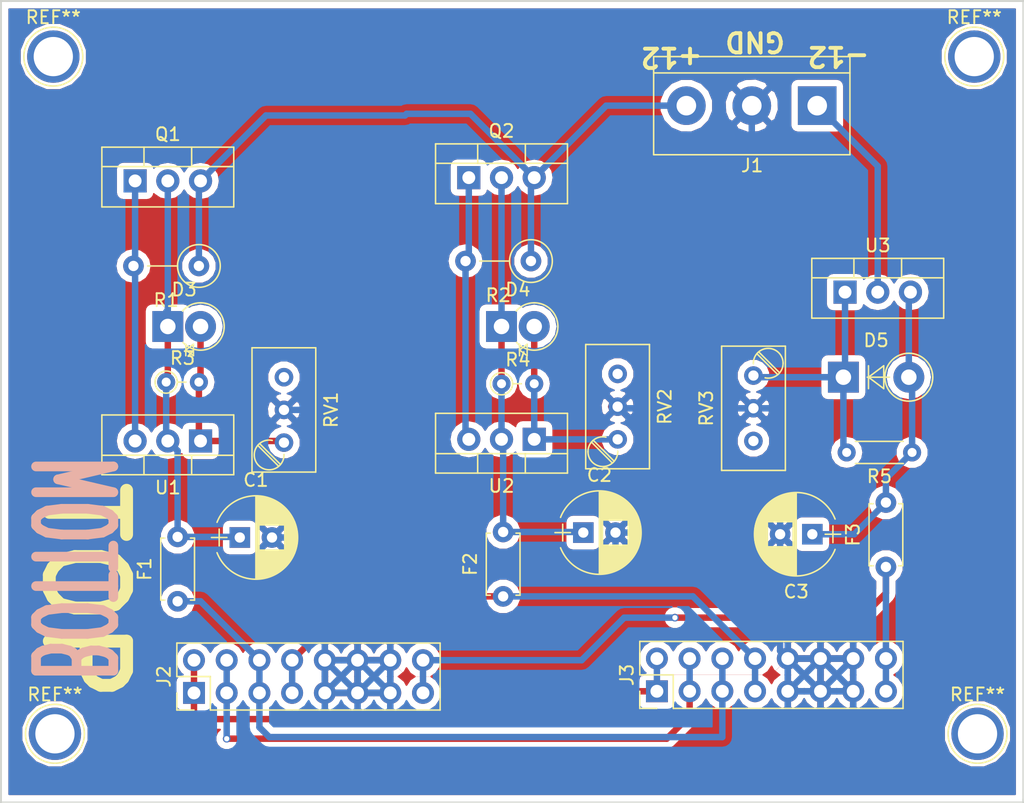
<source format=kicad_pcb>
(kicad_pcb (version 4) (host pcbnew 4.0.7)

  (general
    (links 68)
    (no_connects 0)
    (area 95.682999 23.292999 175.208001 85.673001)
    (thickness 1.6)
    (drawings 13)
    (tracks 163)
    (zones 0)
    (modules 29)
    (nets 20)
  )

  (page A4)
  (layers
    (0 F.Cu signal)
    (31 B.Cu signal)
    (32 B.Adhes user)
    (33 F.Adhes user)
    (34 B.Paste user)
    (35 F.Paste user)
    (36 B.SilkS user)
    (37 F.SilkS user)
    (38 B.Mask user)
    (39 F.Mask user)
    (40 Dwgs.User user)
    (41 Cmts.User user)
    (42 Eco1.User user)
    (43 Eco2.User user)
    (44 Edge.Cuts user)
    (45 Margin user)
    (46 B.CrtYd user)
    (47 F.CrtYd user)
    (48 B.Fab user)
    (49 F.Fab user)
  )

  (setup
    (last_trace_width 0.5)
    (user_trace_width 0.01)
    (user_trace_width 0.5)
    (trace_clearance 0.2)
    (zone_clearance 0.5)
    (zone_45_only no)
    (trace_min 0.01)
    (segment_width 0.2)
    (edge_width 0.15)
    (via_size 0.6)
    (via_drill 0.4)
    (via_min_size 0.4)
    (via_min_drill 0.3)
    (uvia_size 0.3)
    (uvia_drill 0.1)
    (uvias_allowed no)
    (uvia_min_size 0.2)
    (uvia_min_drill 0.1)
    (pcb_text_width 0.3)
    (pcb_text_size 1.5 1.5)
    (mod_edge_width 0.15)
    (mod_text_size 1 1)
    (mod_text_width 0.15)
    (pad_size 1.524 1.524)
    (pad_drill 0.762)
    (pad_to_mask_clearance 0.2)
    (aux_axis_origin 0 0)
    (visible_elements FFFFFF7F)
    (pcbplotparams
      (layerselection 0x00030_80000001)
      (usegerberextensions false)
      (excludeedgelayer true)
      (linewidth 0.100000)
      (plotframeref false)
      (viasonmask false)
      (mode 1)
      (useauxorigin false)
      (hpglpennumber 1)
      (hpglpenspeed 20)
      (hpglpendiameter 15)
      (hpglpenoverlay 2)
      (psnegative false)
      (psa4output false)
      (plotreference true)
      (plotvalue true)
      (plotinvisibletext false)
      (padsonsilk false)
      (subtractmaskfromsilk false)
      (outputformat 1)
      (mirror false)
      (drillshape 1)
      (scaleselection 1)
      (outputdirectory ""))
  )

  (net 0 "")
  (net 1 "Net-(C1-Pad1)")
  (net 2 GND)
  (net 3 "Net-(C2-Pad1)")
  (net 4 "Net-(C3-Pad1)")
  (net 5 "Net-(D1-Pad1)")
  (net 6 "Net-(D3-Pad2)")
  (net 7 "Net-(D4-Pad2)")
  (net 8 "Net-(D5-Pad1)")
  (net 9 "Net-(F1-Pad1)")
  (net 10 "Net-(F2-Pad1)")
  (net 11 "Net-(F3-Pad1)")
  (net 12 "Net-(J1-Pad1)")
  (net 13 "Net-(J2-Pad1)")
  (net 14 "Net-(J2-Pad3)")
  (net 15 "Net-(Q1-Pad1)")
  (net 16 "Net-(Q2-Pad1)")
  (net 17 "Net-(RV1-Pad3)")
  (net 18 "Net-(RV2-Pad3)")
  (net 19 "Net-(RV3-Pad3)")

  (net_class Default "This is the default net class."
    (clearance 0.2)
    (trace_width 0.25)
    (via_dia 0.6)
    (via_drill 0.4)
    (uvia_dia 0.3)
    (uvia_drill 0.1)
    (add_net GND)
    (add_net "Net-(C1-Pad1)")
    (add_net "Net-(C2-Pad1)")
    (add_net "Net-(C3-Pad1)")
    (add_net "Net-(D1-Pad1)")
    (add_net "Net-(D3-Pad2)")
    (add_net "Net-(D4-Pad2)")
    (add_net "Net-(D5-Pad1)")
    (add_net "Net-(F1-Pad1)")
    (add_net "Net-(F2-Pad1)")
    (add_net "Net-(F3-Pad1)")
    (add_net "Net-(J1-Pad1)")
    (add_net "Net-(J2-Pad1)")
    (add_net "Net-(J2-Pad3)")
    (add_net "Net-(Q1-Pad1)")
    (add_net "Net-(Q2-Pad1)")
    (add_net "Net-(RV1-Pad3)")
    (add_net "Net-(RV2-Pad3)")
    (add_net "Net-(RV3-Pad3)")
  )

  (module Capacitors_THT:CP_Radial_D6.3mm_P2.50mm (layer F.Cu) (tedit 597BC7C2) (tstamp 5DB9ADF5)
    (at 114.3 65.024)
    (descr "CP, Radial series, Radial, pin pitch=2.50mm, , diameter=6.3mm, Electrolytic Capacitor")
    (tags "CP Radial series Radial pin pitch 2.50mm  diameter 6.3mm Electrolytic Capacitor")
    (path /5DB99D4C)
    (fp_text reference C1 (at 1.25 -4.46) (layer F.SilkS)
      (effects (font (size 1 1) (thickness 0.15)))
    )
    (fp_text value 10u (at 1.25 4.46) (layer F.Fab)
      (effects (font (size 1 1) (thickness 0.15)))
    )
    (fp_arc (start 1.25 0) (end -1.767482 -1.18) (angle 137.3) (layer F.SilkS) (width 0.12))
    (fp_arc (start 1.25 0) (end -1.767482 1.18) (angle -137.3) (layer F.SilkS) (width 0.12))
    (fp_arc (start 1.25 0) (end 4.267482 -1.18) (angle 42.7) (layer F.SilkS) (width 0.12))
    (fp_circle (center 1.25 0) (end 4.4 0) (layer F.Fab) (width 0.1))
    (fp_line (start -2.2 0) (end -1 0) (layer F.Fab) (width 0.1))
    (fp_line (start -1.6 -0.65) (end -1.6 0.65) (layer F.Fab) (width 0.1))
    (fp_line (start 1.25 -3.2) (end 1.25 3.2) (layer F.SilkS) (width 0.12))
    (fp_line (start 1.29 -3.2) (end 1.29 3.2) (layer F.SilkS) (width 0.12))
    (fp_line (start 1.33 -3.2) (end 1.33 3.2) (layer F.SilkS) (width 0.12))
    (fp_line (start 1.37 -3.198) (end 1.37 3.198) (layer F.SilkS) (width 0.12))
    (fp_line (start 1.41 -3.197) (end 1.41 3.197) (layer F.SilkS) (width 0.12))
    (fp_line (start 1.45 -3.194) (end 1.45 3.194) (layer F.SilkS) (width 0.12))
    (fp_line (start 1.49 -3.192) (end 1.49 3.192) (layer F.SilkS) (width 0.12))
    (fp_line (start 1.53 -3.188) (end 1.53 -0.98) (layer F.SilkS) (width 0.12))
    (fp_line (start 1.53 0.98) (end 1.53 3.188) (layer F.SilkS) (width 0.12))
    (fp_line (start 1.57 -3.185) (end 1.57 -0.98) (layer F.SilkS) (width 0.12))
    (fp_line (start 1.57 0.98) (end 1.57 3.185) (layer F.SilkS) (width 0.12))
    (fp_line (start 1.61 -3.18) (end 1.61 -0.98) (layer F.SilkS) (width 0.12))
    (fp_line (start 1.61 0.98) (end 1.61 3.18) (layer F.SilkS) (width 0.12))
    (fp_line (start 1.65 -3.176) (end 1.65 -0.98) (layer F.SilkS) (width 0.12))
    (fp_line (start 1.65 0.98) (end 1.65 3.176) (layer F.SilkS) (width 0.12))
    (fp_line (start 1.69 -3.17) (end 1.69 -0.98) (layer F.SilkS) (width 0.12))
    (fp_line (start 1.69 0.98) (end 1.69 3.17) (layer F.SilkS) (width 0.12))
    (fp_line (start 1.73 -3.165) (end 1.73 -0.98) (layer F.SilkS) (width 0.12))
    (fp_line (start 1.73 0.98) (end 1.73 3.165) (layer F.SilkS) (width 0.12))
    (fp_line (start 1.77 -3.158) (end 1.77 -0.98) (layer F.SilkS) (width 0.12))
    (fp_line (start 1.77 0.98) (end 1.77 3.158) (layer F.SilkS) (width 0.12))
    (fp_line (start 1.81 -3.152) (end 1.81 -0.98) (layer F.SilkS) (width 0.12))
    (fp_line (start 1.81 0.98) (end 1.81 3.152) (layer F.SilkS) (width 0.12))
    (fp_line (start 1.85 -3.144) (end 1.85 -0.98) (layer F.SilkS) (width 0.12))
    (fp_line (start 1.85 0.98) (end 1.85 3.144) (layer F.SilkS) (width 0.12))
    (fp_line (start 1.89 -3.137) (end 1.89 -0.98) (layer F.SilkS) (width 0.12))
    (fp_line (start 1.89 0.98) (end 1.89 3.137) (layer F.SilkS) (width 0.12))
    (fp_line (start 1.93 -3.128) (end 1.93 -0.98) (layer F.SilkS) (width 0.12))
    (fp_line (start 1.93 0.98) (end 1.93 3.128) (layer F.SilkS) (width 0.12))
    (fp_line (start 1.971 -3.119) (end 1.971 -0.98) (layer F.SilkS) (width 0.12))
    (fp_line (start 1.971 0.98) (end 1.971 3.119) (layer F.SilkS) (width 0.12))
    (fp_line (start 2.011 -3.11) (end 2.011 -0.98) (layer F.SilkS) (width 0.12))
    (fp_line (start 2.011 0.98) (end 2.011 3.11) (layer F.SilkS) (width 0.12))
    (fp_line (start 2.051 -3.1) (end 2.051 -0.98) (layer F.SilkS) (width 0.12))
    (fp_line (start 2.051 0.98) (end 2.051 3.1) (layer F.SilkS) (width 0.12))
    (fp_line (start 2.091 -3.09) (end 2.091 -0.98) (layer F.SilkS) (width 0.12))
    (fp_line (start 2.091 0.98) (end 2.091 3.09) (layer F.SilkS) (width 0.12))
    (fp_line (start 2.131 -3.079) (end 2.131 -0.98) (layer F.SilkS) (width 0.12))
    (fp_line (start 2.131 0.98) (end 2.131 3.079) (layer F.SilkS) (width 0.12))
    (fp_line (start 2.171 -3.067) (end 2.171 -0.98) (layer F.SilkS) (width 0.12))
    (fp_line (start 2.171 0.98) (end 2.171 3.067) (layer F.SilkS) (width 0.12))
    (fp_line (start 2.211 -3.055) (end 2.211 -0.98) (layer F.SilkS) (width 0.12))
    (fp_line (start 2.211 0.98) (end 2.211 3.055) (layer F.SilkS) (width 0.12))
    (fp_line (start 2.251 -3.042) (end 2.251 -0.98) (layer F.SilkS) (width 0.12))
    (fp_line (start 2.251 0.98) (end 2.251 3.042) (layer F.SilkS) (width 0.12))
    (fp_line (start 2.291 -3.029) (end 2.291 -0.98) (layer F.SilkS) (width 0.12))
    (fp_line (start 2.291 0.98) (end 2.291 3.029) (layer F.SilkS) (width 0.12))
    (fp_line (start 2.331 -3.015) (end 2.331 -0.98) (layer F.SilkS) (width 0.12))
    (fp_line (start 2.331 0.98) (end 2.331 3.015) (layer F.SilkS) (width 0.12))
    (fp_line (start 2.371 -3.001) (end 2.371 -0.98) (layer F.SilkS) (width 0.12))
    (fp_line (start 2.371 0.98) (end 2.371 3.001) (layer F.SilkS) (width 0.12))
    (fp_line (start 2.411 -2.986) (end 2.411 -0.98) (layer F.SilkS) (width 0.12))
    (fp_line (start 2.411 0.98) (end 2.411 2.986) (layer F.SilkS) (width 0.12))
    (fp_line (start 2.451 -2.97) (end 2.451 -0.98) (layer F.SilkS) (width 0.12))
    (fp_line (start 2.451 0.98) (end 2.451 2.97) (layer F.SilkS) (width 0.12))
    (fp_line (start 2.491 -2.954) (end 2.491 -0.98) (layer F.SilkS) (width 0.12))
    (fp_line (start 2.491 0.98) (end 2.491 2.954) (layer F.SilkS) (width 0.12))
    (fp_line (start 2.531 -2.937) (end 2.531 -0.98) (layer F.SilkS) (width 0.12))
    (fp_line (start 2.531 0.98) (end 2.531 2.937) (layer F.SilkS) (width 0.12))
    (fp_line (start 2.571 -2.919) (end 2.571 -0.98) (layer F.SilkS) (width 0.12))
    (fp_line (start 2.571 0.98) (end 2.571 2.919) (layer F.SilkS) (width 0.12))
    (fp_line (start 2.611 -2.901) (end 2.611 -0.98) (layer F.SilkS) (width 0.12))
    (fp_line (start 2.611 0.98) (end 2.611 2.901) (layer F.SilkS) (width 0.12))
    (fp_line (start 2.651 -2.882) (end 2.651 -0.98) (layer F.SilkS) (width 0.12))
    (fp_line (start 2.651 0.98) (end 2.651 2.882) (layer F.SilkS) (width 0.12))
    (fp_line (start 2.691 -2.863) (end 2.691 -0.98) (layer F.SilkS) (width 0.12))
    (fp_line (start 2.691 0.98) (end 2.691 2.863) (layer F.SilkS) (width 0.12))
    (fp_line (start 2.731 -2.843) (end 2.731 -0.98) (layer F.SilkS) (width 0.12))
    (fp_line (start 2.731 0.98) (end 2.731 2.843) (layer F.SilkS) (width 0.12))
    (fp_line (start 2.771 -2.822) (end 2.771 -0.98) (layer F.SilkS) (width 0.12))
    (fp_line (start 2.771 0.98) (end 2.771 2.822) (layer F.SilkS) (width 0.12))
    (fp_line (start 2.811 -2.8) (end 2.811 -0.98) (layer F.SilkS) (width 0.12))
    (fp_line (start 2.811 0.98) (end 2.811 2.8) (layer F.SilkS) (width 0.12))
    (fp_line (start 2.851 -2.778) (end 2.851 -0.98) (layer F.SilkS) (width 0.12))
    (fp_line (start 2.851 0.98) (end 2.851 2.778) (layer F.SilkS) (width 0.12))
    (fp_line (start 2.891 -2.755) (end 2.891 -0.98) (layer F.SilkS) (width 0.12))
    (fp_line (start 2.891 0.98) (end 2.891 2.755) (layer F.SilkS) (width 0.12))
    (fp_line (start 2.931 -2.731) (end 2.931 -0.98) (layer F.SilkS) (width 0.12))
    (fp_line (start 2.931 0.98) (end 2.931 2.731) (layer F.SilkS) (width 0.12))
    (fp_line (start 2.971 -2.706) (end 2.971 -0.98) (layer F.SilkS) (width 0.12))
    (fp_line (start 2.971 0.98) (end 2.971 2.706) (layer F.SilkS) (width 0.12))
    (fp_line (start 3.011 -2.681) (end 3.011 -0.98) (layer F.SilkS) (width 0.12))
    (fp_line (start 3.011 0.98) (end 3.011 2.681) (layer F.SilkS) (width 0.12))
    (fp_line (start 3.051 -2.654) (end 3.051 -0.98) (layer F.SilkS) (width 0.12))
    (fp_line (start 3.051 0.98) (end 3.051 2.654) (layer F.SilkS) (width 0.12))
    (fp_line (start 3.091 -2.627) (end 3.091 -0.98) (layer F.SilkS) (width 0.12))
    (fp_line (start 3.091 0.98) (end 3.091 2.627) (layer F.SilkS) (width 0.12))
    (fp_line (start 3.131 -2.599) (end 3.131 -0.98) (layer F.SilkS) (width 0.12))
    (fp_line (start 3.131 0.98) (end 3.131 2.599) (layer F.SilkS) (width 0.12))
    (fp_line (start 3.171 -2.57) (end 3.171 -0.98) (layer F.SilkS) (width 0.12))
    (fp_line (start 3.171 0.98) (end 3.171 2.57) (layer F.SilkS) (width 0.12))
    (fp_line (start 3.211 -2.54) (end 3.211 -0.98) (layer F.SilkS) (width 0.12))
    (fp_line (start 3.211 0.98) (end 3.211 2.54) (layer F.SilkS) (width 0.12))
    (fp_line (start 3.251 -2.51) (end 3.251 -0.98) (layer F.SilkS) (width 0.12))
    (fp_line (start 3.251 0.98) (end 3.251 2.51) (layer F.SilkS) (width 0.12))
    (fp_line (start 3.291 -2.478) (end 3.291 -0.98) (layer F.SilkS) (width 0.12))
    (fp_line (start 3.291 0.98) (end 3.291 2.478) (layer F.SilkS) (width 0.12))
    (fp_line (start 3.331 -2.445) (end 3.331 -0.98) (layer F.SilkS) (width 0.12))
    (fp_line (start 3.331 0.98) (end 3.331 2.445) (layer F.SilkS) (width 0.12))
    (fp_line (start 3.371 -2.411) (end 3.371 -0.98) (layer F.SilkS) (width 0.12))
    (fp_line (start 3.371 0.98) (end 3.371 2.411) (layer F.SilkS) (width 0.12))
    (fp_line (start 3.411 -2.375) (end 3.411 -0.98) (layer F.SilkS) (width 0.12))
    (fp_line (start 3.411 0.98) (end 3.411 2.375) (layer F.SilkS) (width 0.12))
    (fp_line (start 3.451 -2.339) (end 3.451 -0.98) (layer F.SilkS) (width 0.12))
    (fp_line (start 3.451 0.98) (end 3.451 2.339) (layer F.SilkS) (width 0.12))
    (fp_line (start 3.491 -2.301) (end 3.491 2.301) (layer F.SilkS) (width 0.12))
    (fp_line (start 3.531 -2.262) (end 3.531 2.262) (layer F.SilkS) (width 0.12))
    (fp_line (start 3.571 -2.222) (end 3.571 2.222) (layer F.SilkS) (width 0.12))
    (fp_line (start 3.611 -2.18) (end 3.611 2.18) (layer F.SilkS) (width 0.12))
    (fp_line (start 3.651 -2.137) (end 3.651 2.137) (layer F.SilkS) (width 0.12))
    (fp_line (start 3.691 -2.092) (end 3.691 2.092) (layer F.SilkS) (width 0.12))
    (fp_line (start 3.731 -2.045) (end 3.731 2.045) (layer F.SilkS) (width 0.12))
    (fp_line (start 3.771 -1.997) (end 3.771 1.997) (layer F.SilkS) (width 0.12))
    (fp_line (start 3.811 -1.946) (end 3.811 1.946) (layer F.SilkS) (width 0.12))
    (fp_line (start 3.851 -1.894) (end 3.851 1.894) (layer F.SilkS) (width 0.12))
    (fp_line (start 3.891 -1.839) (end 3.891 1.839) (layer F.SilkS) (width 0.12))
    (fp_line (start 3.931 -1.781) (end 3.931 1.781) (layer F.SilkS) (width 0.12))
    (fp_line (start 3.971 -1.721) (end 3.971 1.721) (layer F.SilkS) (width 0.12))
    (fp_line (start 4.011 -1.658) (end 4.011 1.658) (layer F.SilkS) (width 0.12))
    (fp_line (start 4.051 -1.591) (end 4.051 1.591) (layer F.SilkS) (width 0.12))
    (fp_line (start 4.091 -1.52) (end 4.091 1.52) (layer F.SilkS) (width 0.12))
    (fp_line (start 4.131 -1.445) (end 4.131 1.445) (layer F.SilkS) (width 0.12))
    (fp_line (start 4.171 -1.364) (end 4.171 1.364) (layer F.SilkS) (width 0.12))
    (fp_line (start 4.211 -1.278) (end 4.211 1.278) (layer F.SilkS) (width 0.12))
    (fp_line (start 4.251 -1.184) (end 4.251 1.184) (layer F.SilkS) (width 0.12))
    (fp_line (start 4.291 -1.081) (end 4.291 1.081) (layer F.SilkS) (width 0.12))
    (fp_line (start 4.331 -0.966) (end 4.331 0.966) (layer F.SilkS) (width 0.12))
    (fp_line (start 4.371 -0.834) (end 4.371 0.834) (layer F.SilkS) (width 0.12))
    (fp_line (start 4.411 -0.676) (end 4.411 0.676) (layer F.SilkS) (width 0.12))
    (fp_line (start 4.451 -0.468) (end 4.451 0.468) (layer F.SilkS) (width 0.12))
    (fp_line (start -2.2 0) (end -1 0) (layer F.SilkS) (width 0.12))
    (fp_line (start -1.6 -0.65) (end -1.6 0.65) (layer F.SilkS) (width 0.12))
    (fp_line (start -2.25 -3.5) (end -2.25 3.5) (layer F.CrtYd) (width 0.05))
    (fp_line (start -2.25 3.5) (end 4.75 3.5) (layer F.CrtYd) (width 0.05))
    (fp_line (start 4.75 3.5) (end 4.75 -3.5) (layer F.CrtYd) (width 0.05))
    (fp_line (start 4.75 -3.5) (end -2.25 -3.5) (layer F.CrtYd) (width 0.05))
    (fp_text user %R (at 1.25 0) (layer F.Fab)
      (effects (font (size 1 1) (thickness 0.15)))
    )
    (pad 1 thru_hole rect (at 0 0) (size 1.6 1.6) (drill 0.8) (layers *.Cu *.Mask)
      (net 1 "Net-(C1-Pad1)"))
    (pad 2 thru_hole circle (at 2.5 0) (size 1.6 1.6) (drill 0.8) (layers *.Cu *.Mask)
      (net 2 GND))
    (model ${KISYS3DMOD}/Capacitors_THT.3dshapes/CP_Radial_D6.3mm_P2.50mm.wrl
      (at (xyz 0 0 0))
      (scale (xyz 1 1 1))
      (rotate (xyz 0 0 0))
    )
  )

  (module Capacitors_THT:CP_Radial_D6.3mm_P2.50mm (layer F.Cu) (tedit 597BC7C2) (tstamp 5DB9AE8A)
    (at 140.97 64.643)
    (descr "CP, Radial series, Radial, pin pitch=2.50mm, , diameter=6.3mm, Electrolytic Capacitor")
    (tags "CP Radial series Radial pin pitch 2.50mm  diameter 6.3mm Electrolytic Capacitor")
    (path /5DB99DA9)
    (fp_text reference C2 (at 1.25 -4.46) (layer F.SilkS)
      (effects (font (size 1 1) (thickness 0.15)))
    )
    (fp_text value 10u (at 1.25 4.46) (layer F.Fab)
      (effects (font (size 1 1) (thickness 0.15)))
    )
    (fp_arc (start 1.25 0) (end -1.767482 -1.18) (angle 137.3) (layer F.SilkS) (width 0.12))
    (fp_arc (start 1.25 0) (end -1.767482 1.18) (angle -137.3) (layer F.SilkS) (width 0.12))
    (fp_arc (start 1.25 0) (end 4.267482 -1.18) (angle 42.7) (layer F.SilkS) (width 0.12))
    (fp_circle (center 1.25 0) (end 4.4 0) (layer F.Fab) (width 0.1))
    (fp_line (start -2.2 0) (end -1 0) (layer F.Fab) (width 0.1))
    (fp_line (start -1.6 -0.65) (end -1.6 0.65) (layer F.Fab) (width 0.1))
    (fp_line (start 1.25 -3.2) (end 1.25 3.2) (layer F.SilkS) (width 0.12))
    (fp_line (start 1.29 -3.2) (end 1.29 3.2) (layer F.SilkS) (width 0.12))
    (fp_line (start 1.33 -3.2) (end 1.33 3.2) (layer F.SilkS) (width 0.12))
    (fp_line (start 1.37 -3.198) (end 1.37 3.198) (layer F.SilkS) (width 0.12))
    (fp_line (start 1.41 -3.197) (end 1.41 3.197) (layer F.SilkS) (width 0.12))
    (fp_line (start 1.45 -3.194) (end 1.45 3.194) (layer F.SilkS) (width 0.12))
    (fp_line (start 1.49 -3.192) (end 1.49 3.192) (layer F.SilkS) (width 0.12))
    (fp_line (start 1.53 -3.188) (end 1.53 -0.98) (layer F.SilkS) (width 0.12))
    (fp_line (start 1.53 0.98) (end 1.53 3.188) (layer F.SilkS) (width 0.12))
    (fp_line (start 1.57 -3.185) (end 1.57 -0.98) (layer F.SilkS) (width 0.12))
    (fp_line (start 1.57 0.98) (end 1.57 3.185) (layer F.SilkS) (width 0.12))
    (fp_line (start 1.61 -3.18) (end 1.61 -0.98) (layer F.SilkS) (width 0.12))
    (fp_line (start 1.61 0.98) (end 1.61 3.18) (layer F.SilkS) (width 0.12))
    (fp_line (start 1.65 -3.176) (end 1.65 -0.98) (layer F.SilkS) (width 0.12))
    (fp_line (start 1.65 0.98) (end 1.65 3.176) (layer F.SilkS) (width 0.12))
    (fp_line (start 1.69 -3.17) (end 1.69 -0.98) (layer F.SilkS) (width 0.12))
    (fp_line (start 1.69 0.98) (end 1.69 3.17) (layer F.SilkS) (width 0.12))
    (fp_line (start 1.73 -3.165) (end 1.73 -0.98) (layer F.SilkS) (width 0.12))
    (fp_line (start 1.73 0.98) (end 1.73 3.165) (layer F.SilkS) (width 0.12))
    (fp_line (start 1.77 -3.158) (end 1.77 -0.98) (layer F.SilkS) (width 0.12))
    (fp_line (start 1.77 0.98) (end 1.77 3.158) (layer F.SilkS) (width 0.12))
    (fp_line (start 1.81 -3.152) (end 1.81 -0.98) (layer F.SilkS) (width 0.12))
    (fp_line (start 1.81 0.98) (end 1.81 3.152) (layer F.SilkS) (width 0.12))
    (fp_line (start 1.85 -3.144) (end 1.85 -0.98) (layer F.SilkS) (width 0.12))
    (fp_line (start 1.85 0.98) (end 1.85 3.144) (layer F.SilkS) (width 0.12))
    (fp_line (start 1.89 -3.137) (end 1.89 -0.98) (layer F.SilkS) (width 0.12))
    (fp_line (start 1.89 0.98) (end 1.89 3.137) (layer F.SilkS) (width 0.12))
    (fp_line (start 1.93 -3.128) (end 1.93 -0.98) (layer F.SilkS) (width 0.12))
    (fp_line (start 1.93 0.98) (end 1.93 3.128) (layer F.SilkS) (width 0.12))
    (fp_line (start 1.971 -3.119) (end 1.971 -0.98) (layer F.SilkS) (width 0.12))
    (fp_line (start 1.971 0.98) (end 1.971 3.119) (layer F.SilkS) (width 0.12))
    (fp_line (start 2.011 -3.11) (end 2.011 -0.98) (layer F.SilkS) (width 0.12))
    (fp_line (start 2.011 0.98) (end 2.011 3.11) (layer F.SilkS) (width 0.12))
    (fp_line (start 2.051 -3.1) (end 2.051 -0.98) (layer F.SilkS) (width 0.12))
    (fp_line (start 2.051 0.98) (end 2.051 3.1) (layer F.SilkS) (width 0.12))
    (fp_line (start 2.091 -3.09) (end 2.091 -0.98) (layer F.SilkS) (width 0.12))
    (fp_line (start 2.091 0.98) (end 2.091 3.09) (layer F.SilkS) (width 0.12))
    (fp_line (start 2.131 -3.079) (end 2.131 -0.98) (layer F.SilkS) (width 0.12))
    (fp_line (start 2.131 0.98) (end 2.131 3.079) (layer F.SilkS) (width 0.12))
    (fp_line (start 2.171 -3.067) (end 2.171 -0.98) (layer F.SilkS) (width 0.12))
    (fp_line (start 2.171 0.98) (end 2.171 3.067) (layer F.SilkS) (width 0.12))
    (fp_line (start 2.211 -3.055) (end 2.211 -0.98) (layer F.SilkS) (width 0.12))
    (fp_line (start 2.211 0.98) (end 2.211 3.055) (layer F.SilkS) (width 0.12))
    (fp_line (start 2.251 -3.042) (end 2.251 -0.98) (layer F.SilkS) (width 0.12))
    (fp_line (start 2.251 0.98) (end 2.251 3.042) (layer F.SilkS) (width 0.12))
    (fp_line (start 2.291 -3.029) (end 2.291 -0.98) (layer F.SilkS) (width 0.12))
    (fp_line (start 2.291 0.98) (end 2.291 3.029) (layer F.SilkS) (width 0.12))
    (fp_line (start 2.331 -3.015) (end 2.331 -0.98) (layer F.SilkS) (width 0.12))
    (fp_line (start 2.331 0.98) (end 2.331 3.015) (layer F.SilkS) (width 0.12))
    (fp_line (start 2.371 -3.001) (end 2.371 -0.98) (layer F.SilkS) (width 0.12))
    (fp_line (start 2.371 0.98) (end 2.371 3.001) (layer F.SilkS) (width 0.12))
    (fp_line (start 2.411 -2.986) (end 2.411 -0.98) (layer F.SilkS) (width 0.12))
    (fp_line (start 2.411 0.98) (end 2.411 2.986) (layer F.SilkS) (width 0.12))
    (fp_line (start 2.451 -2.97) (end 2.451 -0.98) (layer F.SilkS) (width 0.12))
    (fp_line (start 2.451 0.98) (end 2.451 2.97) (layer F.SilkS) (width 0.12))
    (fp_line (start 2.491 -2.954) (end 2.491 -0.98) (layer F.SilkS) (width 0.12))
    (fp_line (start 2.491 0.98) (end 2.491 2.954) (layer F.SilkS) (width 0.12))
    (fp_line (start 2.531 -2.937) (end 2.531 -0.98) (layer F.SilkS) (width 0.12))
    (fp_line (start 2.531 0.98) (end 2.531 2.937) (layer F.SilkS) (width 0.12))
    (fp_line (start 2.571 -2.919) (end 2.571 -0.98) (layer F.SilkS) (width 0.12))
    (fp_line (start 2.571 0.98) (end 2.571 2.919) (layer F.SilkS) (width 0.12))
    (fp_line (start 2.611 -2.901) (end 2.611 -0.98) (layer F.SilkS) (width 0.12))
    (fp_line (start 2.611 0.98) (end 2.611 2.901) (layer F.SilkS) (width 0.12))
    (fp_line (start 2.651 -2.882) (end 2.651 -0.98) (layer F.SilkS) (width 0.12))
    (fp_line (start 2.651 0.98) (end 2.651 2.882) (layer F.SilkS) (width 0.12))
    (fp_line (start 2.691 -2.863) (end 2.691 -0.98) (layer F.SilkS) (width 0.12))
    (fp_line (start 2.691 0.98) (end 2.691 2.863) (layer F.SilkS) (width 0.12))
    (fp_line (start 2.731 -2.843) (end 2.731 -0.98) (layer F.SilkS) (width 0.12))
    (fp_line (start 2.731 0.98) (end 2.731 2.843) (layer F.SilkS) (width 0.12))
    (fp_line (start 2.771 -2.822) (end 2.771 -0.98) (layer F.SilkS) (width 0.12))
    (fp_line (start 2.771 0.98) (end 2.771 2.822) (layer F.SilkS) (width 0.12))
    (fp_line (start 2.811 -2.8) (end 2.811 -0.98) (layer F.SilkS) (width 0.12))
    (fp_line (start 2.811 0.98) (end 2.811 2.8) (layer F.SilkS) (width 0.12))
    (fp_line (start 2.851 -2.778) (end 2.851 -0.98) (layer F.SilkS) (width 0.12))
    (fp_line (start 2.851 0.98) (end 2.851 2.778) (layer F.SilkS) (width 0.12))
    (fp_line (start 2.891 -2.755) (end 2.891 -0.98) (layer F.SilkS) (width 0.12))
    (fp_line (start 2.891 0.98) (end 2.891 2.755) (layer F.SilkS) (width 0.12))
    (fp_line (start 2.931 -2.731) (end 2.931 -0.98) (layer F.SilkS) (width 0.12))
    (fp_line (start 2.931 0.98) (end 2.931 2.731) (layer F.SilkS) (width 0.12))
    (fp_line (start 2.971 -2.706) (end 2.971 -0.98) (layer F.SilkS) (width 0.12))
    (fp_line (start 2.971 0.98) (end 2.971 2.706) (layer F.SilkS) (width 0.12))
    (fp_line (start 3.011 -2.681) (end 3.011 -0.98) (layer F.SilkS) (width 0.12))
    (fp_line (start 3.011 0.98) (end 3.011 2.681) (layer F.SilkS) (width 0.12))
    (fp_line (start 3.051 -2.654) (end 3.051 -0.98) (layer F.SilkS) (width 0.12))
    (fp_line (start 3.051 0.98) (end 3.051 2.654) (layer F.SilkS) (width 0.12))
    (fp_line (start 3.091 -2.627) (end 3.091 -0.98) (layer F.SilkS) (width 0.12))
    (fp_line (start 3.091 0.98) (end 3.091 2.627) (layer F.SilkS) (width 0.12))
    (fp_line (start 3.131 -2.599) (end 3.131 -0.98) (layer F.SilkS) (width 0.12))
    (fp_line (start 3.131 0.98) (end 3.131 2.599) (layer F.SilkS) (width 0.12))
    (fp_line (start 3.171 -2.57) (end 3.171 -0.98) (layer F.SilkS) (width 0.12))
    (fp_line (start 3.171 0.98) (end 3.171 2.57) (layer F.SilkS) (width 0.12))
    (fp_line (start 3.211 -2.54) (end 3.211 -0.98) (layer F.SilkS) (width 0.12))
    (fp_line (start 3.211 0.98) (end 3.211 2.54) (layer F.SilkS) (width 0.12))
    (fp_line (start 3.251 -2.51) (end 3.251 -0.98) (layer F.SilkS) (width 0.12))
    (fp_line (start 3.251 0.98) (end 3.251 2.51) (layer F.SilkS) (width 0.12))
    (fp_line (start 3.291 -2.478) (end 3.291 -0.98) (layer F.SilkS) (width 0.12))
    (fp_line (start 3.291 0.98) (end 3.291 2.478) (layer F.SilkS) (width 0.12))
    (fp_line (start 3.331 -2.445) (end 3.331 -0.98) (layer F.SilkS) (width 0.12))
    (fp_line (start 3.331 0.98) (end 3.331 2.445) (layer F.SilkS) (width 0.12))
    (fp_line (start 3.371 -2.411) (end 3.371 -0.98) (layer F.SilkS) (width 0.12))
    (fp_line (start 3.371 0.98) (end 3.371 2.411) (layer F.SilkS) (width 0.12))
    (fp_line (start 3.411 -2.375) (end 3.411 -0.98) (layer F.SilkS) (width 0.12))
    (fp_line (start 3.411 0.98) (end 3.411 2.375) (layer F.SilkS) (width 0.12))
    (fp_line (start 3.451 -2.339) (end 3.451 -0.98) (layer F.SilkS) (width 0.12))
    (fp_line (start 3.451 0.98) (end 3.451 2.339) (layer F.SilkS) (width 0.12))
    (fp_line (start 3.491 -2.301) (end 3.491 2.301) (layer F.SilkS) (width 0.12))
    (fp_line (start 3.531 -2.262) (end 3.531 2.262) (layer F.SilkS) (width 0.12))
    (fp_line (start 3.571 -2.222) (end 3.571 2.222) (layer F.SilkS) (width 0.12))
    (fp_line (start 3.611 -2.18) (end 3.611 2.18) (layer F.SilkS) (width 0.12))
    (fp_line (start 3.651 -2.137) (end 3.651 2.137) (layer F.SilkS) (width 0.12))
    (fp_line (start 3.691 -2.092) (end 3.691 2.092) (layer F.SilkS) (width 0.12))
    (fp_line (start 3.731 -2.045) (end 3.731 2.045) (layer F.SilkS) (width 0.12))
    (fp_line (start 3.771 -1.997) (end 3.771 1.997) (layer F.SilkS) (width 0.12))
    (fp_line (start 3.811 -1.946) (end 3.811 1.946) (layer F.SilkS) (width 0.12))
    (fp_line (start 3.851 -1.894) (end 3.851 1.894) (layer F.SilkS) (width 0.12))
    (fp_line (start 3.891 -1.839) (end 3.891 1.839) (layer F.SilkS) (width 0.12))
    (fp_line (start 3.931 -1.781) (end 3.931 1.781) (layer F.SilkS) (width 0.12))
    (fp_line (start 3.971 -1.721) (end 3.971 1.721) (layer F.SilkS) (width 0.12))
    (fp_line (start 4.011 -1.658) (end 4.011 1.658) (layer F.SilkS) (width 0.12))
    (fp_line (start 4.051 -1.591) (end 4.051 1.591) (layer F.SilkS) (width 0.12))
    (fp_line (start 4.091 -1.52) (end 4.091 1.52) (layer F.SilkS) (width 0.12))
    (fp_line (start 4.131 -1.445) (end 4.131 1.445) (layer F.SilkS) (width 0.12))
    (fp_line (start 4.171 -1.364) (end 4.171 1.364) (layer F.SilkS) (width 0.12))
    (fp_line (start 4.211 -1.278) (end 4.211 1.278) (layer F.SilkS) (width 0.12))
    (fp_line (start 4.251 -1.184) (end 4.251 1.184) (layer F.SilkS) (width 0.12))
    (fp_line (start 4.291 -1.081) (end 4.291 1.081) (layer F.SilkS) (width 0.12))
    (fp_line (start 4.331 -0.966) (end 4.331 0.966) (layer F.SilkS) (width 0.12))
    (fp_line (start 4.371 -0.834) (end 4.371 0.834) (layer F.SilkS) (width 0.12))
    (fp_line (start 4.411 -0.676) (end 4.411 0.676) (layer F.SilkS) (width 0.12))
    (fp_line (start 4.451 -0.468) (end 4.451 0.468) (layer F.SilkS) (width 0.12))
    (fp_line (start -2.2 0) (end -1 0) (layer F.SilkS) (width 0.12))
    (fp_line (start -1.6 -0.65) (end -1.6 0.65) (layer F.SilkS) (width 0.12))
    (fp_line (start -2.25 -3.5) (end -2.25 3.5) (layer F.CrtYd) (width 0.05))
    (fp_line (start -2.25 3.5) (end 4.75 3.5) (layer F.CrtYd) (width 0.05))
    (fp_line (start 4.75 3.5) (end 4.75 -3.5) (layer F.CrtYd) (width 0.05))
    (fp_line (start 4.75 -3.5) (end -2.25 -3.5) (layer F.CrtYd) (width 0.05))
    (fp_text user %R (at 1.25 0) (layer F.Fab)
      (effects (font (size 1 1) (thickness 0.15)))
    )
    (pad 1 thru_hole rect (at 0 0) (size 1.6 1.6) (drill 0.8) (layers *.Cu *.Mask)
      (net 3 "Net-(C2-Pad1)"))
    (pad 2 thru_hole circle (at 2.5 0) (size 1.6 1.6) (drill 0.8) (layers *.Cu *.Mask)
      (net 2 GND))
    (model ${KISYS3DMOD}/Capacitors_THT.3dshapes/CP_Radial_D6.3mm_P2.50mm.wrl
      (at (xyz 0 0 0))
      (scale (xyz 1 1 1))
      (rotate (xyz 0 0 0))
    )
  )

  (module Capacitors_THT:CP_Radial_D6.3mm_P2.50mm (layer F.Cu) (tedit 597BC7C2) (tstamp 5DB9AF1F)
    (at 158.75 64.77 180)
    (descr "CP, Radial series, Radial, pin pitch=2.50mm, , diameter=6.3mm, Electrolytic Capacitor")
    (tags "CP Radial series Radial pin pitch 2.50mm  diameter 6.3mm Electrolytic Capacitor")
    (path /5DB99F1E)
    (fp_text reference C3 (at 1.25 -4.46 180) (layer F.SilkS)
      (effects (font (size 1 1) (thickness 0.15)))
    )
    (fp_text value 10u (at 1.25 4.46 180) (layer F.Fab)
      (effects (font (size 1 1) (thickness 0.15)))
    )
    (fp_arc (start 1.25 0) (end -1.767482 -1.18) (angle 137.3) (layer F.SilkS) (width 0.12))
    (fp_arc (start 1.25 0) (end -1.767482 1.18) (angle -137.3) (layer F.SilkS) (width 0.12))
    (fp_arc (start 1.25 0) (end 4.267482 -1.18) (angle 42.7) (layer F.SilkS) (width 0.12))
    (fp_circle (center 1.25 0) (end 4.4 0) (layer F.Fab) (width 0.1))
    (fp_line (start -2.2 0) (end -1 0) (layer F.Fab) (width 0.1))
    (fp_line (start -1.6 -0.65) (end -1.6 0.65) (layer F.Fab) (width 0.1))
    (fp_line (start 1.25 -3.2) (end 1.25 3.2) (layer F.SilkS) (width 0.12))
    (fp_line (start 1.29 -3.2) (end 1.29 3.2) (layer F.SilkS) (width 0.12))
    (fp_line (start 1.33 -3.2) (end 1.33 3.2) (layer F.SilkS) (width 0.12))
    (fp_line (start 1.37 -3.198) (end 1.37 3.198) (layer F.SilkS) (width 0.12))
    (fp_line (start 1.41 -3.197) (end 1.41 3.197) (layer F.SilkS) (width 0.12))
    (fp_line (start 1.45 -3.194) (end 1.45 3.194) (layer F.SilkS) (width 0.12))
    (fp_line (start 1.49 -3.192) (end 1.49 3.192) (layer F.SilkS) (width 0.12))
    (fp_line (start 1.53 -3.188) (end 1.53 -0.98) (layer F.SilkS) (width 0.12))
    (fp_line (start 1.53 0.98) (end 1.53 3.188) (layer F.SilkS) (width 0.12))
    (fp_line (start 1.57 -3.185) (end 1.57 -0.98) (layer F.SilkS) (width 0.12))
    (fp_line (start 1.57 0.98) (end 1.57 3.185) (layer F.SilkS) (width 0.12))
    (fp_line (start 1.61 -3.18) (end 1.61 -0.98) (layer F.SilkS) (width 0.12))
    (fp_line (start 1.61 0.98) (end 1.61 3.18) (layer F.SilkS) (width 0.12))
    (fp_line (start 1.65 -3.176) (end 1.65 -0.98) (layer F.SilkS) (width 0.12))
    (fp_line (start 1.65 0.98) (end 1.65 3.176) (layer F.SilkS) (width 0.12))
    (fp_line (start 1.69 -3.17) (end 1.69 -0.98) (layer F.SilkS) (width 0.12))
    (fp_line (start 1.69 0.98) (end 1.69 3.17) (layer F.SilkS) (width 0.12))
    (fp_line (start 1.73 -3.165) (end 1.73 -0.98) (layer F.SilkS) (width 0.12))
    (fp_line (start 1.73 0.98) (end 1.73 3.165) (layer F.SilkS) (width 0.12))
    (fp_line (start 1.77 -3.158) (end 1.77 -0.98) (layer F.SilkS) (width 0.12))
    (fp_line (start 1.77 0.98) (end 1.77 3.158) (layer F.SilkS) (width 0.12))
    (fp_line (start 1.81 -3.152) (end 1.81 -0.98) (layer F.SilkS) (width 0.12))
    (fp_line (start 1.81 0.98) (end 1.81 3.152) (layer F.SilkS) (width 0.12))
    (fp_line (start 1.85 -3.144) (end 1.85 -0.98) (layer F.SilkS) (width 0.12))
    (fp_line (start 1.85 0.98) (end 1.85 3.144) (layer F.SilkS) (width 0.12))
    (fp_line (start 1.89 -3.137) (end 1.89 -0.98) (layer F.SilkS) (width 0.12))
    (fp_line (start 1.89 0.98) (end 1.89 3.137) (layer F.SilkS) (width 0.12))
    (fp_line (start 1.93 -3.128) (end 1.93 -0.98) (layer F.SilkS) (width 0.12))
    (fp_line (start 1.93 0.98) (end 1.93 3.128) (layer F.SilkS) (width 0.12))
    (fp_line (start 1.971 -3.119) (end 1.971 -0.98) (layer F.SilkS) (width 0.12))
    (fp_line (start 1.971 0.98) (end 1.971 3.119) (layer F.SilkS) (width 0.12))
    (fp_line (start 2.011 -3.11) (end 2.011 -0.98) (layer F.SilkS) (width 0.12))
    (fp_line (start 2.011 0.98) (end 2.011 3.11) (layer F.SilkS) (width 0.12))
    (fp_line (start 2.051 -3.1) (end 2.051 -0.98) (layer F.SilkS) (width 0.12))
    (fp_line (start 2.051 0.98) (end 2.051 3.1) (layer F.SilkS) (width 0.12))
    (fp_line (start 2.091 -3.09) (end 2.091 -0.98) (layer F.SilkS) (width 0.12))
    (fp_line (start 2.091 0.98) (end 2.091 3.09) (layer F.SilkS) (width 0.12))
    (fp_line (start 2.131 -3.079) (end 2.131 -0.98) (layer F.SilkS) (width 0.12))
    (fp_line (start 2.131 0.98) (end 2.131 3.079) (layer F.SilkS) (width 0.12))
    (fp_line (start 2.171 -3.067) (end 2.171 -0.98) (layer F.SilkS) (width 0.12))
    (fp_line (start 2.171 0.98) (end 2.171 3.067) (layer F.SilkS) (width 0.12))
    (fp_line (start 2.211 -3.055) (end 2.211 -0.98) (layer F.SilkS) (width 0.12))
    (fp_line (start 2.211 0.98) (end 2.211 3.055) (layer F.SilkS) (width 0.12))
    (fp_line (start 2.251 -3.042) (end 2.251 -0.98) (layer F.SilkS) (width 0.12))
    (fp_line (start 2.251 0.98) (end 2.251 3.042) (layer F.SilkS) (width 0.12))
    (fp_line (start 2.291 -3.029) (end 2.291 -0.98) (layer F.SilkS) (width 0.12))
    (fp_line (start 2.291 0.98) (end 2.291 3.029) (layer F.SilkS) (width 0.12))
    (fp_line (start 2.331 -3.015) (end 2.331 -0.98) (layer F.SilkS) (width 0.12))
    (fp_line (start 2.331 0.98) (end 2.331 3.015) (layer F.SilkS) (width 0.12))
    (fp_line (start 2.371 -3.001) (end 2.371 -0.98) (layer F.SilkS) (width 0.12))
    (fp_line (start 2.371 0.98) (end 2.371 3.001) (layer F.SilkS) (width 0.12))
    (fp_line (start 2.411 -2.986) (end 2.411 -0.98) (layer F.SilkS) (width 0.12))
    (fp_line (start 2.411 0.98) (end 2.411 2.986) (layer F.SilkS) (width 0.12))
    (fp_line (start 2.451 -2.97) (end 2.451 -0.98) (layer F.SilkS) (width 0.12))
    (fp_line (start 2.451 0.98) (end 2.451 2.97) (layer F.SilkS) (width 0.12))
    (fp_line (start 2.491 -2.954) (end 2.491 -0.98) (layer F.SilkS) (width 0.12))
    (fp_line (start 2.491 0.98) (end 2.491 2.954) (layer F.SilkS) (width 0.12))
    (fp_line (start 2.531 -2.937) (end 2.531 -0.98) (layer F.SilkS) (width 0.12))
    (fp_line (start 2.531 0.98) (end 2.531 2.937) (layer F.SilkS) (width 0.12))
    (fp_line (start 2.571 -2.919) (end 2.571 -0.98) (layer F.SilkS) (width 0.12))
    (fp_line (start 2.571 0.98) (end 2.571 2.919) (layer F.SilkS) (width 0.12))
    (fp_line (start 2.611 -2.901) (end 2.611 -0.98) (layer F.SilkS) (width 0.12))
    (fp_line (start 2.611 0.98) (end 2.611 2.901) (layer F.SilkS) (width 0.12))
    (fp_line (start 2.651 -2.882) (end 2.651 -0.98) (layer F.SilkS) (width 0.12))
    (fp_line (start 2.651 0.98) (end 2.651 2.882) (layer F.SilkS) (width 0.12))
    (fp_line (start 2.691 -2.863) (end 2.691 -0.98) (layer F.SilkS) (width 0.12))
    (fp_line (start 2.691 0.98) (end 2.691 2.863) (layer F.SilkS) (width 0.12))
    (fp_line (start 2.731 -2.843) (end 2.731 -0.98) (layer F.SilkS) (width 0.12))
    (fp_line (start 2.731 0.98) (end 2.731 2.843) (layer F.SilkS) (width 0.12))
    (fp_line (start 2.771 -2.822) (end 2.771 -0.98) (layer F.SilkS) (width 0.12))
    (fp_line (start 2.771 0.98) (end 2.771 2.822) (layer F.SilkS) (width 0.12))
    (fp_line (start 2.811 -2.8) (end 2.811 -0.98) (layer F.SilkS) (width 0.12))
    (fp_line (start 2.811 0.98) (end 2.811 2.8) (layer F.SilkS) (width 0.12))
    (fp_line (start 2.851 -2.778) (end 2.851 -0.98) (layer F.SilkS) (width 0.12))
    (fp_line (start 2.851 0.98) (end 2.851 2.778) (layer F.SilkS) (width 0.12))
    (fp_line (start 2.891 -2.755) (end 2.891 -0.98) (layer F.SilkS) (width 0.12))
    (fp_line (start 2.891 0.98) (end 2.891 2.755) (layer F.SilkS) (width 0.12))
    (fp_line (start 2.931 -2.731) (end 2.931 -0.98) (layer F.SilkS) (width 0.12))
    (fp_line (start 2.931 0.98) (end 2.931 2.731) (layer F.SilkS) (width 0.12))
    (fp_line (start 2.971 -2.706) (end 2.971 -0.98) (layer F.SilkS) (width 0.12))
    (fp_line (start 2.971 0.98) (end 2.971 2.706) (layer F.SilkS) (width 0.12))
    (fp_line (start 3.011 -2.681) (end 3.011 -0.98) (layer F.SilkS) (width 0.12))
    (fp_line (start 3.011 0.98) (end 3.011 2.681) (layer F.SilkS) (width 0.12))
    (fp_line (start 3.051 -2.654) (end 3.051 -0.98) (layer F.SilkS) (width 0.12))
    (fp_line (start 3.051 0.98) (end 3.051 2.654) (layer F.SilkS) (width 0.12))
    (fp_line (start 3.091 -2.627) (end 3.091 -0.98) (layer F.SilkS) (width 0.12))
    (fp_line (start 3.091 0.98) (end 3.091 2.627) (layer F.SilkS) (width 0.12))
    (fp_line (start 3.131 -2.599) (end 3.131 -0.98) (layer F.SilkS) (width 0.12))
    (fp_line (start 3.131 0.98) (end 3.131 2.599) (layer F.SilkS) (width 0.12))
    (fp_line (start 3.171 -2.57) (end 3.171 -0.98) (layer F.SilkS) (width 0.12))
    (fp_line (start 3.171 0.98) (end 3.171 2.57) (layer F.SilkS) (width 0.12))
    (fp_line (start 3.211 -2.54) (end 3.211 -0.98) (layer F.SilkS) (width 0.12))
    (fp_line (start 3.211 0.98) (end 3.211 2.54) (layer F.SilkS) (width 0.12))
    (fp_line (start 3.251 -2.51) (end 3.251 -0.98) (layer F.SilkS) (width 0.12))
    (fp_line (start 3.251 0.98) (end 3.251 2.51) (layer F.SilkS) (width 0.12))
    (fp_line (start 3.291 -2.478) (end 3.291 -0.98) (layer F.SilkS) (width 0.12))
    (fp_line (start 3.291 0.98) (end 3.291 2.478) (layer F.SilkS) (width 0.12))
    (fp_line (start 3.331 -2.445) (end 3.331 -0.98) (layer F.SilkS) (width 0.12))
    (fp_line (start 3.331 0.98) (end 3.331 2.445) (layer F.SilkS) (width 0.12))
    (fp_line (start 3.371 -2.411) (end 3.371 -0.98) (layer F.SilkS) (width 0.12))
    (fp_line (start 3.371 0.98) (end 3.371 2.411) (layer F.SilkS) (width 0.12))
    (fp_line (start 3.411 -2.375) (end 3.411 -0.98) (layer F.SilkS) (width 0.12))
    (fp_line (start 3.411 0.98) (end 3.411 2.375) (layer F.SilkS) (width 0.12))
    (fp_line (start 3.451 -2.339) (end 3.451 -0.98) (layer F.SilkS) (width 0.12))
    (fp_line (start 3.451 0.98) (end 3.451 2.339) (layer F.SilkS) (width 0.12))
    (fp_line (start 3.491 -2.301) (end 3.491 2.301) (layer F.SilkS) (width 0.12))
    (fp_line (start 3.531 -2.262) (end 3.531 2.262) (layer F.SilkS) (width 0.12))
    (fp_line (start 3.571 -2.222) (end 3.571 2.222) (layer F.SilkS) (width 0.12))
    (fp_line (start 3.611 -2.18) (end 3.611 2.18) (layer F.SilkS) (width 0.12))
    (fp_line (start 3.651 -2.137) (end 3.651 2.137) (layer F.SilkS) (width 0.12))
    (fp_line (start 3.691 -2.092) (end 3.691 2.092) (layer F.SilkS) (width 0.12))
    (fp_line (start 3.731 -2.045) (end 3.731 2.045) (layer F.SilkS) (width 0.12))
    (fp_line (start 3.771 -1.997) (end 3.771 1.997) (layer F.SilkS) (width 0.12))
    (fp_line (start 3.811 -1.946) (end 3.811 1.946) (layer F.SilkS) (width 0.12))
    (fp_line (start 3.851 -1.894) (end 3.851 1.894) (layer F.SilkS) (width 0.12))
    (fp_line (start 3.891 -1.839) (end 3.891 1.839) (layer F.SilkS) (width 0.12))
    (fp_line (start 3.931 -1.781) (end 3.931 1.781) (layer F.SilkS) (width 0.12))
    (fp_line (start 3.971 -1.721) (end 3.971 1.721) (layer F.SilkS) (width 0.12))
    (fp_line (start 4.011 -1.658) (end 4.011 1.658) (layer F.SilkS) (width 0.12))
    (fp_line (start 4.051 -1.591) (end 4.051 1.591) (layer F.SilkS) (width 0.12))
    (fp_line (start 4.091 -1.52) (end 4.091 1.52) (layer F.SilkS) (width 0.12))
    (fp_line (start 4.131 -1.445) (end 4.131 1.445) (layer F.SilkS) (width 0.12))
    (fp_line (start 4.171 -1.364) (end 4.171 1.364) (layer F.SilkS) (width 0.12))
    (fp_line (start 4.211 -1.278) (end 4.211 1.278) (layer F.SilkS) (width 0.12))
    (fp_line (start 4.251 -1.184) (end 4.251 1.184) (layer F.SilkS) (width 0.12))
    (fp_line (start 4.291 -1.081) (end 4.291 1.081) (layer F.SilkS) (width 0.12))
    (fp_line (start 4.331 -0.966) (end 4.331 0.966) (layer F.SilkS) (width 0.12))
    (fp_line (start 4.371 -0.834) (end 4.371 0.834) (layer F.SilkS) (width 0.12))
    (fp_line (start 4.411 -0.676) (end 4.411 0.676) (layer F.SilkS) (width 0.12))
    (fp_line (start 4.451 -0.468) (end 4.451 0.468) (layer F.SilkS) (width 0.12))
    (fp_line (start -2.2 0) (end -1 0) (layer F.SilkS) (width 0.12))
    (fp_line (start -1.6 -0.65) (end -1.6 0.65) (layer F.SilkS) (width 0.12))
    (fp_line (start -2.25 -3.5) (end -2.25 3.5) (layer F.CrtYd) (width 0.05))
    (fp_line (start -2.25 3.5) (end 4.75 3.5) (layer F.CrtYd) (width 0.05))
    (fp_line (start 4.75 3.5) (end 4.75 -3.5) (layer F.CrtYd) (width 0.05))
    (fp_line (start 4.75 -3.5) (end -2.25 -3.5) (layer F.CrtYd) (width 0.05))
    (fp_text user %R (at 1.25 0 180) (layer F.Fab)
      (effects (font (size 1 1) (thickness 0.15)))
    )
    (pad 1 thru_hole rect (at 0 0 180) (size 1.6 1.6) (drill 0.8) (layers *.Cu *.Mask)
      (net 4 "Net-(C3-Pad1)"))
    (pad 2 thru_hole circle (at 2.5 0 180) (size 1.6 1.6) (drill 0.8) (layers *.Cu *.Mask)
      (net 2 GND))
    (model ${KISYS3DMOD}/Capacitors_THT.3dshapes/CP_Radial_D6.3mm_P2.50mm.wrl
      (at (xyz 0 0 0))
      (scale (xyz 1 1 1))
      (rotate (xyz 0 0 0))
    )
  )

  (module Diodes_THT:D_DO-15_P5.08mm_Vertical_KathodeUp (layer F.Cu) (tedit 5921392E) (tstamp 5DB9AF81)
    (at 161.163 52.578)
    (descr "D, DO-15 series, Axial, Vertical, pin pitch=5.08mm, , length*diameter=7.6*3.6mm^2, , http://www.diodes.com/_files/packages/DO-15.pdf")
    (tags "D DO-15 series Axial Vertical pin pitch 5.08mm  length 7.6mm diameter 3.6mm")
    (path /5DB9B7CD)
    (fp_text reference D5 (at 2.54 -2.86) (layer F.SilkS)
      (effects (font (size 1 1) (thickness 0.15)))
    )
    (fp_text value D (at 2.54 2.86) (layer F.Fab)
      (effects (font (size 1 1) (thickness 0.15)))
    )
    (fp_text user K (at -1.9 0) (layer F.Fab)
      (effects (font (size 1 1) (thickness 0.15)))
    )
    (fp_text user %R (at 2.54 0) (layer F.Fab)
      (effects (font (size 1 1) (thickness 0.15)))
    )
    (fp_line (start 0 0) (end 5.08 0) (layer F.Fab) (width 0.1))
    (fp_line (start 1.86 0) (end 3.58 0) (layer F.SilkS) (width 0.12))
    (fp_line (start 1.947333 -0.889) (end 1.947333 0.889) (layer F.SilkS) (width 0.12))
    (fp_line (start 1.947333 0) (end 3.132667 -0.889) (layer F.SilkS) (width 0.12))
    (fp_line (start 3.132667 -0.889) (end 3.132667 0.889) (layer F.SilkS) (width 0.12))
    (fp_line (start 3.132667 0.889) (end 1.947333 0) (layer F.SilkS) (width 0.12))
    (fp_line (start -1.55 -2.15) (end -1.55 2.15) (layer F.CrtYd) (width 0.05))
    (fp_line (start -1.55 2.15) (end 7.2 2.15) (layer F.CrtYd) (width 0.05))
    (fp_line (start 7.2 2.15) (end 7.2 -2.15) (layer F.CrtYd) (width 0.05))
    (fp_line (start 7.2 -2.15) (end -1.55 -2.15) (layer F.CrtYd) (width 0.05))
    (fp_circle (center 5.08 0) (end 6.88 0) (layer F.Fab) (width 0.1))
    (fp_circle (center 5.08 0) (end 6.94 0) (layer F.SilkS) (width 0.12))
    (pad 1 thru_hole rect (at 0 0) (size 2.4 2.4) (drill 1.2) (layers *.Cu *.Mask)
      (net 8 "Net-(D5-Pad1)"))
    (pad 2 thru_hole oval (at 5.08 0) (size 2.4 2.4) (drill 1.2) (layers *.Cu *.Mask)
      (net 4 "Net-(C3-Pad1)"))
    (model ${KISYS3DMOD}/Diodes_THT.3dshapes/D_DO-15_P5.08mm_Vertical_KathodeUp.wrl
      (at (xyz 0 0 0))
      (scale (xyz 0.393701 0.393701 0.393701))
      (rotate (xyz 0 0 0))
    )
  )

  (module Capacitors_THT:C_Disc_D4.7mm_W2.5mm_P5.00mm (layer F.Cu) (tedit 597BC7C2) (tstamp 5DB9AF96)
    (at 109.474 69.977 90)
    (descr "C, Disc series, Radial, pin pitch=5.00mm, , diameter*width=4.7*2.5mm^2, Capacitor, http://www.vishay.com/docs/45233/krseries.pdf")
    (tags "C Disc series Radial pin pitch 5.00mm  diameter 4.7mm width 2.5mm Capacitor")
    (path /5DB9A538)
    (fp_text reference F1 (at 2.5 -2.56 90) (layer F.SilkS)
      (effects (font (size 1 1) (thickness 0.15)))
    )
    (fp_text value Polyfuse (at 2.5 2.56 90) (layer F.Fab)
      (effects (font (size 1 1) (thickness 0.15)))
    )
    (fp_line (start 0.15 -1.25) (end 0.15 1.25) (layer F.Fab) (width 0.1))
    (fp_line (start 0.15 1.25) (end 4.85 1.25) (layer F.Fab) (width 0.1))
    (fp_line (start 4.85 1.25) (end 4.85 -1.25) (layer F.Fab) (width 0.1))
    (fp_line (start 4.85 -1.25) (end 0.15 -1.25) (layer F.Fab) (width 0.1))
    (fp_line (start 0.09 -1.31) (end 4.91 -1.31) (layer F.SilkS) (width 0.12))
    (fp_line (start 0.09 1.31) (end 4.91 1.31) (layer F.SilkS) (width 0.12))
    (fp_line (start 0.09 -1.31) (end 0.09 -0.996) (layer F.SilkS) (width 0.12))
    (fp_line (start 0.09 0.996) (end 0.09 1.31) (layer F.SilkS) (width 0.12))
    (fp_line (start 4.91 -1.31) (end 4.91 -0.996) (layer F.SilkS) (width 0.12))
    (fp_line (start 4.91 0.996) (end 4.91 1.31) (layer F.SilkS) (width 0.12))
    (fp_line (start -1.05 -1.6) (end -1.05 1.6) (layer F.CrtYd) (width 0.05))
    (fp_line (start -1.05 1.6) (end 6.05 1.6) (layer F.CrtYd) (width 0.05))
    (fp_line (start 6.05 1.6) (end 6.05 -1.6) (layer F.CrtYd) (width 0.05))
    (fp_line (start 6.05 -1.6) (end -1.05 -1.6) (layer F.CrtYd) (width 0.05))
    (fp_text user %R (at 2.5 0 90) (layer F.Fab)
      (effects (font (size 1 1) (thickness 0.15)))
    )
    (pad 1 thru_hole circle (at 0 0 90) (size 1.6 1.6) (drill 0.8) (layers *.Cu *.Mask)
      (net 9 "Net-(F1-Pad1)"))
    (pad 2 thru_hole circle (at 5 0 90) (size 1.6 1.6) (drill 0.8) (layers *.Cu *.Mask)
      (net 1 "Net-(C1-Pad1)"))
    (model ${KISYS3DMOD}/Capacitors_THT.3dshapes/C_Disc_D4.7mm_W2.5mm_P5.00mm.wrl
      (at (xyz 0 0 0))
      (scale (xyz 1 1 1))
      (rotate (xyz 0 0 0))
    )
  )

  (module Capacitors_THT:C_Disc_D4.7mm_W2.5mm_P5.00mm (layer F.Cu) (tedit 597BC7C2) (tstamp 5DB9AFAB)
    (at 134.747 69.596 90)
    (descr "C, Disc series, Radial, pin pitch=5.00mm, , diameter*width=4.7*2.5mm^2, Capacitor, http://www.vishay.com/docs/45233/krseries.pdf")
    (tags "C Disc series Radial pin pitch 5.00mm  diameter 4.7mm width 2.5mm Capacitor")
    (path /5DB9A6F5)
    (fp_text reference F2 (at 2.5 -2.56 90) (layer F.SilkS)
      (effects (font (size 1 1) (thickness 0.15)))
    )
    (fp_text value Polyfuse (at 2.5 2.56 90) (layer F.Fab)
      (effects (font (size 1 1) (thickness 0.15)))
    )
    (fp_line (start 0.15 -1.25) (end 0.15 1.25) (layer F.Fab) (width 0.1))
    (fp_line (start 0.15 1.25) (end 4.85 1.25) (layer F.Fab) (width 0.1))
    (fp_line (start 4.85 1.25) (end 4.85 -1.25) (layer F.Fab) (width 0.1))
    (fp_line (start 4.85 -1.25) (end 0.15 -1.25) (layer F.Fab) (width 0.1))
    (fp_line (start 0.09 -1.31) (end 4.91 -1.31) (layer F.SilkS) (width 0.12))
    (fp_line (start 0.09 1.31) (end 4.91 1.31) (layer F.SilkS) (width 0.12))
    (fp_line (start 0.09 -1.31) (end 0.09 -0.996) (layer F.SilkS) (width 0.12))
    (fp_line (start 0.09 0.996) (end 0.09 1.31) (layer F.SilkS) (width 0.12))
    (fp_line (start 4.91 -1.31) (end 4.91 -0.996) (layer F.SilkS) (width 0.12))
    (fp_line (start 4.91 0.996) (end 4.91 1.31) (layer F.SilkS) (width 0.12))
    (fp_line (start -1.05 -1.6) (end -1.05 1.6) (layer F.CrtYd) (width 0.05))
    (fp_line (start -1.05 1.6) (end 6.05 1.6) (layer F.CrtYd) (width 0.05))
    (fp_line (start 6.05 1.6) (end 6.05 -1.6) (layer F.CrtYd) (width 0.05))
    (fp_line (start 6.05 -1.6) (end -1.05 -1.6) (layer F.CrtYd) (width 0.05))
    (fp_text user %R (at 2.5 0 90) (layer F.Fab)
      (effects (font (size 1 1) (thickness 0.15)))
    )
    (pad 1 thru_hole circle (at 0 0 90) (size 1.6 1.6) (drill 0.8) (layers *.Cu *.Mask)
      (net 10 "Net-(F2-Pad1)"))
    (pad 2 thru_hole circle (at 5 0 90) (size 1.6 1.6) (drill 0.8) (layers *.Cu *.Mask)
      (net 3 "Net-(C2-Pad1)"))
    (model ${KISYS3DMOD}/Capacitors_THT.3dshapes/C_Disc_D4.7mm_W2.5mm_P5.00mm.wrl
      (at (xyz 0 0 0))
      (scale (xyz 1 1 1))
      (rotate (xyz 0 0 0))
    )
  )

  (module Capacitors_THT:C_Disc_D4.7mm_W2.5mm_P5.00mm (layer F.Cu) (tedit 597BC7C2) (tstamp 5DB9AFC0)
    (at 164.465 67.31 90)
    (descr "C, Disc series, Radial, pin pitch=5.00mm, , diameter*width=4.7*2.5mm^2, Capacitor, http://www.vishay.com/docs/45233/krseries.pdf")
    (tags "C Disc series Radial pin pitch 5.00mm  diameter 4.7mm width 2.5mm Capacitor")
    (path /5DB9A758)
    (fp_text reference F3 (at 2.5 -2.56 90) (layer F.SilkS)
      (effects (font (size 1 1) (thickness 0.15)))
    )
    (fp_text value Polyfuse (at 2.5 2.56 90) (layer F.Fab)
      (effects (font (size 1 1) (thickness 0.15)))
    )
    (fp_line (start 0.15 -1.25) (end 0.15 1.25) (layer F.Fab) (width 0.1))
    (fp_line (start 0.15 1.25) (end 4.85 1.25) (layer F.Fab) (width 0.1))
    (fp_line (start 4.85 1.25) (end 4.85 -1.25) (layer F.Fab) (width 0.1))
    (fp_line (start 4.85 -1.25) (end 0.15 -1.25) (layer F.Fab) (width 0.1))
    (fp_line (start 0.09 -1.31) (end 4.91 -1.31) (layer F.SilkS) (width 0.12))
    (fp_line (start 0.09 1.31) (end 4.91 1.31) (layer F.SilkS) (width 0.12))
    (fp_line (start 0.09 -1.31) (end 0.09 -0.996) (layer F.SilkS) (width 0.12))
    (fp_line (start 0.09 0.996) (end 0.09 1.31) (layer F.SilkS) (width 0.12))
    (fp_line (start 4.91 -1.31) (end 4.91 -0.996) (layer F.SilkS) (width 0.12))
    (fp_line (start 4.91 0.996) (end 4.91 1.31) (layer F.SilkS) (width 0.12))
    (fp_line (start -1.05 -1.6) (end -1.05 1.6) (layer F.CrtYd) (width 0.05))
    (fp_line (start -1.05 1.6) (end 6.05 1.6) (layer F.CrtYd) (width 0.05))
    (fp_line (start 6.05 1.6) (end 6.05 -1.6) (layer F.CrtYd) (width 0.05))
    (fp_line (start 6.05 -1.6) (end -1.05 -1.6) (layer F.CrtYd) (width 0.05))
    (fp_text user %R (at 2.5 0 90) (layer F.Fab)
      (effects (font (size 1 1) (thickness 0.15)))
    )
    (pad 1 thru_hole circle (at 0 0 90) (size 1.6 1.6) (drill 0.8) (layers *.Cu *.Mask)
      (net 11 "Net-(F3-Pad1)"))
    (pad 2 thru_hole circle (at 5 0 90) (size 1.6 1.6) (drill 0.8) (layers *.Cu *.Mask)
      (net 4 "Net-(C3-Pad1)"))
    (model ${KISYS3DMOD}/Capacitors_THT.3dshapes/C_Disc_D4.7mm_W2.5mm_P5.00mm.wrl
      (at (xyz 0 0 0))
      (scale (xyz 1 1 1))
      (rotate (xyz 0 0 0))
    )
  )

  (module Connectors_Terminal_Blocks:TerminalBlock_bornier-3_P5.08mm (layer F.Cu) (tedit 59FF03B9) (tstamp 5DB9AFD6)
    (at 159.131 31.496 180)
    (descr "simple 3-pin terminal block, pitch 5.08mm, revamped version of bornier3")
    (tags "terminal block bornier3")
    (path /5DB9996F)
    (fp_text reference J1 (at 5.05 -4.65 180) (layer F.SilkS)
      (effects (font (size 1 1) (thickness 0.15)))
    )
    (fp_text value Conn_01x03_Female (at 5.08 5.08 180) (layer F.Fab)
      (effects (font (size 1 1) (thickness 0.15)))
    )
    (fp_text user %R (at 5.08 0 180) (layer F.Fab)
      (effects (font (size 1 1) (thickness 0.15)))
    )
    (fp_line (start -2.47 2.55) (end 12.63 2.55) (layer F.Fab) (width 0.1))
    (fp_line (start -2.47 -3.75) (end 12.63 -3.75) (layer F.Fab) (width 0.1))
    (fp_line (start 12.63 -3.75) (end 12.63 3.75) (layer F.Fab) (width 0.1))
    (fp_line (start 12.63 3.75) (end -2.47 3.75) (layer F.Fab) (width 0.1))
    (fp_line (start -2.47 3.75) (end -2.47 -3.75) (layer F.Fab) (width 0.1))
    (fp_line (start -2.54 3.81) (end -2.54 -3.81) (layer F.SilkS) (width 0.12))
    (fp_line (start 12.7 3.81) (end 12.7 -3.81) (layer F.SilkS) (width 0.12))
    (fp_line (start -2.54 2.54) (end 12.7 2.54) (layer F.SilkS) (width 0.12))
    (fp_line (start -2.54 -3.81) (end 12.7 -3.81) (layer F.SilkS) (width 0.12))
    (fp_line (start -2.54 3.81) (end 12.7 3.81) (layer F.SilkS) (width 0.12))
    (fp_line (start -2.72 -4) (end 12.88 -4) (layer F.CrtYd) (width 0.05))
    (fp_line (start -2.72 -4) (end -2.72 4) (layer F.CrtYd) (width 0.05))
    (fp_line (start 12.88 4) (end 12.88 -4) (layer F.CrtYd) (width 0.05))
    (fp_line (start 12.88 4) (end -2.72 4) (layer F.CrtYd) (width 0.05))
    (pad 1 thru_hole rect (at 0 0 180) (size 3 3) (drill 1.52) (layers *.Cu *.Mask)
      (net 12 "Net-(J1-Pad1)"))
    (pad 2 thru_hole circle (at 5.08 0 180) (size 3 3) (drill 1.52) (layers *.Cu *.Mask)
      (net 2 GND))
    (pad 3 thru_hole circle (at 10.16 0 180) (size 3 3) (drill 1.52) (layers *.Cu *.Mask)
      (net 5 "Net-(D1-Pad1)"))
    (model ${KISYS3DMOD}/Terminal_Blocks.3dshapes/TerminalBlock_bornier-3_P5.08mm.wrl
      (at (xyz 0.2 0 0))
      (scale (xyz 1 1 1))
      (rotate (xyz 0 0 0))
    )
  )

  (module Pin_Headers:Pin_Header_Straight_2x08_Pitch2.54mm (layer F.Cu) (tedit 59650532) (tstamp 5DB9AFFC)
    (at 110.744 77.089 90)
    (descr "Through hole straight pin header, 2x08, 2.54mm pitch, double rows")
    (tags "Through hole pin header THT 2x08 2.54mm double row")
    (path /5DB9A1C7)
    (fp_text reference J2 (at 1.27 -2.33 90) (layer F.SilkS)
      (effects (font (size 1 1) (thickness 0.15)))
    )
    (fp_text value Conn_02x08_Odd_Even (at 1.27 20.11 90) (layer F.Fab)
      (effects (font (size 1 1) (thickness 0.15)))
    )
    (fp_line (start 0 -1.27) (end 3.81 -1.27) (layer F.Fab) (width 0.1))
    (fp_line (start 3.81 -1.27) (end 3.81 19.05) (layer F.Fab) (width 0.1))
    (fp_line (start 3.81 19.05) (end -1.27 19.05) (layer F.Fab) (width 0.1))
    (fp_line (start -1.27 19.05) (end -1.27 0) (layer F.Fab) (width 0.1))
    (fp_line (start -1.27 0) (end 0 -1.27) (layer F.Fab) (width 0.1))
    (fp_line (start -1.33 19.11) (end 3.87 19.11) (layer F.SilkS) (width 0.12))
    (fp_line (start -1.33 1.27) (end -1.33 19.11) (layer F.SilkS) (width 0.12))
    (fp_line (start 3.87 -1.33) (end 3.87 19.11) (layer F.SilkS) (width 0.12))
    (fp_line (start -1.33 1.27) (end 1.27 1.27) (layer F.SilkS) (width 0.12))
    (fp_line (start 1.27 1.27) (end 1.27 -1.33) (layer F.SilkS) (width 0.12))
    (fp_line (start 1.27 -1.33) (end 3.87 -1.33) (layer F.SilkS) (width 0.12))
    (fp_line (start -1.33 0) (end -1.33 -1.33) (layer F.SilkS) (width 0.12))
    (fp_line (start -1.33 -1.33) (end 0 -1.33) (layer F.SilkS) (width 0.12))
    (fp_line (start -1.8 -1.8) (end -1.8 19.55) (layer F.CrtYd) (width 0.05))
    (fp_line (start -1.8 19.55) (end 4.35 19.55) (layer F.CrtYd) (width 0.05))
    (fp_line (start 4.35 19.55) (end 4.35 -1.8) (layer F.CrtYd) (width 0.05))
    (fp_line (start 4.35 -1.8) (end -1.8 -1.8) (layer F.CrtYd) (width 0.05))
    (fp_text user %R (at 1.27 8.89 180) (layer F.Fab)
      (effects (font (size 1 1) (thickness 0.15)))
    )
    (pad 1 thru_hole rect (at 0 0 90) (size 1.7 1.7) (drill 1) (layers *.Cu *.Mask)
      (net 13 "Net-(J2-Pad1)"))
    (pad 2 thru_hole oval (at 2.54 0 90) (size 1.7 1.7) (drill 1) (layers *.Cu *.Mask)
      (net 13 "Net-(J2-Pad1)"))
    (pad 3 thru_hole oval (at 0 2.54 90) (size 1.7 1.7) (drill 1) (layers *.Cu *.Mask)
      (net 14 "Net-(J2-Pad3)"))
    (pad 4 thru_hole oval (at 2.54 2.54 90) (size 1.7 1.7) (drill 1) (layers *.Cu *.Mask)
      (net 14 "Net-(J2-Pad3)"))
    (pad 5 thru_hole oval (at 0 5.08 90) (size 1.7 1.7) (drill 1) (layers *.Cu *.Mask)
      (net 9 "Net-(F1-Pad1)"))
    (pad 6 thru_hole oval (at 2.54 5.08 90) (size 1.7 1.7) (drill 1) (layers *.Cu *.Mask)
      (net 9 "Net-(F1-Pad1)"))
    (pad 7 thru_hole oval (at 0 7.62 90) (size 1.7 1.7) (drill 1) (layers *.Cu *.Mask)
      (net 10 "Net-(F2-Pad1)"))
    (pad 8 thru_hole oval (at 2.54 7.62 90) (size 1.7 1.7) (drill 1) (layers *.Cu *.Mask)
      (net 10 "Net-(F2-Pad1)"))
    (pad 9 thru_hole oval (at 0 10.16 90) (size 1.7 1.7) (drill 1) (layers *.Cu *.Mask)
      (net 2 GND))
    (pad 10 thru_hole oval (at 2.54 10.16 90) (size 1.7 1.7) (drill 1) (layers *.Cu *.Mask)
      (net 2 GND))
    (pad 11 thru_hole oval (at 0 12.7 90) (size 1.7 1.7) (drill 1) (layers *.Cu *.Mask)
      (net 2 GND))
    (pad 12 thru_hole oval (at 2.54 12.7 90) (size 1.7 1.7) (drill 1) (layers *.Cu *.Mask)
      (net 2 GND))
    (pad 13 thru_hole oval (at 0 15.24 90) (size 1.7 1.7) (drill 1) (layers *.Cu *.Mask)
      (net 2 GND))
    (pad 14 thru_hole oval (at 2.54 15.24 90) (size 1.7 1.7) (drill 1) (layers *.Cu *.Mask)
      (net 2 GND))
    (pad 15 thru_hole oval (at 0 17.78 90) (size 1.7 1.7) (drill 1) (layers *.Cu *.Mask)
      (net 11 "Net-(F3-Pad1)"))
    (pad 16 thru_hole oval (at 2.54 17.78 90) (size 1.7 1.7) (drill 1) (layers *.Cu *.Mask)
      (net 11 "Net-(F3-Pad1)"))
    (model ${KISYS3DMOD}/Pin_Headers.3dshapes/Pin_Header_Straight_2x08_Pitch2.54mm.wrl
      (at (xyz 0 0 0))
      (scale (xyz 1 1 1))
      (rotate (xyz 0 0 0))
    )
  )

  (module Pin_Headers:Pin_Header_Straight_2x08_Pitch2.54mm (layer F.Cu) (tedit 59650532) (tstamp 5DB9B022)
    (at 146.685 76.962 90)
    (descr "Through hole straight pin header, 2x08, 2.54mm pitch, double rows")
    (tags "Through hole pin header THT 2x08 2.54mm double row")
    (path /5DB9A85B)
    (fp_text reference J3 (at 1.27 -2.33 90) (layer F.SilkS)
      (effects (font (size 1 1) (thickness 0.15)))
    )
    (fp_text value Conn_02x08_Odd_Even (at 1.27 20.11 90) (layer F.Fab)
      (effects (font (size 1 1) (thickness 0.15)))
    )
    (fp_line (start 0 -1.27) (end 3.81 -1.27) (layer F.Fab) (width 0.1))
    (fp_line (start 3.81 -1.27) (end 3.81 19.05) (layer F.Fab) (width 0.1))
    (fp_line (start 3.81 19.05) (end -1.27 19.05) (layer F.Fab) (width 0.1))
    (fp_line (start -1.27 19.05) (end -1.27 0) (layer F.Fab) (width 0.1))
    (fp_line (start -1.27 0) (end 0 -1.27) (layer F.Fab) (width 0.1))
    (fp_line (start -1.33 19.11) (end 3.87 19.11) (layer F.SilkS) (width 0.12))
    (fp_line (start -1.33 1.27) (end -1.33 19.11) (layer F.SilkS) (width 0.12))
    (fp_line (start 3.87 -1.33) (end 3.87 19.11) (layer F.SilkS) (width 0.12))
    (fp_line (start -1.33 1.27) (end 1.27 1.27) (layer F.SilkS) (width 0.12))
    (fp_line (start 1.27 1.27) (end 1.27 -1.33) (layer F.SilkS) (width 0.12))
    (fp_line (start 1.27 -1.33) (end 3.87 -1.33) (layer F.SilkS) (width 0.12))
    (fp_line (start -1.33 0) (end -1.33 -1.33) (layer F.SilkS) (width 0.12))
    (fp_line (start -1.33 -1.33) (end 0 -1.33) (layer F.SilkS) (width 0.12))
    (fp_line (start -1.8 -1.8) (end -1.8 19.55) (layer F.CrtYd) (width 0.05))
    (fp_line (start -1.8 19.55) (end 4.35 19.55) (layer F.CrtYd) (width 0.05))
    (fp_line (start 4.35 19.55) (end 4.35 -1.8) (layer F.CrtYd) (width 0.05))
    (fp_line (start 4.35 -1.8) (end -1.8 -1.8) (layer F.CrtYd) (width 0.05))
    (fp_text user %R (at 1.27 8.89 180) (layer F.Fab)
      (effects (font (size 1 1) (thickness 0.15)))
    )
    (pad 1 thru_hole rect (at 0 0 90) (size 1.7 1.7) (drill 1) (layers *.Cu *.Mask)
      (net 13 "Net-(J2-Pad1)"))
    (pad 2 thru_hole oval (at 2.54 0 90) (size 1.7 1.7) (drill 1) (layers *.Cu *.Mask)
      (net 13 "Net-(J2-Pad1)"))
    (pad 3 thru_hole oval (at 0 2.54 90) (size 1.7 1.7) (drill 1) (layers *.Cu *.Mask)
      (net 14 "Net-(J2-Pad3)"))
    (pad 4 thru_hole oval (at 2.54 2.54 90) (size 1.7 1.7) (drill 1) (layers *.Cu *.Mask)
      (net 14 "Net-(J2-Pad3)"))
    (pad 5 thru_hole oval (at 0 5.08 90) (size 1.7 1.7) (drill 1) (layers *.Cu *.Mask)
      (net 9 "Net-(F1-Pad1)"))
    (pad 6 thru_hole oval (at 2.54 5.08 90) (size 1.7 1.7) (drill 1) (layers *.Cu *.Mask)
      (net 9 "Net-(F1-Pad1)"))
    (pad 7 thru_hole oval (at 0 7.62 90) (size 1.7 1.7) (drill 1) (layers *.Cu *.Mask)
      (net 10 "Net-(F2-Pad1)"))
    (pad 8 thru_hole oval (at 2.54 7.62 90) (size 1.7 1.7) (drill 1) (layers *.Cu *.Mask)
      (net 10 "Net-(F2-Pad1)"))
    (pad 9 thru_hole oval (at 0 10.16 90) (size 1.7 1.7) (drill 1) (layers *.Cu *.Mask)
      (net 2 GND))
    (pad 10 thru_hole oval (at 2.54 10.16 90) (size 1.7 1.7) (drill 1) (layers *.Cu *.Mask)
      (net 2 GND))
    (pad 11 thru_hole oval (at 0 12.7 90) (size 1.7 1.7) (drill 1) (layers *.Cu *.Mask)
      (net 2 GND))
    (pad 12 thru_hole oval (at 2.54 12.7 90) (size 1.7 1.7) (drill 1) (layers *.Cu *.Mask)
      (net 2 GND))
    (pad 13 thru_hole oval (at 0 15.24 90) (size 1.7 1.7) (drill 1) (layers *.Cu *.Mask)
      (net 2 GND))
    (pad 14 thru_hole oval (at 2.54 15.24 90) (size 1.7 1.7) (drill 1) (layers *.Cu *.Mask)
      (net 2 GND))
    (pad 15 thru_hole oval (at 0 17.78 90) (size 1.7 1.7) (drill 1) (layers *.Cu *.Mask)
      (net 11 "Net-(F3-Pad1)"))
    (pad 16 thru_hole oval (at 2.54 17.78 90) (size 1.7 1.7) (drill 1) (layers *.Cu *.Mask)
      (net 11 "Net-(F3-Pad1)"))
    (model ${KISYS3DMOD}/Pin_Headers.3dshapes/Pin_Header_Straight_2x08_Pitch2.54mm.wrl
      (at (xyz 0 0 0))
      (scale (xyz 1 1 1))
      (rotate (xyz 0 0 0))
    )
  )

  (module TO_SOT_Packages_THT:TO-220-3_Vertical (layer F.Cu) (tedit 58CE52AD) (tstamp 5DB9B03C)
    (at 106.172 37.338)
    (descr "TO-220-3, Vertical, RM 2.54mm")
    (tags "TO-220-3 Vertical RM 2.54mm")
    (path /5DB991AD)
    (fp_text reference Q1 (at 2.54 -3.62) (layer F.SilkS)
      (effects (font (size 1 1) (thickness 0.15)))
    )
    (fp_text value TIP142 (at 2.54 3.92) (layer F.Fab)
      (effects (font (size 1 1) (thickness 0.15)))
    )
    (fp_text user %R (at 2.54 -3.62) (layer F.Fab)
      (effects (font (size 1 1) (thickness 0.15)))
    )
    (fp_line (start -2.46 -2.5) (end -2.46 1.9) (layer F.Fab) (width 0.1))
    (fp_line (start -2.46 1.9) (end 7.54 1.9) (layer F.Fab) (width 0.1))
    (fp_line (start 7.54 1.9) (end 7.54 -2.5) (layer F.Fab) (width 0.1))
    (fp_line (start 7.54 -2.5) (end -2.46 -2.5) (layer F.Fab) (width 0.1))
    (fp_line (start -2.46 -1.23) (end 7.54 -1.23) (layer F.Fab) (width 0.1))
    (fp_line (start 0.69 -2.5) (end 0.69 -1.23) (layer F.Fab) (width 0.1))
    (fp_line (start 4.39 -2.5) (end 4.39 -1.23) (layer F.Fab) (width 0.1))
    (fp_line (start -2.58 -2.62) (end 7.66 -2.62) (layer F.SilkS) (width 0.12))
    (fp_line (start -2.58 2.021) (end 7.66 2.021) (layer F.SilkS) (width 0.12))
    (fp_line (start -2.58 -2.62) (end -2.58 2.021) (layer F.SilkS) (width 0.12))
    (fp_line (start 7.66 -2.62) (end 7.66 2.021) (layer F.SilkS) (width 0.12))
    (fp_line (start -2.58 -1.11) (end 7.66 -1.11) (layer F.SilkS) (width 0.12))
    (fp_line (start 0.69 -2.62) (end 0.69 -1.11) (layer F.SilkS) (width 0.12))
    (fp_line (start 4.391 -2.62) (end 4.391 -1.11) (layer F.SilkS) (width 0.12))
    (fp_line (start -2.71 -2.75) (end -2.71 2.16) (layer F.CrtYd) (width 0.05))
    (fp_line (start -2.71 2.16) (end 7.79 2.16) (layer F.CrtYd) (width 0.05))
    (fp_line (start 7.79 2.16) (end 7.79 -2.75) (layer F.CrtYd) (width 0.05))
    (fp_line (start 7.79 -2.75) (end -2.71 -2.75) (layer F.CrtYd) (width 0.05))
    (pad 1 thru_hole rect (at 0 0) (size 1.8 1.8) (drill 1) (layers *.Cu *.Mask)
      (net 15 "Net-(Q1-Pad1)"))
    (pad 2 thru_hole oval (at 2.54 0) (size 1.8 1.8) (drill 1) (layers *.Cu *.Mask)
      (net 1 "Net-(C1-Pad1)"))
    (pad 3 thru_hole oval (at 5.08 0) (size 1.8 1.8) (drill 1) (layers *.Cu *.Mask)
      (net 5 "Net-(D1-Pad1)"))
    (model ${KISYS3DMOD}/TO_SOT_Packages_THT.3dshapes/TO-220-3_Vertical.wrl
      (at (xyz 0.1 0 0))
      (scale (xyz 0.393701 0.393701 0.393701))
      (rotate (xyz 0 0 0))
    )
  )

  (module TO_SOT_Packages_THT:TO-220-3_Vertical (layer F.Cu) (tedit 58CE52AD) (tstamp 5DB9B056)
    (at 132.08 37.084)
    (descr "TO-220-3, Vertical, RM 2.54mm")
    (tags "TO-220-3 Vertical RM 2.54mm")
    (path /5DB992CE)
    (fp_text reference Q2 (at 2.54 -3.62) (layer F.SilkS)
      (effects (font (size 1 1) (thickness 0.15)))
    )
    (fp_text value TIP142 (at 2.54 3.92) (layer F.Fab)
      (effects (font (size 1 1) (thickness 0.15)))
    )
    (fp_text user %R (at 2.54 -3.62) (layer F.Fab)
      (effects (font (size 1 1) (thickness 0.15)))
    )
    (fp_line (start -2.46 -2.5) (end -2.46 1.9) (layer F.Fab) (width 0.1))
    (fp_line (start -2.46 1.9) (end 7.54 1.9) (layer F.Fab) (width 0.1))
    (fp_line (start 7.54 1.9) (end 7.54 -2.5) (layer F.Fab) (width 0.1))
    (fp_line (start 7.54 -2.5) (end -2.46 -2.5) (layer F.Fab) (width 0.1))
    (fp_line (start -2.46 -1.23) (end 7.54 -1.23) (layer F.Fab) (width 0.1))
    (fp_line (start 0.69 -2.5) (end 0.69 -1.23) (layer F.Fab) (width 0.1))
    (fp_line (start 4.39 -2.5) (end 4.39 -1.23) (layer F.Fab) (width 0.1))
    (fp_line (start -2.58 -2.62) (end 7.66 -2.62) (layer F.SilkS) (width 0.12))
    (fp_line (start -2.58 2.021) (end 7.66 2.021) (layer F.SilkS) (width 0.12))
    (fp_line (start -2.58 -2.62) (end -2.58 2.021) (layer F.SilkS) (width 0.12))
    (fp_line (start 7.66 -2.62) (end 7.66 2.021) (layer F.SilkS) (width 0.12))
    (fp_line (start -2.58 -1.11) (end 7.66 -1.11) (layer F.SilkS) (width 0.12))
    (fp_line (start 0.69 -2.62) (end 0.69 -1.11) (layer F.SilkS) (width 0.12))
    (fp_line (start 4.391 -2.62) (end 4.391 -1.11) (layer F.SilkS) (width 0.12))
    (fp_line (start -2.71 -2.75) (end -2.71 2.16) (layer F.CrtYd) (width 0.05))
    (fp_line (start -2.71 2.16) (end 7.79 2.16) (layer F.CrtYd) (width 0.05))
    (fp_line (start 7.79 2.16) (end 7.79 -2.75) (layer F.CrtYd) (width 0.05))
    (fp_line (start 7.79 -2.75) (end -2.71 -2.75) (layer F.CrtYd) (width 0.05))
    (pad 1 thru_hole rect (at 0 0) (size 1.8 1.8) (drill 1) (layers *.Cu *.Mask)
      (net 16 "Net-(Q2-Pad1)"))
    (pad 2 thru_hole oval (at 2.54 0) (size 1.8 1.8) (drill 1) (layers *.Cu *.Mask)
      (net 3 "Net-(C2-Pad1)"))
    (pad 3 thru_hole oval (at 5.08 0) (size 1.8 1.8) (drill 1) (layers *.Cu *.Mask)
      (net 5 "Net-(D1-Pad1)"))
    (model ${KISYS3DMOD}/TO_SOT_Packages_THT.3dshapes/TO-220-3_Vertical.wrl
      (at (xyz 0.1 0 0))
      (scale (xyz 0.393701 0.393701 0.393701))
      (rotate (xyz 0 0 0))
    )
  )

  (module Resistors_THT:R_Axial_DIN0309_L9.0mm_D3.2mm_P5.08mm_Vertical (layer F.Cu) (tedit 5874F706) (tstamp 5DB9B064)
    (at 111.125 43.942 180)
    (descr "Resistor, Axial_DIN0309 series, Axial, Vertical, pin pitch=5.08mm, 0.5W = 1/2W, length*diameter=9*3.2mm^2, http://cdn-reichelt.de/documents/datenblatt/B400/1_4W%23YAG.pdf")
    (tags "Resistor Axial_DIN0309 series Axial Vertical pin pitch 5.08mm 0.5W = 1/2W length 9mm diameter 3.2mm")
    (path /5DB993CB)
    (fp_text reference R1 (at 2.54 -2.66 180) (layer F.SilkS)
      (effects (font (size 1 1) (thickness 0.15)))
    )
    (fp_text value 10 (at 2.54 2.66 180) (layer F.Fab)
      (effects (font (size 1 1) (thickness 0.15)))
    )
    (fp_circle (center 0 0) (end 1.6 0) (layer F.Fab) (width 0.1))
    (fp_circle (center 0 0) (end 1.66 0) (layer F.SilkS) (width 0.12))
    (fp_line (start 0 0) (end 5.08 0) (layer F.Fab) (width 0.1))
    (fp_line (start 1.66 0) (end 3.98 0) (layer F.SilkS) (width 0.12))
    (fp_line (start -1.95 -1.95) (end -1.95 1.95) (layer F.CrtYd) (width 0.05))
    (fp_line (start -1.95 1.95) (end 6.2 1.95) (layer F.CrtYd) (width 0.05))
    (fp_line (start 6.2 1.95) (end 6.2 -1.95) (layer F.CrtYd) (width 0.05))
    (fp_line (start 6.2 -1.95) (end -1.95 -1.95) (layer F.CrtYd) (width 0.05))
    (pad 1 thru_hole circle (at 0 0 180) (size 1.6 1.6) (drill 0.8) (layers *.Cu *.Mask)
      (net 5 "Net-(D1-Pad1)"))
    (pad 2 thru_hole oval (at 5.08 0 180) (size 1.6 1.6) (drill 0.8) (layers *.Cu *.Mask)
      (net 15 "Net-(Q1-Pad1)"))
    (model ${KISYS3DMOD}/Resistors_THT.3dshapes/R_Axial_DIN0309_L9.0mm_D3.2mm_P5.08mm_Vertical.wrl
      (at (xyz 0 0 0))
      (scale (xyz 0.393701 0.393701 0.393701))
      (rotate (xyz 0 0 0))
    )
  )

  (module Resistors_THT:R_Axial_DIN0309_L9.0mm_D3.2mm_P5.08mm_Vertical (layer F.Cu) (tedit 5874F706) (tstamp 5DB9B072)
    (at 136.906 43.561 180)
    (descr "Resistor, Axial_DIN0309 series, Axial, Vertical, pin pitch=5.08mm, 0.5W = 1/2W, length*diameter=9*3.2mm^2, http://cdn-reichelt.de/documents/datenblatt/B400/1_4W%23YAG.pdf")
    (tags "Resistor Axial_DIN0309 series Axial Vertical pin pitch 5.08mm 0.5W = 1/2W length 9mm diameter 3.2mm")
    (path /5DB99426)
    (fp_text reference R2 (at 2.54 -2.66 180) (layer F.SilkS)
      (effects (font (size 1 1) (thickness 0.15)))
    )
    (fp_text value 10 (at 2.54 2.66 180) (layer F.Fab)
      (effects (font (size 1 1) (thickness 0.15)))
    )
    (fp_circle (center 0 0) (end 1.6 0) (layer F.Fab) (width 0.1))
    (fp_circle (center 0 0) (end 1.66 0) (layer F.SilkS) (width 0.12))
    (fp_line (start 0 0) (end 5.08 0) (layer F.Fab) (width 0.1))
    (fp_line (start 1.66 0) (end 3.98 0) (layer F.SilkS) (width 0.12))
    (fp_line (start -1.95 -1.95) (end -1.95 1.95) (layer F.CrtYd) (width 0.05))
    (fp_line (start -1.95 1.95) (end 6.2 1.95) (layer F.CrtYd) (width 0.05))
    (fp_line (start 6.2 1.95) (end 6.2 -1.95) (layer F.CrtYd) (width 0.05))
    (fp_line (start 6.2 -1.95) (end -1.95 -1.95) (layer F.CrtYd) (width 0.05))
    (pad 1 thru_hole circle (at 0 0 180) (size 1.6 1.6) (drill 0.8) (layers *.Cu *.Mask)
      (net 5 "Net-(D1-Pad1)"))
    (pad 2 thru_hole oval (at 5.08 0 180) (size 1.6 1.6) (drill 0.8) (layers *.Cu *.Mask)
      (net 16 "Net-(Q2-Pad1)"))
    (model ${KISYS3DMOD}/Resistors_THT.3dshapes/R_Axial_DIN0309_L9.0mm_D3.2mm_P5.08mm_Vertical.wrl
      (at (xyz 0 0 0))
      (scale (xyz 0.393701 0.393701 0.393701))
      (rotate (xyz 0 0 0))
    )
  )

  (module Resistors_THT:R_Axial_DIN0204_L3.6mm_D1.6mm_P2.54mm_Vertical (layer F.Cu) (tedit 5874F706) (tstamp 5DB9B080)
    (at 108.585 52.959)
    (descr "Resistor, Axial_DIN0204 series, Axial, Vertical, pin pitch=2.54mm, 0.16666666666666666W = 1/6W, length*diameter=3.6*1.6mm^2, http://cdn-reichelt.de/documents/datenblatt/B400/1_4W%23YAG.pdf")
    (tags "Resistor Axial_DIN0204 series Axial Vertical pin pitch 2.54mm 0.16666666666666666W = 1/6W length 3.6mm diameter 1.6mm")
    (path /5DB99613)
    (fp_text reference R3 (at 1.27 -1.86) (layer F.SilkS)
      (effects (font (size 1 1) (thickness 0.15)))
    )
    (fp_text value 270 (at 1.27 1.86) (layer F.Fab)
      (effects (font (size 1 1) (thickness 0.15)))
    )
    (fp_circle (center 0 0) (end 0.8 0) (layer F.Fab) (width 0.1))
    (fp_circle (center 0 0) (end 0.86 0) (layer F.SilkS) (width 0.12))
    (fp_line (start 0 0) (end 2.54 0) (layer F.Fab) (width 0.1))
    (fp_line (start 0.86 0) (end 1.54 0) (layer F.SilkS) (width 0.12))
    (fp_line (start -1.15 -1.15) (end -1.15 1.15) (layer F.CrtYd) (width 0.05))
    (fp_line (start -1.15 1.15) (end 3.55 1.15) (layer F.CrtYd) (width 0.05))
    (fp_line (start 3.55 1.15) (end 3.55 -1.15) (layer F.CrtYd) (width 0.05))
    (fp_line (start 3.55 -1.15) (end -1.15 -1.15) (layer F.CrtYd) (width 0.05))
    (pad 1 thru_hole circle (at 0 0) (size 1.4 1.4) (drill 0.7) (layers *.Cu *.Mask)
      (net 1 "Net-(C1-Pad1)"))
    (pad 2 thru_hole oval (at 2.54 0) (size 1.4 1.4) (drill 0.7) (layers *.Cu *.Mask)
      (net 6 "Net-(D3-Pad2)"))
    (model ${KISYS3DMOD}/Resistors_THT.3dshapes/R_Axial_DIN0204_L3.6mm_D1.6mm_P2.54mm_Vertical.wrl
      (at (xyz 0 0 0))
      (scale (xyz 0.393701 0.393701 0.393701))
      (rotate (xyz 0 0 0))
    )
  )

  (module Resistors_THT:R_Axial_DIN0204_L3.6mm_D1.6mm_P2.54mm_Vertical (layer F.Cu) (tedit 5874F706) (tstamp 5DB9B08E)
    (at 134.62 53.086)
    (descr "Resistor, Axial_DIN0204 series, Axial, Vertical, pin pitch=2.54mm, 0.16666666666666666W = 1/6W, length*diameter=3.6*1.6mm^2, http://cdn-reichelt.de/documents/datenblatt/B400/1_4W%23YAG.pdf")
    (tags "Resistor Axial_DIN0204 series Axial Vertical pin pitch 2.54mm 0.16666666666666666W = 1/6W length 3.6mm diameter 1.6mm")
    (path /5DB9959E)
    (fp_text reference R4 (at 1.27 -1.86) (layer F.SilkS)
      (effects (font (size 1 1) (thickness 0.15)))
    )
    (fp_text value 270 (at 1.27 1.86) (layer F.Fab)
      (effects (font (size 1 1) (thickness 0.15)))
    )
    (fp_circle (center 0 0) (end 0.8 0) (layer F.Fab) (width 0.1))
    (fp_circle (center 0 0) (end 0.86 0) (layer F.SilkS) (width 0.12))
    (fp_line (start 0 0) (end 2.54 0) (layer F.Fab) (width 0.1))
    (fp_line (start 0.86 0) (end 1.54 0) (layer F.SilkS) (width 0.12))
    (fp_line (start -1.15 -1.15) (end -1.15 1.15) (layer F.CrtYd) (width 0.05))
    (fp_line (start -1.15 1.15) (end 3.55 1.15) (layer F.CrtYd) (width 0.05))
    (fp_line (start 3.55 1.15) (end 3.55 -1.15) (layer F.CrtYd) (width 0.05))
    (fp_line (start 3.55 -1.15) (end -1.15 -1.15) (layer F.CrtYd) (width 0.05))
    (pad 1 thru_hole circle (at 0 0) (size 1.4 1.4) (drill 0.7) (layers *.Cu *.Mask)
      (net 3 "Net-(C2-Pad1)"))
    (pad 2 thru_hole oval (at 2.54 0) (size 1.4 1.4) (drill 0.7) (layers *.Cu *.Mask)
      (net 7 "Net-(D4-Pad2)"))
    (model ${KISYS3DMOD}/Resistors_THT.3dshapes/R_Axial_DIN0204_L3.6mm_D1.6mm_P2.54mm_Vertical.wrl
      (at (xyz 0 0 0))
      (scale (xyz 0.393701 0.393701 0.393701))
      (rotate (xyz 0 0 0))
    )
  )

  (module Resistors_THT:R_Axial_DIN0204_L3.6mm_D1.6mm_P5.08mm_Horizontal (layer F.Cu) (tedit 5874F706) (tstamp 5DB9B0A0)
    (at 166.497 58.42 180)
    (descr "Resistor, Axial_DIN0204 series, Axial, Horizontal, pin pitch=5.08mm, 0.16666666666666666W = 1/6W, length*diameter=3.6*1.6mm^2, http://cdn-reichelt.de/documents/datenblatt/B400/1_4W%23YAG.pdf")
    (tags "Resistor Axial_DIN0204 series Axial Horizontal pin pitch 5.08mm 0.16666666666666666W = 1/6W length 3.6mm diameter 1.6mm")
    (path /5DB99773)
    (fp_text reference R5 (at 2.54 -1.86 180) (layer F.SilkS)
      (effects (font (size 1 1) (thickness 0.15)))
    )
    (fp_text value 270 (at 2.54 1.86 180) (layer F.Fab)
      (effects (font (size 1 1) (thickness 0.15)))
    )
    (fp_line (start 0.74 -0.8) (end 0.74 0.8) (layer F.Fab) (width 0.1))
    (fp_line (start 0.74 0.8) (end 4.34 0.8) (layer F.Fab) (width 0.1))
    (fp_line (start 4.34 0.8) (end 4.34 -0.8) (layer F.Fab) (width 0.1))
    (fp_line (start 4.34 -0.8) (end 0.74 -0.8) (layer F.Fab) (width 0.1))
    (fp_line (start 0 0) (end 0.74 0) (layer F.Fab) (width 0.1))
    (fp_line (start 5.08 0) (end 4.34 0) (layer F.Fab) (width 0.1))
    (fp_line (start 0.68 -0.86) (end 4.4 -0.86) (layer F.SilkS) (width 0.12))
    (fp_line (start 0.68 0.86) (end 4.4 0.86) (layer F.SilkS) (width 0.12))
    (fp_line (start -0.95 -1.15) (end -0.95 1.15) (layer F.CrtYd) (width 0.05))
    (fp_line (start -0.95 1.15) (end 6.05 1.15) (layer F.CrtYd) (width 0.05))
    (fp_line (start 6.05 1.15) (end 6.05 -1.15) (layer F.CrtYd) (width 0.05))
    (fp_line (start 6.05 -1.15) (end -0.95 -1.15) (layer F.CrtYd) (width 0.05))
    (pad 1 thru_hole circle (at 0 0 180) (size 1.4 1.4) (drill 0.7) (layers *.Cu *.Mask)
      (net 4 "Net-(C3-Pad1)"))
    (pad 2 thru_hole oval (at 5.08 0 180) (size 1.4 1.4) (drill 0.7) (layers *.Cu *.Mask)
      (net 8 "Net-(D5-Pad1)"))
    (model ${KISYS3DMOD}/Resistors_THT.3dshapes/R_Axial_DIN0204_L3.6mm_D1.6mm_P5.08mm_Horizontal.wrl
      (at (xyz 0 0 0))
      (scale (xyz 0.393701 0.393701 0.393701))
      (rotate (xyz 0 0 0))
    )
  )

  (module Potentiometers:Potentiometer_Trimmer_Bourns_3296W (layer F.Cu) (tedit 58826ECB) (tstamp 5DB9B0BA)
    (at 117.729 57.658 270)
    (descr "Spindle Trimmer Potentiometer, Bourns 3296W, https://www.bourns.com/pdfs/3296.pdf")
    (tags "Spindle Trimmer Potentiometer   Bourns 3296W")
    (path /5DB994C6)
    (fp_text reference RV1 (at -2.54 -3.66 270) (layer F.SilkS)
      (effects (font (size 1 1) (thickness 0.15)))
    )
    (fp_text value 5k (at -2.54 3.67 270) (layer F.Fab)
      (effects (font (size 1 1) (thickness 0.15)))
    )
    (fp_arc (start 0.955 1.15) (end 0.955 2.305) (angle -182) (layer F.SilkS) (width 0.12))
    (fp_arc (start 0.955 1.15) (end -0.174 0.91) (angle -103) (layer F.SilkS) (width 0.12))
    (fp_circle (center 0.955 1.15) (end 2.05 1.15) (layer F.Fab) (width 0.1))
    (fp_line (start -7.305 -2.41) (end -7.305 2.42) (layer F.Fab) (width 0.1))
    (fp_line (start -7.305 2.42) (end 2.225 2.42) (layer F.Fab) (width 0.1))
    (fp_line (start 2.225 2.42) (end 2.225 -2.41) (layer F.Fab) (width 0.1))
    (fp_line (start 2.225 -2.41) (end -7.305 -2.41) (layer F.Fab) (width 0.1))
    (fp_line (start 1.786 0.454) (end 0.259 1.981) (layer F.Fab) (width 0.1))
    (fp_line (start 1.652 0.32) (end 0.125 1.847) (layer F.Fab) (width 0.1))
    (fp_line (start -7.365 -2.47) (end 2.285 -2.47) (layer F.SilkS) (width 0.12))
    (fp_line (start -7.365 2.481) (end 2.285 2.481) (layer F.SilkS) (width 0.12))
    (fp_line (start -7.365 -2.47) (end -7.365 2.481) (layer F.SilkS) (width 0.12))
    (fp_line (start 2.285 -2.47) (end 2.285 2.481) (layer F.SilkS) (width 0.12))
    (fp_line (start 1.831 0.416) (end 0.22 2.026) (layer F.SilkS) (width 0.12))
    (fp_line (start 1.691 0.275) (end 0.079 1.885) (layer F.SilkS) (width 0.12))
    (fp_line (start -7.6 -2.7) (end -7.6 2.7) (layer F.CrtYd) (width 0.05))
    (fp_line (start -7.6 2.7) (end 2.5 2.7) (layer F.CrtYd) (width 0.05))
    (fp_line (start 2.5 2.7) (end 2.5 -2.7) (layer F.CrtYd) (width 0.05))
    (fp_line (start 2.5 -2.7) (end -7.6 -2.7) (layer F.CrtYd) (width 0.05))
    (pad 1 thru_hole circle (at 0 0 270) (size 1.44 1.44) (drill 0.8) (layers *.Cu *.Mask)
      (net 6 "Net-(D3-Pad2)"))
    (pad 2 thru_hole circle (at -2.54 0 270) (size 1.44 1.44) (drill 0.8) (layers *.Cu *.Mask)
      (net 2 GND))
    (pad 3 thru_hole circle (at -5.08 0 270) (size 1.44 1.44) (drill 0.8) (layers *.Cu *.Mask)
      (net 17 "Net-(RV1-Pad3)"))
    (model Potentiometers.3dshapes/Potentiometer_Trimmer_Bourns_3296W.wrl
      (at (xyz 0 0 0))
      (scale (xyz 1 1 1))
      (rotate (xyz 0 0 -90))
    )
  )

  (module Potentiometers:Potentiometer_Trimmer_Bourns_3296W (layer F.Cu) (tedit 58826ECB) (tstamp 5DB9B0D4)
    (at 143.637 57.404 270)
    (descr "Spindle Trimmer Potentiometer, Bourns 3296W, https://www.bourns.com/pdfs/3296.pdf")
    (tags "Spindle Trimmer Potentiometer   Bourns 3296W")
    (path /5DB99524)
    (fp_text reference RV2 (at -2.54 -3.66 270) (layer F.SilkS)
      (effects (font (size 1 1) (thickness 0.15)))
    )
    (fp_text value 5k (at -2.54 3.67 270) (layer F.Fab)
      (effects (font (size 1 1) (thickness 0.15)))
    )
    (fp_arc (start 0.955 1.15) (end 0.955 2.305) (angle -182) (layer F.SilkS) (width 0.12))
    (fp_arc (start 0.955 1.15) (end -0.174 0.91) (angle -103) (layer F.SilkS) (width 0.12))
    (fp_circle (center 0.955 1.15) (end 2.05 1.15) (layer F.Fab) (width 0.1))
    (fp_line (start -7.305 -2.41) (end -7.305 2.42) (layer F.Fab) (width 0.1))
    (fp_line (start -7.305 2.42) (end 2.225 2.42) (layer F.Fab) (width 0.1))
    (fp_line (start 2.225 2.42) (end 2.225 -2.41) (layer F.Fab) (width 0.1))
    (fp_line (start 2.225 -2.41) (end -7.305 -2.41) (layer F.Fab) (width 0.1))
    (fp_line (start 1.786 0.454) (end 0.259 1.981) (layer F.Fab) (width 0.1))
    (fp_line (start 1.652 0.32) (end 0.125 1.847) (layer F.Fab) (width 0.1))
    (fp_line (start -7.365 -2.47) (end 2.285 -2.47) (layer F.SilkS) (width 0.12))
    (fp_line (start -7.365 2.481) (end 2.285 2.481) (layer F.SilkS) (width 0.12))
    (fp_line (start -7.365 -2.47) (end -7.365 2.481) (layer F.SilkS) (width 0.12))
    (fp_line (start 2.285 -2.47) (end 2.285 2.481) (layer F.SilkS) (width 0.12))
    (fp_line (start 1.831 0.416) (end 0.22 2.026) (layer F.SilkS) (width 0.12))
    (fp_line (start 1.691 0.275) (end 0.079 1.885) (layer F.SilkS) (width 0.12))
    (fp_line (start -7.6 -2.7) (end -7.6 2.7) (layer F.CrtYd) (width 0.05))
    (fp_line (start -7.6 2.7) (end 2.5 2.7) (layer F.CrtYd) (width 0.05))
    (fp_line (start 2.5 2.7) (end 2.5 -2.7) (layer F.CrtYd) (width 0.05))
    (fp_line (start 2.5 -2.7) (end -7.6 -2.7) (layer F.CrtYd) (width 0.05))
    (pad 1 thru_hole circle (at 0 0 270) (size 1.44 1.44) (drill 0.8) (layers *.Cu *.Mask)
      (net 7 "Net-(D4-Pad2)"))
    (pad 2 thru_hole circle (at -2.54 0 270) (size 1.44 1.44) (drill 0.8) (layers *.Cu *.Mask)
      (net 2 GND))
    (pad 3 thru_hole circle (at -5.08 0 270) (size 1.44 1.44) (drill 0.8) (layers *.Cu *.Mask)
      (net 18 "Net-(RV2-Pad3)"))
    (model Potentiometers.3dshapes/Potentiometer_Trimmer_Bourns_3296W.wrl
      (at (xyz 0 0 0))
      (scale (xyz 1 1 1))
      (rotate (xyz 0 0 -90))
    )
  )

  (module Potentiometers:Potentiometer_Trimmer_Bourns_3296W (layer F.Cu) (tedit 58826ECB) (tstamp 5DB9B0EE)
    (at 154.178 52.451 90)
    (descr "Spindle Trimmer Potentiometer, Bourns 3296W, https://www.bourns.com/pdfs/3296.pdf")
    (tags "Spindle Trimmer Potentiometer   Bourns 3296W")
    (path /5DB9955D)
    (fp_text reference RV3 (at -2.54 -3.66 90) (layer F.SilkS)
      (effects (font (size 1 1) (thickness 0.15)))
    )
    (fp_text value 5k (at -2.54 3.67 90) (layer F.Fab)
      (effects (font (size 1 1) (thickness 0.15)))
    )
    (fp_arc (start 0.955 1.15) (end 0.955 2.305) (angle -182) (layer F.SilkS) (width 0.12))
    (fp_arc (start 0.955 1.15) (end -0.174 0.91) (angle -103) (layer F.SilkS) (width 0.12))
    (fp_circle (center 0.955 1.15) (end 2.05 1.15) (layer F.Fab) (width 0.1))
    (fp_line (start -7.305 -2.41) (end -7.305 2.42) (layer F.Fab) (width 0.1))
    (fp_line (start -7.305 2.42) (end 2.225 2.42) (layer F.Fab) (width 0.1))
    (fp_line (start 2.225 2.42) (end 2.225 -2.41) (layer F.Fab) (width 0.1))
    (fp_line (start 2.225 -2.41) (end -7.305 -2.41) (layer F.Fab) (width 0.1))
    (fp_line (start 1.786 0.454) (end 0.259 1.981) (layer F.Fab) (width 0.1))
    (fp_line (start 1.652 0.32) (end 0.125 1.847) (layer F.Fab) (width 0.1))
    (fp_line (start -7.365 -2.47) (end 2.285 -2.47) (layer F.SilkS) (width 0.12))
    (fp_line (start -7.365 2.481) (end 2.285 2.481) (layer F.SilkS) (width 0.12))
    (fp_line (start -7.365 -2.47) (end -7.365 2.481) (layer F.SilkS) (width 0.12))
    (fp_line (start 2.285 -2.47) (end 2.285 2.481) (layer F.SilkS) (width 0.12))
    (fp_line (start 1.831 0.416) (end 0.22 2.026) (layer F.SilkS) (width 0.12))
    (fp_line (start 1.691 0.275) (end 0.079 1.885) (layer F.SilkS) (width 0.12))
    (fp_line (start -7.6 -2.7) (end -7.6 2.7) (layer F.CrtYd) (width 0.05))
    (fp_line (start -7.6 2.7) (end 2.5 2.7) (layer F.CrtYd) (width 0.05))
    (fp_line (start 2.5 2.7) (end 2.5 -2.7) (layer F.CrtYd) (width 0.05))
    (fp_line (start 2.5 -2.7) (end -7.6 -2.7) (layer F.CrtYd) (width 0.05))
    (pad 1 thru_hole circle (at 0 0 90) (size 1.44 1.44) (drill 0.8) (layers *.Cu *.Mask)
      (net 8 "Net-(D5-Pad1)"))
    (pad 2 thru_hole circle (at -2.54 0 90) (size 1.44 1.44) (drill 0.8) (layers *.Cu *.Mask)
      (net 2 GND))
    (pad 3 thru_hole circle (at -5.08 0 90) (size 1.44 1.44) (drill 0.8) (layers *.Cu *.Mask)
      (net 19 "Net-(RV3-Pad3)"))
    (model Potentiometers.3dshapes/Potentiometer_Trimmer_Bourns_3296W.wrl
      (at (xyz 0 0 0))
      (scale (xyz 1 1 1))
      (rotate (xyz 0 0 -90))
    )
  )

  (module TO_SOT_Packages_THT:TO-220-3_Vertical (layer F.Cu) (tedit 58CE52AD) (tstamp 5DB9B108)
    (at 111.252 57.531 180)
    (descr "TO-220-3, Vertical, RM 2.54mm")
    (tags "TO-220-3 Vertical RM 2.54mm")
    (path /5DB99088)
    (fp_text reference U1 (at 2.54 -3.62 180) (layer F.SilkS)
      (effects (font (size 1 1) (thickness 0.15)))
    )
    (fp_text value LM317_3PinPackage (at 2.54 3.92 180) (layer F.Fab)
      (effects (font (size 1 1) (thickness 0.15)))
    )
    (fp_text user %R (at 2.54 -3.62 180) (layer F.Fab)
      (effects (font (size 1 1) (thickness 0.15)))
    )
    (fp_line (start -2.46 -2.5) (end -2.46 1.9) (layer F.Fab) (width 0.1))
    (fp_line (start -2.46 1.9) (end 7.54 1.9) (layer F.Fab) (width 0.1))
    (fp_line (start 7.54 1.9) (end 7.54 -2.5) (layer F.Fab) (width 0.1))
    (fp_line (start 7.54 -2.5) (end -2.46 -2.5) (layer F.Fab) (width 0.1))
    (fp_line (start -2.46 -1.23) (end 7.54 -1.23) (layer F.Fab) (width 0.1))
    (fp_line (start 0.69 -2.5) (end 0.69 -1.23) (layer F.Fab) (width 0.1))
    (fp_line (start 4.39 -2.5) (end 4.39 -1.23) (layer F.Fab) (width 0.1))
    (fp_line (start -2.58 -2.62) (end 7.66 -2.62) (layer F.SilkS) (width 0.12))
    (fp_line (start -2.58 2.021) (end 7.66 2.021) (layer F.SilkS) (width 0.12))
    (fp_line (start -2.58 -2.62) (end -2.58 2.021) (layer F.SilkS) (width 0.12))
    (fp_line (start 7.66 -2.62) (end 7.66 2.021) (layer F.SilkS) (width 0.12))
    (fp_line (start -2.58 -1.11) (end 7.66 -1.11) (layer F.SilkS) (width 0.12))
    (fp_line (start 0.69 -2.62) (end 0.69 -1.11) (layer F.SilkS) (width 0.12))
    (fp_line (start 4.391 -2.62) (end 4.391 -1.11) (layer F.SilkS) (width 0.12))
    (fp_line (start -2.71 -2.75) (end -2.71 2.16) (layer F.CrtYd) (width 0.05))
    (fp_line (start -2.71 2.16) (end 7.79 2.16) (layer F.CrtYd) (width 0.05))
    (fp_line (start 7.79 2.16) (end 7.79 -2.75) (layer F.CrtYd) (width 0.05))
    (fp_line (start 7.79 -2.75) (end -2.71 -2.75) (layer F.CrtYd) (width 0.05))
    (pad 1 thru_hole rect (at 0 0 180) (size 1.8 1.8) (drill 1) (layers *.Cu *.Mask)
      (net 6 "Net-(D3-Pad2)"))
    (pad 2 thru_hole oval (at 2.54 0 180) (size 1.8 1.8) (drill 1) (layers *.Cu *.Mask)
      (net 1 "Net-(C1-Pad1)"))
    (pad 3 thru_hole oval (at 5.08 0 180) (size 1.8 1.8) (drill 1) (layers *.Cu *.Mask)
      (net 15 "Net-(Q1-Pad1)"))
    (model ${KISYS3DMOD}/TO_SOT_Packages_THT.3dshapes/TO-220-3_Vertical.wrl
      (at (xyz 0.1 0 0))
      (scale (xyz 0.393701 0.393701 0.393701))
      (rotate (xyz 0 0 0))
    )
  )

  (module TO_SOT_Packages_THT:TO-220-3_Vertical (layer F.Cu) (tedit 58CE52AD) (tstamp 5DB9B122)
    (at 137.16 57.404 180)
    (descr "TO-220-3, Vertical, RM 2.54mm")
    (tags "TO-220-3 Vertical RM 2.54mm")
    (path /5DB990B6)
    (fp_text reference U2 (at 2.54 -3.62 180) (layer F.SilkS)
      (effects (font (size 1 1) (thickness 0.15)))
    )
    (fp_text value LM317_3PinPackage (at 2.54 3.92 180) (layer F.Fab)
      (effects (font (size 1 1) (thickness 0.15)))
    )
    (fp_text user %R (at 2.54 -3.62 180) (layer F.Fab)
      (effects (font (size 1 1) (thickness 0.15)))
    )
    (fp_line (start -2.46 -2.5) (end -2.46 1.9) (layer F.Fab) (width 0.1))
    (fp_line (start -2.46 1.9) (end 7.54 1.9) (layer F.Fab) (width 0.1))
    (fp_line (start 7.54 1.9) (end 7.54 -2.5) (layer F.Fab) (width 0.1))
    (fp_line (start 7.54 -2.5) (end -2.46 -2.5) (layer F.Fab) (width 0.1))
    (fp_line (start -2.46 -1.23) (end 7.54 -1.23) (layer F.Fab) (width 0.1))
    (fp_line (start 0.69 -2.5) (end 0.69 -1.23) (layer F.Fab) (width 0.1))
    (fp_line (start 4.39 -2.5) (end 4.39 -1.23) (layer F.Fab) (width 0.1))
    (fp_line (start -2.58 -2.62) (end 7.66 -2.62) (layer F.SilkS) (width 0.12))
    (fp_line (start -2.58 2.021) (end 7.66 2.021) (layer F.SilkS) (width 0.12))
    (fp_line (start -2.58 -2.62) (end -2.58 2.021) (layer F.SilkS) (width 0.12))
    (fp_line (start 7.66 -2.62) (end 7.66 2.021) (layer F.SilkS) (width 0.12))
    (fp_line (start -2.58 -1.11) (end 7.66 -1.11) (layer F.SilkS) (width 0.12))
    (fp_line (start 0.69 -2.62) (end 0.69 -1.11) (layer F.SilkS) (width 0.12))
    (fp_line (start 4.391 -2.62) (end 4.391 -1.11) (layer F.SilkS) (width 0.12))
    (fp_line (start -2.71 -2.75) (end -2.71 2.16) (layer F.CrtYd) (width 0.05))
    (fp_line (start -2.71 2.16) (end 7.79 2.16) (layer F.CrtYd) (width 0.05))
    (fp_line (start 7.79 2.16) (end 7.79 -2.75) (layer F.CrtYd) (width 0.05))
    (fp_line (start 7.79 -2.75) (end -2.71 -2.75) (layer F.CrtYd) (width 0.05))
    (pad 1 thru_hole rect (at 0 0 180) (size 1.8 1.8) (drill 1) (layers *.Cu *.Mask)
      (net 7 "Net-(D4-Pad2)"))
    (pad 2 thru_hole oval (at 2.54 0 180) (size 1.8 1.8) (drill 1) (layers *.Cu *.Mask)
      (net 3 "Net-(C2-Pad1)"))
    (pad 3 thru_hole oval (at 5.08 0 180) (size 1.8 1.8) (drill 1) (layers *.Cu *.Mask)
      (net 16 "Net-(Q2-Pad1)"))
    (model ${KISYS3DMOD}/TO_SOT_Packages_THT.3dshapes/TO-220-3_Vertical.wrl
      (at (xyz 0.1 0 0))
      (scale (xyz 0.393701 0.393701 0.393701))
      (rotate (xyz 0 0 0))
    )
  )

  (module TO_SOT_Packages_THT:TO-220-3_Vertical (layer F.Cu) (tedit 58CE52AD) (tstamp 5DB9B13C)
    (at 161.29 45.974)
    (descr "TO-220-3, Vertical, RM 2.54mm")
    (tags "TO-220-3 Vertical RM 2.54mm")
    (path /5DB9C22F)
    (fp_text reference U3 (at 2.54 -3.62) (layer F.SilkS)
      (effects (font (size 1 1) (thickness 0.15)))
    )
    (fp_text value LM337_TO220 (at 2.54 3.92) (layer F.Fab)
      (effects (font (size 1 1) (thickness 0.15)))
    )
    (fp_text user %R (at 2.54 -3.62) (layer F.Fab)
      (effects (font (size 1 1) (thickness 0.15)))
    )
    (fp_line (start -2.46 -2.5) (end -2.46 1.9) (layer F.Fab) (width 0.1))
    (fp_line (start -2.46 1.9) (end 7.54 1.9) (layer F.Fab) (width 0.1))
    (fp_line (start 7.54 1.9) (end 7.54 -2.5) (layer F.Fab) (width 0.1))
    (fp_line (start 7.54 -2.5) (end -2.46 -2.5) (layer F.Fab) (width 0.1))
    (fp_line (start -2.46 -1.23) (end 7.54 -1.23) (layer F.Fab) (width 0.1))
    (fp_line (start 0.69 -2.5) (end 0.69 -1.23) (layer F.Fab) (width 0.1))
    (fp_line (start 4.39 -2.5) (end 4.39 -1.23) (layer F.Fab) (width 0.1))
    (fp_line (start -2.58 -2.62) (end 7.66 -2.62) (layer F.SilkS) (width 0.12))
    (fp_line (start -2.58 2.021) (end 7.66 2.021) (layer F.SilkS) (width 0.12))
    (fp_line (start -2.58 -2.62) (end -2.58 2.021) (layer F.SilkS) (width 0.12))
    (fp_line (start 7.66 -2.62) (end 7.66 2.021) (layer F.SilkS) (width 0.12))
    (fp_line (start -2.58 -1.11) (end 7.66 -1.11) (layer F.SilkS) (width 0.12))
    (fp_line (start 0.69 -2.62) (end 0.69 -1.11) (layer F.SilkS) (width 0.12))
    (fp_line (start 4.391 -2.62) (end 4.391 -1.11) (layer F.SilkS) (width 0.12))
    (fp_line (start -2.71 -2.75) (end -2.71 2.16) (layer F.CrtYd) (width 0.05))
    (fp_line (start -2.71 2.16) (end 7.79 2.16) (layer F.CrtYd) (width 0.05))
    (fp_line (start 7.79 2.16) (end 7.79 -2.75) (layer F.CrtYd) (width 0.05))
    (fp_line (start 7.79 -2.75) (end -2.71 -2.75) (layer F.CrtYd) (width 0.05))
    (pad 1 thru_hole rect (at 0 0) (size 1.8 1.8) (drill 1) (layers *.Cu *.Mask)
      (net 8 "Net-(D5-Pad1)"))
    (pad 2 thru_hole oval (at 2.54 0) (size 1.8 1.8) (drill 1) (layers *.Cu *.Mask)
      (net 12 "Net-(J1-Pad1)"))
    (pad 3 thru_hole oval (at 5.08 0) (size 1.8 1.8) (drill 1) (layers *.Cu *.Mask)
      (net 4 "Net-(C3-Pad1)"))
    (model ${KISYS3DMOD}/TO_SOT_Packages_THT.3dshapes/TO-220-3_Vertical.wrl
      (at (xyz 0.1 0 0))
      (scale (xyz 0.393701 0.393701 0.393701))
      (rotate (xyz 0 0 0))
    )
  )

  (module Diodes_THT:D_DO-15_P2.54mm_Vertical_KathodeUp (layer F.Cu) (tedit 5921392E) (tstamp 5DC34D14)
    (at 108.712 48.641)
    (descr "D, DO-15 series, Axial, Vertical, pin pitch=2.54mm, , length*diameter=7.6*3.6mm^2, , http://www.diodes.com/_files/packages/DO-15.pdf")
    (tags "D DO-15 series Axial Vertical pin pitch 2.54mm  length 7.6mm diameter 3.6mm")
    (path /5DB9B696)
    (fp_text reference D3 (at 1.27 -2.86) (layer F.SilkS)
      (effects (font (size 1 1) (thickness 0.15)))
    )
    (fp_text value D (at 1.27 3.749) (layer F.Fab)
      (effects (font (size 1 1) (thickness 0.15)))
    )
    (fp_text user K (at -1.9 0) (layer F.Fab)
      (effects (font (size 1 1) (thickness 0.15)))
    )
    (fp_text user %R (at 1.27 0) (layer F.Fab)
      (effects (font (size 1 1) (thickness 0.15)))
    )
    (fp_line (start 0 0) (end 2.54 0) (layer F.Fab) (width 0.1))
    (fp_line (start 1.397 1.38) (end 1.397 2.269) (layer F.SilkS) (width 0.12))
    (fp_line (start 1.397 1.8245) (end 1.989667 1.38) (layer F.SilkS) (width 0.12))
    (fp_line (start 1.989667 1.38) (end 1.989667 2.269) (layer F.SilkS) (width 0.12))
    (fp_line (start 1.989667 2.269) (end 1.397 1.8245) (layer F.SilkS) (width 0.12))
    (fp_line (start -1.55 -2.15) (end -1.55 2.15) (layer F.CrtYd) (width 0.05))
    (fp_line (start -1.55 2.15) (end 4.65 2.15) (layer F.CrtYd) (width 0.05))
    (fp_line (start 4.65 2.15) (end 4.65 -2.15) (layer F.CrtYd) (width 0.05))
    (fp_line (start 4.65 -2.15) (end -1.55 -2.15) (layer F.CrtYd) (width 0.05))
    (fp_circle (center 2.54 0) (end 4.34 0) (layer F.Fab) (width 0.1))
    (fp_arc (start 2.54 0) (end 1.144758 -1.2) (angle 277.2) (layer F.SilkS) (width 0.12))
    (pad 1 thru_hole rect (at 0 0) (size 2.4 2.4) (drill 1.2) (layers *.Cu *.Mask)
      (net 1 "Net-(C1-Pad1)"))
    (pad 2 thru_hole oval (at 2.54 0) (size 2.4 2.4) (drill 1.2) (layers *.Cu *.Mask)
      (net 6 "Net-(D3-Pad2)"))
    (model ${KISYS3DMOD}/Diodes_THT.3dshapes/D_DO-15_P2.54mm_Vertical_KathodeUp.wrl
      (at (xyz 0 0 0))
      (scale (xyz 0.393701 0.393701 0.393701))
      (rotate (xyz 0 0 0))
    )
  )

  (module Diodes_THT:D_DO-15_P2.54mm_Vertical_KathodeUp (layer F.Cu) (tedit 5921392E) (tstamp 5DC34D1A)
    (at 134.62 48.641)
    (descr "D, DO-15 series, Axial, Vertical, pin pitch=2.54mm, , length*diameter=7.6*3.6mm^2, , http://www.diodes.com/_files/packages/DO-15.pdf")
    (tags "D DO-15 series Axial Vertical pin pitch 2.54mm  length 7.6mm diameter 3.6mm")
    (path /5DB9B4F3)
    (fp_text reference D4 (at 1.27 -2.86) (layer F.SilkS)
      (effects (font (size 1 1) (thickness 0.15)))
    )
    (fp_text value D (at 1.27 3.749) (layer F.Fab)
      (effects (font (size 1 1) (thickness 0.15)))
    )
    (fp_text user K (at -1.9 0) (layer F.Fab)
      (effects (font (size 1 1) (thickness 0.15)))
    )
    (fp_text user %R (at 1.27 0) (layer F.Fab)
      (effects (font (size 1 1) (thickness 0.15)))
    )
    (fp_line (start 0 0) (end 2.54 0) (layer F.Fab) (width 0.1))
    (fp_line (start 1.397 1.38) (end 1.397 2.269) (layer F.SilkS) (width 0.12))
    (fp_line (start 1.397 1.8245) (end 1.989667 1.38) (layer F.SilkS) (width 0.12))
    (fp_line (start 1.989667 1.38) (end 1.989667 2.269) (layer F.SilkS) (width 0.12))
    (fp_line (start 1.989667 2.269) (end 1.397 1.8245) (layer F.SilkS) (width 0.12))
    (fp_line (start -1.55 -2.15) (end -1.55 2.15) (layer F.CrtYd) (width 0.05))
    (fp_line (start -1.55 2.15) (end 4.65 2.15) (layer F.CrtYd) (width 0.05))
    (fp_line (start 4.65 2.15) (end 4.65 -2.15) (layer F.CrtYd) (width 0.05))
    (fp_line (start 4.65 -2.15) (end -1.55 -2.15) (layer F.CrtYd) (width 0.05))
    (fp_circle (center 2.54 0) (end 4.34 0) (layer F.Fab) (width 0.1))
    (fp_arc (start 2.54 0) (end 1.144758 -1.2) (angle 277.2) (layer F.SilkS) (width 0.12))
    (pad 1 thru_hole rect (at 0 0) (size 2.4 2.4) (drill 1.2) (layers *.Cu *.Mask)
      (net 3 "Net-(C2-Pad1)"))
    (pad 2 thru_hole oval (at 2.54 0) (size 2.4 2.4) (drill 1.2) (layers *.Cu *.Mask)
      (net 7 "Net-(D4-Pad2)"))
    (model ${KISYS3DMOD}/Diodes_THT.3dshapes/D_DO-15_P2.54mm_Vertical_KathodeUp.wrl
      (at (xyz 0 0 0))
      (scale (xyz 0.393701 0.393701 0.393701))
      (rotate (xyz 0 0 0))
    )
  )

  (module Connectors:1pin (layer F.Cu) (tedit 5861332C) (tstamp 5DC34F03)
    (at 99.822 27.686)
    (descr "module 1 pin (ou trou mecanique de percage)")
    (tags DEV)
    (fp_text reference REF** (at 0 -3.048) (layer F.SilkS)
      (effects (font (size 1 1) (thickness 0.15)))
    )
    (fp_text value 1pin (at 0 3) (layer F.Fab)
      (effects (font (size 1 1) (thickness 0.15)))
    )
    (fp_circle (center 0 0) (end 2 0.8) (layer F.Fab) (width 0.1))
    (fp_circle (center 0 0) (end 2.6 0) (layer F.CrtYd) (width 0.05))
    (fp_circle (center 0 0) (end 0 -2.286) (layer F.SilkS) (width 0.12))
    (pad 1 thru_hole circle (at 0 0) (size 4.064 4.064) (drill 3.048) (layers *.Cu *.Mask))
  )

  (module Connectors:1pin (layer F.Cu) (tedit 5861332C) (tstamp 5DC34F0A)
    (at 171.323 27.686)
    (descr "module 1 pin (ou trou mecanique de percage)")
    (tags DEV)
    (fp_text reference REF** (at 0 -3.048) (layer F.SilkS)
      (effects (font (size 1 1) (thickness 0.15)))
    )
    (fp_text value 1pin (at 0 3) (layer F.Fab)
      (effects (font (size 1 1) (thickness 0.15)))
    )
    (fp_circle (center 0 0) (end 2 0.8) (layer F.Fab) (width 0.1))
    (fp_circle (center 0 0) (end 2.6 0) (layer F.CrtYd) (width 0.05))
    (fp_circle (center 0 0) (end 0 -2.286) (layer F.SilkS) (width 0.12))
    (pad 1 thru_hole circle (at 0 0) (size 4.064 4.064) (drill 3.048) (layers *.Cu *.Mask))
  )

  (module Connectors:1pin (layer F.Cu) (tedit 5861332C) (tstamp 5DC34F0D)
    (at 171.577 80.264)
    (descr "module 1 pin (ou trou mecanique de percage)")
    (tags DEV)
    (fp_text reference REF** (at 0 -3.048) (layer F.SilkS)
      (effects (font (size 1 1) (thickness 0.15)))
    )
    (fp_text value 1pin (at 0 3) (layer F.Fab)
      (effects (font (size 1 1) (thickness 0.15)))
    )
    (fp_circle (center 0 0) (end 2 0.8) (layer F.Fab) (width 0.1))
    (fp_circle (center 0 0) (end 2.6 0) (layer F.CrtYd) (width 0.05))
    (fp_circle (center 0 0) (end 0 -2.286) (layer F.SilkS) (width 0.12))
    (pad 1 thru_hole circle (at 0 0) (size 4.064 4.064) (drill 3.048) (layers *.Cu *.Mask))
  )

  (module Connectors:1pin (layer F.Cu) (tedit 5861332C) (tstamp 5DC34F12)
    (at 99.949 80.264)
    (descr "module 1 pin (ou trou mecanique de percage)")
    (tags DEV)
    (fp_text reference REF** (at 0 -3.048) (layer F.SilkS)
      (effects (font (size 1 1) (thickness 0.15)))
    )
    (fp_text value 1pin (at 0 3) (layer F.Fab)
      (effects (font (size 1 1) (thickness 0.15)))
    )
    (fp_circle (center 0 0) (end 2 0.8) (layer F.Fab) (width 0.1))
    (fp_circle (center 0 0) (end 2.6 0) (layer F.CrtYd) (width 0.05))
    (fp_circle (center 0 0) (end 0 -2.286) (layer F.SilkS) (width 0.12))
    (pad 1 thru_hole circle (at 0 0) (size 4.064 4.064) (drill 3.048) (layers *.Cu *.Mask))
  )

  (gr_text "+12\n\n" (at 147.828 26.543 180) (layer F.SilkS)
    (effects (font (size 1.5 1.5) (thickness 0.3)))
  )
  (gr_text "GND\n" (at 154.305 26.543 180) (layer F.SilkS)
    (effects (font (size 1.5 1.5) (thickness 0.3)))
  )
  (gr_text "-12\n" (at 160.782 27.686 180) (layer F.SilkS)
    (effects (font (size 1.5 1.5) (thickness 0.3)))
  )
  (gr_text "BOTTOM\n" (at 101.219 67.437 270) (layer B.SilkS)
    (effects (font (size 6 3) (thickness 0.75)) (justify mirror))
  )
  (gr_text "TOP\n" (at 102.235 69.215 270) (layer F.SilkS)
    (effects (font (size 6 6) (thickness 1)))
  )
  (gr_line (start 175.133 85.598) (end 175.133 85.344) (angle 90) (layer Edge.Cuts) (width 0.15))
  (gr_line (start 95.758 23.368) (end 96.393 23.368) (angle 90) (layer Edge.Cuts) (width 0.15))
  (gr_line (start 95.758 85.598) (end 95.758 23.368) (angle 90) (layer Edge.Cuts) (width 0.15))
  (gr_line (start 175.133 23.368) (end 174.117 23.368) (angle 90) (layer Edge.Cuts) (width 0.15))
  (gr_line (start 175.133 85.471) (end 175.133 23.368) (angle 90) (layer Edge.Cuts) (width 0.15))
  (gr_line (start 95.758 23.368) (end 95.885 23.368) (angle 90) (layer Edge.Cuts) (width 0.15))
  (gr_line (start 175.133 85.598) (end 95.758 85.598) (angle 90) (layer Edge.Cuts) (width 0.15))
  (gr_line (start 95.885 23.368) (end 175.133 23.368) (angle 90) (layer Edge.Cuts) (width 0.15))

  (segment (start 109.474 64.977) (end 114.253 64.977) (width 0.5) (layer B.Cu) (net 1))
  (segment (start 114.253 64.977) (end 114.3 65.024) (width 0.5) (layer B.Cu) (net 1) (tstamp 5DC352D5))
  (segment (start 108.585 52.959) (end 108.585 57.404) (width 0.5) (layer B.Cu) (net 1))
  (segment (start 108.585 57.404) (end 109.474 58.293) (width 0.5) (layer B.Cu) (net 1) (tstamp 5DC352CC))
  (segment (start 109.474 58.293) (end 109.474 64.977) (width 0.5) (layer B.Cu) (net 1) (tstamp 5DC352CE))
  (segment (start 108.712 37.338) (end 108.712 48.641) (width 0.5) (layer B.Cu) (net 1))
  (segment (start 108.712 48.641) (end 108.712 52.832) (width 0.5) (layer F.Cu) (net 1))
  (segment (start 108.712 52.832) (end 108.585 52.959) (width 0.5) (layer F.Cu) (net 1) (tstamp 5DC34D46))
  (segment (start 108.585 47.498) (end 108.712 47.625) (width 0.5) (layer B.Cu) (net 1) (tstamp 5DB9D220))
  (segment (start 108.585 52.959) (end 108.712 53.086) (width 0.5) (layer B.Cu) (net 1) (tstamp 5DB9E40C))
  (segment (start 108.712 57.531) (end 108.585 57.658) (width 0.5) (layer B.Cu) (net 1) (tstamp 5DB9D226))
  (segment (start 125.984 74.549) (end 123.444 77.089) (width 0.5) (layer B.Cu) (net 2))
  (segment (start 123.444 74.549) (end 125.984 77.089) (width 0.5) (layer B.Cu) (net 2))
  (segment (start 120.904 74.549) (end 123.444 77.089) (width 0.5) (layer B.Cu) (net 2))
  (segment (start 123.444 74.549) (end 120.904 77.089) (width 0.5) (layer B.Cu) (net 2))
  (segment (start 125.984 74.549) (end 125.984 77.089) (width 0.5) (layer B.Cu) (net 2))
  (segment (start 123.444 74.549) (end 123.444 77.089) (width 0.5) (layer B.Cu) (net 2))
  (segment (start 120.904 77.089) (end 120.904 74.549) (width 0.5) (layer B.Cu) (net 2) (tstamp 5DB9D30C))
  (segment (start 125.984 74.549) (end 125.984 70.104) (width 0.5) (layer B.Cu) (net 2))
  (segment (start 125.984 70.104) (end 128.397 67.691) (width 0.5) (layer B.Cu) (net 2) (tstamp 5DC36D7F))
  (segment (start 154.051 31.496) (end 154.051 42.164) (width 0.5) (layer B.Cu) (net 2))
  (segment (start 154.051 42.164) (end 149.479 46.736) (width 0.5) (layer B.Cu) (net 2) (tstamp 5DC36D2F))
  (segment (start 125.73 65.024) (end 125.73 64.77) (width 0.5) (layer B.Cu) (net 2))
  (segment (start 122.555 61.595) (end 125.73 64.77) (width 0.5) (layer B.Cu) (net 2) (tstamp 5DC35738))
  (segment (start 120.904 55.118) (end 117.729 55.118) (width 0.5) (layer B.Cu) (net 2))
  (segment (start 120.904 55.118) (end 122.555 56.769) (width 0.5) (layer B.Cu) (net 2) (tstamp 5DC353B0))
  (segment (start 122.555 56.769) (end 122.555 61.595) (width 0.5) (layer B.Cu) (net 2))
  (segment (start 116.8 65.024) (end 125.73 65.024) (width 0.5) (layer B.Cu) (net 2))
  (segment (start 127.635 66.929) (end 128.397 67.691) (width 0.5) (layer B.Cu) (net 2) (tstamp 5DC353B6))
  (segment (start 125.73 65.024) (end 127.635 66.929) (width 0.5) (layer B.Cu) (net 2) (tstamp 5DC35731))
  (segment (start 128.397 67.691) (end 144.526 67.691) (width 0.5) (layer B.Cu) (net 2) (tstamp 5DC353B8))
  (segment (start 143.47 66.635) (end 143.47 64.643) (width 0.5) (layer B.Cu) (net 2) (tstamp 5DC353BB))
  (segment (start 144.526 67.691) (end 143.47 66.635) (width 0.5) (layer B.Cu) (net 2) (tstamp 5DC353BA))
  (segment (start 156.25 64.77) (end 156.25 73.827) (width 0.5) (layer B.Cu) (net 2))
  (segment (start 149.479 46.609) (end 149.479 46.736) (width 0.5) (layer B.Cu) (net 2) (tstamp 5DC35317))
  (segment (start 149.479 46.736) (end 149.479 54.991) (width 0.5) (layer B.Cu) (net 2) (tstamp 5DC36D34))
  (segment (start 143.47 64.643) (end 144.526 64.643) (width 0.5) (layer B.Cu) (net 2))
  (segment (start 144.526 64.643) (end 154.178 54.991) (width 0.5) (layer B.Cu) (net 2) (tstamp 5DC3530F))
  (segment (start 154.178 54.991) (end 149.479 54.991) (width 0.5) (layer B.Cu) (net 2))
  (segment (start 149.479 54.991) (end 143.764 54.991) (width 0.5) (layer B.Cu) (net 2) (tstamp 5DC3531C))
  (segment (start 143.764 54.991) (end 143.637 54.864) (width 0.5) (layer B.Cu) (net 2) (tstamp 5DC3530B))
  (segment (start 154.178 54.991) (end 155.448 54.991) (width 0.5) (layer B.Cu) (net 2))
  (segment (start 155.448 54.991) (end 157.226 56.769) (width 0.5) (layer B.Cu) (net 2) (tstamp 5DC352FD))
  (segment (start 157.226 56.769) (end 157.226 60.325) (width 0.5) (layer B.Cu) (net 2) (tstamp 5DC35300))
  (segment (start 157.226 60.325) (end 156.25 61.301) (width 0.5) (layer B.Cu) (net 2) (tstamp 5DC35301))
  (segment (start 156.25 61.301) (end 156.25 64.77) (width 0.5) (layer B.Cu) (net 2) (tstamp 5DC35302))
  (segment (start 156.25 73.827) (end 156.845 74.422) (width 0.5) (layer B.Cu) (net 2) (tstamp 5DC352F5))
  (segment (start 161.925 76.962) (end 159.385 74.422) (width 0.5) (layer B.Cu) (net 2))
  (segment (start 156.845 76.962) (end 159.385 74.422) (width 0.5) (layer B.Cu) (net 2))
  (segment (start 156.845 74.422) (end 159.385 76.962) (width 0.5) (layer B.Cu) (net 2))
  (segment (start 159.385 76.962) (end 159.385 74.422) (width 0.5) (layer B.Cu) (net 2))
  (segment (start 143.637 54.864) (end 143.129 54.864) (width 0.5) (layer F.Cu) (net 2))
  (segment (start 125.984 74.549) (end 127.254 75.819) (width 0.01) (layer F.Cu) (net 2))
  (segment (start 155.575 75.692) (end 156.845 74.422) (width 0.01) (layer F.Cu) (net 2) (tstamp 5DB9E356))
  (segment (start 145.669 75.692) (end 155.575 75.692) (width 0.01) (layer F.Cu) (net 2) (tstamp 5DB9E343))
  (segment (start 145.542 75.819) (end 145.669 75.692) (width 0.01) (layer F.Cu) (net 2) (tstamp 5DB9E33B))
  (segment (start 127.254 75.819) (end 145.542 75.819) (width 0.01) (layer F.Cu) (net 2) (tstamp 5DB9E336))
  (segment (start 156.25 73.827) (end 156.845 74.422) (width 0.5) (layer F.Cu) (net 2) (tstamp 5DB9E267))
  (segment (start 156.123 64.643) (end 156.25 64.77) (width 0.5) (layer F.Cu) (net 2) (tstamp 5DB9E262))
  (segment (start 143.764 54.991) (end 143.637 54.864) (width 0.5) (layer F.Cu) (net 2) (tstamp 5DB9E25E))
  (segment (start 125.984 77.089) (end 125.984 77.851) (width 0.25) (layer B.Cu) (net 2))
  (segment (start 159.258 78.486) (end 159.385 76.962) (width 0.25) (layer B.Cu) (net 2) (tstamp 5DB9D434))
  (segment (start 161.925 74.422) (end 161.925 76.962) (width 0.5) (layer B.Cu) (net 2))
  (segment (start 161.925 76.962) (end 159.385 76.962) (width 0.5) (layer B.Cu) (net 2) (tstamp 5DB9D429))
  (segment (start 159.385 76.962) (end 156.845 76.962) (width 0.5) (layer B.Cu) (net 2) (tstamp 5DB9D42A))
  (segment (start 156.845 76.962) (end 156.845 74.422) (width 0.5) (layer B.Cu) (net 2) (tstamp 5DB9D42B))
  (segment (start 156.845 74.422) (end 159.385 74.422) (width 0.5) (layer B.Cu) (net 2) (tstamp 5DB9D42C))
  (segment (start 159.385 74.422) (end 161.925 74.422) (width 0.5) (layer B.Cu) (net 2) (tstamp 5DB9D42D))
  (segment (start 161.925 74.422) (end 159.385 76.962) (width 0.5) (layer B.Cu) (net 2) (tstamp 5DB9D42E))
  (segment (start 125.984 77.089) (end 123.444 77.089) (width 0.5) (layer B.Cu) (net 2) (tstamp 5DB9D30A))
  (segment (start 123.444 77.089) (end 120.904 77.089) (width 0.5) (layer B.Cu) (net 2) (tstamp 5DB9D30B))
  (segment (start 120.904 74.549) (end 123.444 74.549) (width 0.5) (layer B.Cu) (net 2) (tstamp 5DB9D30D))
  (segment (start 123.444 74.549) (end 125.984 74.549) (width 0.5) (layer B.Cu) (net 2) (tstamp 5DB9D30E))
  (segment (start 134.62 37.084) (end 134.62 48.641) (width 0.5) (layer B.Cu) (net 3))
  (segment (start 134.62 48.641) (end 134.62 53.086) (width 0.5) (layer F.Cu) (net 3))
  (segment (start 134.747 64.596) (end 140.923 64.596) (width 0.5) (layer B.Cu) (net 3))
  (segment (start 140.923 64.596) (end 140.97 64.643) (width 0.5) (layer B.Cu) (net 3) (tstamp 5DB9E0CB))
  (segment (start 134.62 53.086) (end 134.62 57.404) (width 0.5) (layer B.Cu) (net 3) (tstamp 5DB9D235))
  (segment (start 134.62 57.404) (end 134.747 57.531) (width 0.5) (layer B.Cu) (net 3) (tstamp 5DB9D241))
  (segment (start 134.747 57.531) (end 134.747 64.596) (width 0.5) (layer B.Cu) (net 3) (tstamp 5DB9D242))
  (segment (start 166.243 52.578) (end 166.243 46.101) (width 0.5) (layer B.Cu) (net 4))
  (segment (start 166.243 46.101) (end 166.37 45.974) (width 0.5) (layer B.Cu) (net 4) (tstamp 5DB9E0DC))
  (segment (start 166.497 58.42) (end 166.497 52.832) (width 0.5) (layer B.Cu) (net 4))
  (segment (start 166.497 52.832) (end 166.243 52.578) (width 0.5) (layer B.Cu) (net 4) (tstamp 5DB9E0D8))
  (segment (start 164.465 62.31) (end 164.465 60.452) (width 0.5) (layer B.Cu) (net 4))
  (segment (start 164.465 60.452) (end 166.497 58.42) (width 0.5) (layer B.Cu) (net 4) (tstamp 5DB9E0D4))
  (segment (start 158.75 64.77) (end 162.005 64.77) (width 0.5) (layer B.Cu) (net 4))
  (segment (start 162.005 64.77) (end 164.465 62.31) (width 0.5) (layer B.Cu) (net 4) (tstamp 5DB9E0CF))
  (segment (start 148.971 31.496) (end 142.748 31.496) (width 0.5) (layer B.Cu) (net 5))
  (segment (start 142.748 31.496) (end 137.16 37.084) (width 0.5) (layer B.Cu) (net 5) (tstamp 5DC36D36))
  (segment (start 132.207 32.131) (end 127.254 32.131) (width 0.5) (layer B.Cu) (net 5))
  (segment (start 116.332 32.258) (end 127.127 32.258) (width 0.5) (layer B.Cu) (net 5) (tstamp 5DC352AE))
  (segment (start 137.16 37.084) (end 132.207 32.131) (width 0.5) (layer B.Cu) (net 5) (tstamp 5DC352AF))
  (segment (start 116.332 32.258) (end 111.252 37.338) (width 0.5) (layer B.Cu) (net 5))
  (segment (start 127.254 32.131) (end 127.127 32.258) (width 0.5) (layer B.Cu) (net 5) (tstamp 5DC3571B))
  (segment (start 111.125 43.942) (end 111.125 37.465) (width 0.5) (layer B.Cu) (net 5))
  (segment (start 111.125 37.465) (end 111.252 37.338) (width 0.5) (layer B.Cu) (net 5) (tstamp 5DC352B3))
  (segment (start 137.16 37.084) (end 136.906 37.338) (width 0.5) (layer B.Cu) (net 5) (tstamp 5DB9D1AA))
  (segment (start 136.906 37.338) (end 136.906 43.561) (width 0.5) (layer B.Cu) (net 5) (tstamp 5DB9D1AB))
  (segment (start 111.125 52.959) (end 111.125 57.404) (width 0.5) (layer F.Cu) (net 6))
  (segment (start 111.125 57.404) (end 111.252 57.531) (width 0.5) (layer F.Cu) (net 6) (tstamp 5DC34D4C))
  (segment (start 111.252 57.531) (end 117.602 57.531) (width 0.5) (layer F.Cu) (net 6) (tstamp 5DC34D4D))
  (segment (start 117.602 57.531) (end 117.729 57.658) (width 0.5) (layer F.Cu) (net 6) (tstamp 5DC34D4E))
  (segment (start 111.252 48.641) (end 111.252 52.832) (width 0.5) (layer F.Cu) (net 6))
  (segment (start 111.252 52.832) (end 111.125 52.959) (width 0.5) (layer F.Cu) (net 6) (tstamp 5DC34D49))
  (segment (start 117.602 57.531) (end 117.729 57.658) (width 0.5) (layer B.Cu) (net 6) (tstamp 5DB9D219))
  (segment (start 137.16 53.086) (end 137.16 57.404) (width 0.5) (layer B.Cu) (net 7))
  (segment (start 137.16 48.641) (end 137.16 53.086) (width 0.5) (layer F.Cu) (net 7))
  (segment (start 137.16 57.404) (end 143.637 57.404) (width 0.5) (layer B.Cu) (net 7) (tstamp 5DB9D204))
  (segment (start 161.163 52.578) (end 154.305 52.578) (width 0.5) (layer B.Cu) (net 8))
  (segment (start 154.305 52.578) (end 154.178 52.451) (width 0.5) (layer B.Cu) (net 8) (tstamp 5DB9E0E7))
  (segment (start 161.163 52.578) (end 161.163 58.166) (width 0.5) (layer B.Cu) (net 8))
  (segment (start 161.163 58.166) (end 161.417 58.42) (width 0.5) (layer B.Cu) (net 8) (tstamp 5DB9E0E4))
  (segment (start 161.29 45.974) (end 161.29 52.451) (width 0.5) (layer B.Cu) (net 8))
  (segment (start 161.29 52.451) (end 161.163 52.578) (width 0.5) (layer B.Cu) (net 8) (tstamp 5DB9E0E0))
  (segment (start 109.474 69.977) (end 111.252 69.977) (width 0.5) (layer B.Cu) (net 9))
  (segment (start 111.252 69.977) (end 115.824 74.549) (width 0.5) (layer B.Cu) (net 9) (tstamp 5DC356F5))
  (segment (start 114.554 73.279) (end 115.824 74.549) (width 0.5) (layer B.Cu) (net 9) (tstamp 5DC352DB))
  (segment (start 151.765 76.962) (end 151.765 74.422) (width 0.5) (layer B.Cu) (net 9))
  (segment (start 115.824 77.089) (end 115.824 79.756) (width 0.5) (layer B.Cu) (net 9))
  (segment (start 151.765 80.518) (end 151.765 76.962) (width 0.5) (layer B.Cu) (net 9) (tstamp 5DC35218))
  (segment (start 116.586 80.518) (end 151.765 80.518) (width 0.5) (layer B.Cu) (net 9) (tstamp 5DC35216))
  (segment (start 115.824 79.756) (end 116.586 80.518) (width 0.5) (layer B.Cu) (net 9) (tstamp 5DC35211))
  (segment (start 115.824 74.549) (end 115.824 77.089) (width 0.5) (layer B.Cu) (net 9) (tstamp 5DB9E1F0))
  (segment (start 134.747 69.596) (end 123.317 69.596) (width 0.5) (layer F.Cu) (net 10))
  (segment (start 123.317 69.596) (end 118.364 74.549) (width 0.5) (layer F.Cu) (net 10) (tstamp 5DC35706))
  (segment (start 118.364 74.549) (end 118.364 77.089) (width 0.5) (layer B.Cu) (net 10))
  (segment (start 134.747 69.596) (end 149.479 69.596) (width 0.5) (layer B.Cu) (net 10))
  (segment (start 149.479 69.596) (end 154.305 74.422) (width 0.5) (layer B.Cu) (net 10) (tstamp 5DC35038))
  (segment (start 154.305 74.422) (end 154.305 76.962) (width 0.5) (layer B.Cu) (net 10))
  (segment (start 148.082 71.247) (end 162.56 71.247) (width 0.5) (layer F.Cu) (net 11) (tstamp 5DC35125))
  (segment (start 162.56 71.247) (end 164.465 69.342) (width 0.5) (layer F.Cu) (net 11) (tstamp 5DC35126))
  (via (at 148.082 71.247) (size 0.6) (drill 0.4) (layers F.Cu B.Cu) (net 11))
  (segment (start 128.524 74.549) (end 140.843 74.549) (width 0.5) (layer B.Cu) (net 11))
  (segment (start 164.465 69.342) (end 164.465 67.31) (width 0.5) (layer F.Cu) (net 11) (tstamp 5DC35127))
  (segment (start 144.145 71.247) (end 148.082 71.247) (width 0.5) (layer B.Cu) (net 11) (tstamp 5DC35117))
  (segment (start 140.843 74.549) (end 144.145 71.247) (width 0.5) (layer B.Cu) (net 11) (tstamp 5DC35112))
  (segment (start 128.524 77.089) (end 128.524 74.549) (width 0.5) (layer B.Cu) (net 11))
  (segment (start 164.465 67.31) (end 164.465 74.422) (width 0.5) (layer B.Cu) (net 11))
  (segment (start 164.465 74.422) (end 164.465 76.962) (width 0.5) (layer B.Cu) (net 11) (tstamp 5DB9E0F1))
  (segment (start 163.83 45.974) (end 163.83 36.195) (width 0.5) (layer B.Cu) (net 12))
  (segment (start 163.83 36.195) (end 159.131 31.496) (width 0.5) (layer B.Cu) (net 12) (tstamp 5DC36D2A))
  (segment (start 146.685 76.962) (end 139.954 76.962) (width 0.5) (layer F.Cu) (net 13))
  (segment (start 110.744 79.121) (end 110.744 77.089) (width 0.5) (layer F.Cu) (net 13) (tstamp 5DB9D441))
  (segment (start 137.16 79.121) (end 110.744 79.121) (width 0.5) (layer F.Cu) (net 13) (tstamp 5DB9D440))
  (segment (start 137.16 79.121) (end 137.16 79.121) (width 0.5) (layer F.Cu) (net 13) (tstamp 5DB9D43E))
  (segment (start 139.954 76.962) (end 137.16 79.121) (width 0.5) (layer F.Cu) (net 13) (tstamp 5DB9D43C))
  (segment (start 110.744 74.549) (end 110.744 77.089) (width 0.5) (layer F.Cu) (net 13))
  (segment (start 146.685 76.962) (end 146.685 74.422) (width 0.5) (layer B.Cu) (net 13) (tstamp 5DB9D2FE))
  (segment (start 149.225 76.962) (end 149.225 74.422) (width 0.5) (layer B.Cu) (net 14))
  (segment (start 113.284 74.549) (end 113.284 77.089) (width 0.5) (layer B.Cu) (net 14))
  (segment (start 149.225 76.962) (end 149.225 78.867) (width 0.5) (layer F.Cu) (net 14))
  (segment (start 113.284 80.645) (end 113.284 77.089) (width 0.5) (layer B.Cu) (net 14) (tstamp 5DC35149))
  (via (at 113.284 80.645) (size 0.6) (drill 0.4) (layers F.Cu B.Cu) (net 14))
  (segment (start 147.447 80.645) (end 113.284 80.645) (width 0.5) (layer F.Cu) (net 14) (tstamp 5DC35142))
  (segment (start 149.225 78.867) (end 147.447 80.645) (width 0.5) (layer F.Cu) (net 14) (tstamp 5DC3513A))
  (segment (start 106.172 37.338) (end 106.172 43.815) (width 0.5) (layer B.Cu) (net 15))
  (segment (start 106.172 43.815) (end 106.172 57.531) (width 0.5) (layer B.Cu) (net 15) (tstamp 5DC352B9))
  (segment (start 106.045 43.942) (end 106.172 44.069) (width 0.5) (layer B.Cu) (net 15) (tstamp 5DB9D1EA))
  (segment (start 131.826 43.561) (end 131.826 57.15) (width 0.5) (layer B.Cu) (net 16))
  (segment (start 131.826 57.15) (end 132.08 57.404) (width 0.5) (layer B.Cu) (net 16) (tstamp 5DB9D200))
  (segment (start 132.08 37.084) (end 132.08 43.307) (width 0.5) (layer B.Cu) (net 16))
  (segment (start 132.08 43.307) (end 131.826 43.561) (width 0.5) (layer B.Cu) (net 16) (tstamp 5DB9D1F5))

  (zone (net 2) (net_name GND) (layer B.Cu) (tstamp 5DC36D8D) (hatch edge 0.508)
    (connect_pads (clearance 0.5))
    (min_thickness 0.127)
    (fill yes (arc_segments 16) (thermal_gap 0.508) (thermal_bridge_width 0.508))
    (polygon
      (pts
        (xy 175.133 85.598) (xy 95.758 85.598) (xy 95.758 23.368) (xy 175.133 23.368)
      )
    )
    (filled_polygon
      (pts
        (xy 174.4945 84.9595) (xy 96.3965 84.9595) (xy 96.3965 80.778012) (xy 97.35305 80.778012) (xy 97.747359 81.732312)
        (xy 98.476848 82.463075) (xy 99.430458 82.859049) (xy 100.463012 82.85995) (xy 101.417312 82.465641) (xy 102.148075 81.736152)
        (xy 102.544049 80.782542) (xy 102.54495 79.749988) (xy 102.150641 78.795688) (xy 101.421152 78.064925) (xy 100.467542 77.668951)
        (xy 99.434988 77.66805) (xy 98.480688 78.062359) (xy 97.749925 78.791848) (xy 97.353951 79.745458) (xy 97.35305 80.778012)
        (xy 96.3965 80.778012) (xy 96.3965 70.247027) (xy 108.110263 70.247027) (xy 108.317407 70.748352) (xy 108.700631 71.132245)
        (xy 109.201593 71.340263) (xy 109.744027 71.340737) (xy 110.245352 71.133593) (xy 110.589044 70.7905) (xy 110.915038 70.7905)
        (xy 113.240915 73.116378) (xy 112.743077 73.215404) (xy 112.284505 73.521813) (xy 112.014 73.926651) (xy 111.743495 73.521813)
        (xy 111.284923 73.215404) (xy 110.744 73.107808) (xy 110.203077 73.215404) (xy 109.744505 73.521813) (xy 109.438096 73.980385)
        (xy 109.3305 74.521308) (xy 109.3305 74.576692) (xy 109.438096 75.117615) (xy 109.744505 75.576187) (xy 109.880436 75.667013)
        (xy 109.68518 75.703753) (xy 109.493391 75.827166) (xy 109.364727 76.015472) (xy 109.319461 76.239) (xy 109.319461 77.939)
        (xy 109.358753 78.14782) (xy 109.482166 78.339609) (xy 109.670472 78.468273) (xy 109.894 78.513539) (xy 111.594 78.513539)
        (xy 111.80282 78.474247) (xy 111.994609 78.350834) (xy 112.123273 78.162528) (xy 112.167975 77.941787) (xy 112.284505 78.116187)
        (xy 112.4705 78.240465) (xy 112.4705 80.352434) (xy 112.42065 80.472486) (xy 112.42035 80.816007) (xy 112.551533 81.133494)
        (xy 112.794228 81.376613) (xy 113.111486 81.50835) (xy 113.455007 81.50865) (xy 113.772494 81.377467) (xy 114.015613 81.134772)
        (xy 114.14735 80.817514) (xy 114.14765 80.473993) (xy 114.0975 80.352621) (xy 114.0975 78.240465) (xy 114.283495 78.116187)
        (xy 114.554 77.711349) (xy 114.824505 78.116187) (xy 115.0105 78.240465) (xy 115.0105 79.756) (xy 115.047651 79.942769)
        (xy 115.072424 80.067313) (xy 115.248769 80.331231) (xy 116.010769 81.093232) (xy 116.274687 81.269576) (xy 116.586 81.3315)
        (xy 151.765 81.3315) (xy 152.076313 81.269576) (xy 152.340231 81.093231) (xy 152.516576 80.829313) (xy 152.52678 80.778012)
        (xy 168.98105 80.778012) (xy 169.375359 81.732312) (xy 170.104848 82.463075) (xy 171.058458 82.859049) (xy 172.091012 82.85995)
        (xy 173.045312 82.465641) (xy 173.776075 81.736152) (xy 174.172049 80.782542) (xy 174.17295 79.749988) (xy 173.778641 78.795688)
        (xy 173.049152 78.064925) (xy 172.095542 77.668951) (xy 171.062988 77.66805) (xy 170.108688 78.062359) (xy 169.377925 78.791848)
        (xy 168.981951 79.745458) (xy 168.98105 80.778012) (xy 152.52678 80.778012) (xy 152.5785 80.518) (xy 152.5785 78.113465)
        (xy 152.764495 77.989187) (xy 153.035 77.584349) (xy 153.305505 77.989187) (xy 153.764077 78.295596) (xy 154.305 78.403192)
        (xy 154.845923 78.295596) (xy 155.304495 77.989187) (xy 155.587213 77.56607) (xy 155.743428 77.860468) (xy 156.171109 78.21363)
        (xy 156.43648 78.323533) (xy 156.6545 78.226354) (xy 156.6545 77.1525) (xy 157.0355 77.1525) (xy 157.0355 78.226354)
        (xy 157.25352 78.323533) (xy 157.518891 78.21363) (xy 157.946572 77.860468) (xy 158.115 77.543054) (xy 158.283428 77.860468)
        (xy 158.711109 78.21363) (xy 158.97648 78.323533) (xy 159.1945 78.226354) (xy 159.1945 77.1525) (xy 159.5755 77.1525)
        (xy 159.5755 78.226354) (xy 159.79352 78.323533) (xy 160.058891 78.21363) (xy 160.486572 77.860468) (xy 160.655 77.543054)
        (xy 160.823428 77.860468) (xy 161.251109 78.21363) (xy 161.51648 78.323533) (xy 161.7345 78.226354) (xy 161.7345 77.1525)
        (xy 160.659182 77.1525) (xy 160.655 77.162024) (xy 160.650818 77.1525) (xy 159.5755 77.1525) (xy 159.1945 77.1525)
        (xy 158.119182 77.1525) (xy 158.115 77.162024) (xy 158.110818 77.1525) (xy 157.0355 77.1525) (xy 156.6545 77.1525)
        (xy 156.6345 77.1525) (xy 156.6345 76.7715) (xy 156.6545 76.7715) (xy 156.6545 75.697646) (xy 156.641833 75.692)
        (xy 156.6545 75.686354) (xy 156.6545 74.6125) (xy 157.0355 74.6125) (xy 157.0355 75.686354) (xy 157.048167 75.692)
        (xy 157.0355 75.697646) (xy 157.0355 76.7715) (xy 158.110818 76.7715) (xy 158.115 76.761976) (xy 158.119182 76.7715)
        (xy 159.1945 76.7715) (xy 159.1945 75.697646) (xy 159.181833 75.692) (xy 159.1945 75.686354) (xy 159.1945 74.6125)
        (xy 159.5755 74.6125) (xy 159.5755 75.686354) (xy 159.588167 75.692) (xy 159.5755 75.697646) (xy 159.5755 76.7715)
        (xy 160.650818 76.7715) (xy 160.655 76.761976) (xy 160.659182 76.7715) (xy 161.7345 76.7715) (xy 161.7345 75.697646)
        (xy 161.721833 75.692) (xy 161.7345 75.686354) (xy 161.7345 74.6125) (xy 160.659182 74.6125) (xy 160.655 74.622024)
        (xy 160.650818 74.6125) (xy 159.5755 74.6125) (xy 159.1945 74.6125) (xy 158.119182 74.6125) (xy 158.115 74.622024)
        (xy 158.110818 74.6125) (xy 157.0355 74.6125) (xy 156.6545 74.6125) (xy 156.6345 74.6125) (xy 156.6345 74.2315)
        (xy 156.6545 74.2315) (xy 156.6545 73.157646) (xy 157.0355 73.157646) (xy 157.0355 74.2315) (xy 158.110818 74.2315)
        (xy 158.115 74.221976) (xy 158.119182 74.2315) (xy 159.1945 74.2315) (xy 159.1945 73.157646) (xy 159.5755 73.157646)
        (xy 159.5755 74.2315) (xy 160.650818 74.2315) (xy 160.655 74.221976) (xy 160.659182 74.2315) (xy 161.7345 74.2315)
        (xy 161.7345 73.157646) (xy 162.1155 73.157646) (xy 162.1155 74.2315) (xy 162.1355 74.2315) (xy 162.1355 74.6125)
        (xy 162.1155 74.6125) (xy 162.1155 75.686354) (xy 162.128167 75.692) (xy 162.1155 75.697646) (xy 162.1155 76.7715)
        (xy 162.1355 76.7715) (xy 162.1355 77.1525) (xy 162.1155 77.1525) (xy 162.1155 78.226354) (xy 162.33352 78.323533)
        (xy 162.598891 78.21363) (xy 163.026572 77.860468) (xy 163.182787 77.56607) (xy 163.465505 77.989187) (xy 163.924077 78.295596)
        (xy 164.465 78.403192) (xy 165.005923 78.295596) (xy 165.464495 77.989187) (xy 165.770904 77.530615) (xy 165.8785 76.989692)
        (xy 165.8785 76.934308) (xy 165.770904 76.393385) (xy 165.464495 75.934813) (xy 165.2785 75.810535) (xy 165.2785 75.573465)
        (xy 165.464495 75.449187) (xy 165.770904 74.990615) (xy 165.8785 74.449692) (xy 165.8785 74.394308) (xy 165.770904 73.853385)
        (xy 165.464495 73.394813) (xy 165.2785 73.270535) (xy 165.2785 68.424518) (xy 165.620245 68.083369) (xy 165.828263 67.582407)
        (xy 165.828737 67.039973) (xy 165.621593 66.538648) (xy 165.238369 66.154755) (xy 164.737407 65.946737) (xy 164.194973 65.946263)
        (xy 163.693648 66.153407) (xy 163.309755 66.536631) (xy 163.101737 67.037593) (xy 163.101263 67.580027) (xy 163.308407 68.081352)
        (xy 163.6515 68.425044) (xy 163.6515 73.270535) (xy 163.465505 73.394813) (xy 163.182787 73.81793) (xy 163.026572 73.523532)
        (xy 162.598891 73.17037) (xy 162.33352 73.060467) (xy 162.1155 73.157646) (xy 161.7345 73.157646) (xy 161.51648 73.060467)
        (xy 161.251109 73.17037) (xy 160.823428 73.523532) (xy 160.655 73.840946) (xy 160.486572 73.523532) (xy 160.058891 73.17037)
        (xy 159.79352 73.060467) (xy 159.5755 73.157646) (xy 159.1945 73.157646) (xy 158.97648 73.060467) (xy 158.711109 73.17037)
        (xy 158.283428 73.523532) (xy 158.115 73.840946) (xy 157.946572 73.523532) (xy 157.518891 73.17037) (xy 157.25352 73.060467)
        (xy 157.0355 73.157646) (xy 156.6545 73.157646) (xy 156.43648 73.060467) (xy 156.171109 73.17037) (xy 155.743428 73.523532)
        (xy 155.587213 73.81793) (xy 155.304495 73.394813) (xy 154.845923 73.088404) (xy 154.305 72.980808) (xy 154.062506 73.029043)
        (xy 150.054231 69.020769) (xy 149.790313 68.844424) (xy 149.479 68.7825) (xy 135.861518 68.7825) (xy 135.520369 68.440755)
        (xy 135.019407 68.232737) (xy 134.476973 68.232263) (xy 133.975648 68.439407) (xy 133.591755 68.822631) (xy 133.383737 69.323593)
        (xy 133.383263 69.866027) (xy 133.590407 70.367352) (xy 133.973631 70.751245) (xy 134.474593 70.959263) (xy 135.017027 70.959737)
        (xy 135.518352 70.752593) (xy 135.862044 70.4095) (xy 147.847705 70.4095) (xy 147.789621 70.4335) (xy 144.145 70.4335)
        (xy 143.833687 70.495424) (xy 143.569769 70.671769) (xy 140.506038 73.7355) (xy 129.666277 73.7355) (xy 129.523495 73.521813)
        (xy 129.064923 73.215404) (xy 128.524 73.107808) (xy 127.983077 73.215404) (xy 127.524505 73.521813) (xy 127.241787 73.94493)
        (xy 127.085572 73.650532) (xy 126.657891 73.29737) (xy 126.39252 73.187467) (xy 126.1745 73.284646) (xy 126.1745 74.3585)
        (xy 126.1945 74.3585) (xy 126.1945 74.7395) (xy 126.1745 74.7395) (xy 126.1745 75.813354) (xy 126.187167 75.819)
        (xy 126.1745 75.824646) (xy 126.1745 76.8985) (xy 126.1945 76.8985) (xy 126.1945 77.2795) (xy 126.1745 77.2795)
        (xy 126.1745 78.353354) (xy 126.39252 78.450533) (xy 126.657891 78.34063) (xy 127.085572 77.987468) (xy 127.241787 77.69307)
        (xy 127.524505 78.116187) (xy 127.983077 78.422596) (xy 128.524 78.530192) (xy 129.064923 78.422596) (xy 129.523495 78.116187)
        (xy 129.829904 77.657615) (xy 129.9375 77.116692) (xy 129.9375 77.061308) (xy 129.829904 76.520385) (xy 129.523495 76.061813)
        (xy 129.3375 75.937535) (xy 129.3375 75.700465) (xy 129.523495 75.576187) (xy 129.666277 75.3625) (xy 140.843 75.3625)
        (xy 141.154313 75.300576) (xy 141.418231 75.124231) (xy 144.481962 72.0605) (xy 147.789434 72.0605) (xy 147.909486 72.11035)
        (xy 148.253007 72.11065) (xy 148.570494 71.979467) (xy 148.813613 71.736772) (xy 148.94535 71.419514) (xy 148.94565 71.075993)
        (xy 148.814467 70.758506) (xy 148.571772 70.515387) (xy 148.316768 70.4095) (xy 149.142038 70.4095) (xy 151.721915 72.989378)
        (xy 151.224077 73.088404) (xy 150.765505 73.394813) (xy 150.495 73.799651) (xy 150.224495 73.394813) (xy 149.765923 73.088404)
        (xy 149.225 72.980808) (xy 148.684077 73.088404) (xy 148.225505 73.394813) (xy 147.955 73.799651) (xy 147.684495 73.394813)
        (xy 147.225923 73.088404) (xy 146.685 72.980808) (xy 146.144077 73.088404) (xy 145.685505 73.394813) (xy 145.379096 73.853385)
        (xy 145.2715 74.394308) (xy 145.2715 74.449692) (xy 145.379096 74.990615) (xy 145.685505 75.449187) (xy 145.821436 75.540013)
        (xy 145.62618 75.576753) (xy 145.434391 75.700166) (xy 145.305727 75.888472) (xy 145.260461 76.112) (xy 145.260461 77.812)
        (xy 145.299753 78.02082) (xy 145.423166 78.212609) (xy 145.611472 78.341273) (xy 145.835 78.386539) (xy 147.535 78.386539)
        (xy 147.74382 78.347247) (xy 147.935609 78.223834) (xy 148.064273 78.035528) (xy 148.108975 77.814787) (xy 148.225505 77.989187)
        (xy 148.684077 78.295596) (xy 149.225 78.403192) (xy 149.765923 78.295596) (xy 150.224495 77.989187) (xy 150.495 77.584349)
        (xy 150.765505 77.989187) (xy 150.9515 78.113465) (xy 150.9515 79.7045) (xy 116.922963 79.7045) (xy 116.6375 79.419038)
        (xy 116.6375 78.240465) (xy 116.823495 78.116187) (xy 117.094 77.711349) (xy 117.364505 78.116187) (xy 117.823077 78.422596)
        (xy 118.364 78.530192) (xy 118.904923 78.422596) (xy 119.363495 78.116187) (xy 119.646213 77.69307) (xy 119.802428 77.987468)
        (xy 120.230109 78.34063) (xy 120.49548 78.450533) (xy 120.7135 78.353354) (xy 120.7135 77.2795) (xy 121.0945 77.2795)
        (xy 121.0945 78.353354) (xy 121.31252 78.450533) (xy 121.577891 78.34063) (xy 122.005572 77.987468) (xy 122.174 77.670054)
        (xy 122.342428 77.987468) (xy 122.770109 78.34063) (xy 123.03548 78.450533) (xy 123.2535 78.353354) (xy 123.2535 77.2795)
        (xy 123.6345 77.2795) (xy 123.6345 78.353354) (xy 123.85252 78.450533) (xy 124.117891 78.34063) (xy 124.545572 77.987468)
        (xy 124.714 77.670054) (xy 124.882428 77.987468) (xy 125.310109 78.34063) (xy 125.57548 78.450533) (xy 125.7935 78.353354)
        (xy 125.7935 77.2795) (xy 124.718182 77.2795) (xy 124.714 77.289024) (xy 124.709818 77.2795) (xy 123.6345 77.2795)
        (xy 123.2535 77.2795) (xy 122.178182 77.2795) (xy 122.174 77.289024) (xy 122.169818 77.2795) (xy 121.0945 77.2795)
        (xy 120.7135 77.2795) (xy 120.6935 77.2795) (xy 120.6935 76.8985) (xy 120.7135 76.8985) (xy 120.7135 75.824646)
        (xy 120.700833 75.819) (xy 120.7135 75.813354) (xy 120.7135 74.7395) (xy 121.0945 74.7395) (xy 121.0945 75.813354)
        (xy 121.107167 75.819) (xy 121.0945 75.824646) (xy 121.0945 76.8985) (xy 122.169818 76.8985) (xy 122.174 76.888976)
        (xy 122.178182 76.8985) (xy 123.2535 76.8985) (xy 123.2535 75.824646) (xy 123.240833 75.819) (xy 123.2535 75.813354)
        (xy 123.2535 74.7395) (xy 123.6345 74.7395) (xy 123.6345 75.813354) (xy 123.647167 75.819) (xy 123.6345 75.824646)
        (xy 123.6345 76.8985) (xy 124.709818 76.8985) (xy 124.714 76.888976) (xy 124.718182 76.8985) (xy 125.7935 76.8985)
        (xy 125.7935 75.824646) (xy 125.780833 75.819) (xy 125.7935 75.813354) (xy 125.7935 74.7395) (xy 124.718182 74.7395)
        (xy 124.714 74.749024) (xy 124.709818 74.7395) (xy 123.6345 74.7395) (xy 123.2535 74.7395) (xy 122.178182 74.7395)
        (xy 122.174 74.749024) (xy 122.169818 74.7395) (xy 121.0945 74.7395) (xy 120.7135 74.7395) (xy 120.6935 74.7395)
        (xy 120.6935 74.3585) (xy 120.7135 74.3585) (xy 120.7135 73.284646) (xy 121.0945 73.284646) (xy 121.0945 74.3585)
        (xy 122.169818 74.3585) (xy 122.174 74.348976) (xy 122.178182 74.3585) (xy 123.2535 74.3585) (xy 123.2535 73.284646)
        (xy 123.6345 73.284646) (xy 123.6345 74.3585) (xy 124.709818 74.3585) (xy 124.714 74.348976) (xy 124.718182 74.3585)
        (xy 125.7935 74.3585) (xy 125.7935 73.284646) (xy 125.57548 73.187467) (xy 125.310109 73.29737) (xy 124.882428 73.650532)
        (xy 124.714 73.967946) (xy 124.545572 73.650532) (xy 124.117891 73.29737) (xy 123.85252 73.187467) (xy 123.6345 73.284646)
        (xy 123.2535 73.284646) (xy 123.03548 73.187467) (xy 122.770109 73.29737) (xy 122.342428 73.650532) (xy 122.174 73.967946)
        (xy 122.005572 73.650532) (xy 121.577891 73.29737) (xy 121.31252 73.187467) (xy 121.0945 73.284646) (xy 120.7135 73.284646)
        (xy 120.49548 73.187467) (xy 120.230109 73.29737) (xy 119.802428 73.650532) (xy 119.646213 73.94493) (xy 119.363495 73.521813)
        (xy 118.904923 73.215404) (xy 118.364 73.107808) (xy 117.823077 73.215404) (xy 117.364505 73.521813) (xy 117.094 73.926651)
        (xy 116.823495 73.521813) (xy 116.364923 73.215404) (xy 115.824 73.107808) (xy 115.581506 73.156043) (xy 111.827231 69.401769)
        (xy 111.563313 69.225424) (xy 111.252 69.1635) (xy 110.588518 69.1635) (xy 110.247369 68.821755) (xy 109.746407 68.613737)
        (xy 109.203973 68.613263) (xy 108.702648 68.820407) (xy 108.318755 69.203631) (xy 108.110737 69.704593) (xy 108.110263 70.247027)
        (xy 96.3965 70.247027) (xy 96.3965 43.942) (xy 104.654787 43.942) (xy 104.758577 44.463789) (xy 105.054147 44.90614)
        (xy 105.3585 45.109503) (xy 105.3585 56.329089) (xy 105.108477 56.496149) (xy 104.79123 56.970943) (xy 104.679828 57.531)
        (xy 104.79123 58.091057) (xy 105.108477 58.565851) (xy 105.583271 58.883098) (xy 106.143328 58.9945) (xy 106.200672 58.9945)
        (xy 106.760729 58.883098) (xy 107.235523 58.565851) (xy 107.442 58.256836) (xy 107.648477 58.565851) (xy 108.123271 58.883098)
        (xy 108.6605 58.989959) (xy 108.6605 63.862482) (xy 108.318755 64.203631) (xy 108.110737 64.704593) (xy 108.110263 65.247027)
        (xy 108.317407 65.748352) (xy 108.700631 66.132245) (xy 109.201593 66.340263) (xy 109.744027 66.340737) (xy 110.245352 66.133593)
        (xy 110.589044 65.7905) (xy 112.925461 65.7905) (xy 112.925461 65.824) (xy 112.964753 66.03282) (xy 113.088166 66.224609)
        (xy 113.276472 66.353273) (xy 113.5 66.398539) (xy 115.1 66.398539) (xy 115.30882 66.359247) (xy 115.500609 66.235834)
        (xy 115.629273 66.047528) (xy 115.631568 66.036193) (xy 116.057215 66.036193) (xy 116.13984 66.25673) (xy 116.661837 66.415525)
        (xy 117.204867 66.362475) (xy 117.46016 66.25673) (xy 117.542785 66.036193) (xy 116.8 65.293408) (xy 116.057215 66.036193)
        (xy 115.631568 66.036193) (xy 115.674539 65.824) (xy 115.674539 65.724349) (xy 115.787807 65.766785) (xy 116.530592 65.024)
        (xy 117.069408 65.024) (xy 117.812193 65.766785) (xy 118.03273 65.68416) (xy 118.191525 65.162163) (xy 118.138475 64.619133)
        (xy 118.03273 64.36384) (xy 117.812193 64.281215) (xy 117.069408 65.024) (xy 116.530592 65.024) (xy 115.787807 64.281215)
        (xy 115.674539 64.323651) (xy 115.674539 64.224) (xy 115.635247 64.01518) (xy 115.633077 64.011807) (xy 116.057215 64.011807)
        (xy 116.8 64.754592) (xy 117.542785 64.011807) (xy 117.46016 63.79127) (xy 116.938163 63.632475) (xy 116.395133 63.685525)
        (xy 116.13984 63.79127) (xy 116.057215 64.011807) (xy 115.633077 64.011807) (xy 115.511834 63.823391) (xy 115.323528 63.694727)
        (xy 115.1 63.649461) (xy 113.5 63.649461) (xy 113.29118 63.688753) (xy 113.099391 63.812166) (xy 112.970727 64.000472)
        (xy 112.937713 64.1635) (xy 110.588518 64.1635) (xy 110.2875 63.861956) (xy 110.2875 58.992477) (xy 110.352 59.005539)
        (xy 112.152 59.005539) (xy 112.36082 58.966247) (xy 112.552609 58.842834) (xy 112.681273 58.654528) (xy 112.726539 58.431)
        (xy 112.726539 57.912184) (xy 116.445278 57.912184) (xy 116.640267 58.384094) (xy 117.001007 58.745464) (xy 117.472576 58.941276)
        (xy 117.983184 58.941722) (xy 118.455094 58.746733) (xy 118.816464 58.385993) (xy 119.012276 57.914424) (xy 119.012722 57.403816)
        (xy 118.817733 56.931906) (xy 118.456993 56.570536) (xy 118.013789 56.386502) (xy 118.12098 56.375107) (xy 118.340736 56.284081)
        (xy 118.413385 56.071793) (xy 117.729 55.387408) (xy 117.044615 56.071793) (xy 117.117264 56.284081) (xy 117.453276 56.383178)
        (xy 117.002906 56.569267) (xy 116.641536 56.930007) (xy 116.445724 57.401576) (xy 116.445278 57.912184) (xy 112.726539 57.912184)
        (xy 112.726539 56.631) (xy 112.687247 56.42218) (xy 112.563834 56.230391) (xy 112.375528 56.101727) (xy 112.152 56.056461)
        (xy 110.352 56.056461) (xy 110.14318 56.095753) (xy 109.951391 56.219166) (xy 109.822727 56.407472) (xy 109.797967 56.529739)
        (xy 109.775523 56.496149) (xy 109.3985 56.24423) (xy 109.3985 54.999069) (xy 116.41758 54.999069) (xy 116.471893 55.50998)
        (xy 116.562919 55.729736) (xy 116.775207 55.802385) (xy 117.459592 55.118) (xy 117.998408 55.118) (xy 118.682793 55.802385)
        (xy 118.895081 55.729736) (xy 119.04042 55.236931) (xy 118.986107 54.72602) (xy 118.895081 54.506264) (xy 118.682793 54.433615)
        (xy 117.998408 55.118) (xy 117.459592 55.118) (xy 116.775207 54.433615) (xy 116.562919 54.506264) (xy 116.41758 54.999069)
        (xy 109.3985 54.999069) (xy 109.3985 53.932219) (xy 109.655518 53.675649) (xy 109.84828 53.211428) (xy 109.848449 53.017829)
        (xy 109.932925 53.442521) (xy 110.206818 53.852429) (xy 110.616726 54.126322) (xy 111.100247 54.2225) (xy 111.149753 54.2225)
        (xy 111.633274 54.126322) (xy 112.043182 53.852429) (xy 112.317075 53.442521) (xy 112.413253 52.959) (xy 112.388028 52.832184)
        (xy 116.445278 52.832184) (xy 116.640267 53.304094) (xy 117.001007 53.665464) (xy 117.444211 53.849498) (xy 117.33702 53.860893)
        (xy 117.117264 53.951919) (xy 117.044615 54.164207) (xy 117.729 54.848592) (xy 118.413385 54.164207) (xy 118.340736 53.951919)
        (xy 118.004724 53.852822) (xy 118.455094 53.666733) (xy 118.816464 53.305993) (xy 119.012276 52.834424) (xy 119.012722 52.323816)
        (xy 118.817733 51.851906) (xy 118.456993 51.490536) (xy 117.985424 51.294724) (xy 117.474816 51.294278) (xy 117.002906 51.489267)
        (xy 116.641536 51.850007) (xy 116.445724 52.321576) (xy 116.445278 52.832184) (xy 112.388028 52.832184) (xy 112.317075 52.475479)
        (xy 112.043182 52.065571) (xy 111.633274 51.791678) (xy 111.149753 51.6955) (xy 111.100247 51.6955) (xy 110.616726 51.791678)
        (xy 110.206818 52.065571) (xy 109.932925 52.475479) (xy 109.848552 52.899654) (xy 109.848718 52.708777) (xy 109.656767 52.24422)
        (xy 109.301649 51.888482) (xy 108.837428 51.69572) (xy 108.334777 51.695282) (xy 107.87022 51.887233) (xy 107.514482 52.242351)
        (xy 107.32172 52.706572) (xy 107.321282 53.209223) (xy 107.513233 53.67378) (xy 107.7715 53.932498) (xy 107.7715 56.413948)
        (xy 107.648477 56.496149) (xy 107.442 56.805164) (xy 107.235523 56.496149) (xy 106.9855 56.329089) (xy 106.9855 50.063413)
        (xy 107.100166 50.241609) (xy 107.288472 50.370273) (xy 107.512 50.415539) (xy 109.912 50.415539) (xy 110.12082 50.376247)
        (xy 110.312609 50.252834) (xy 110.376519 50.159298) (xy 110.542589 50.270262) (xy 111.217451 50.4045) (xy 111.286549 50.4045)
        (xy 111.961411 50.270262) (xy 112.533532 49.887983) (xy 112.915811 49.315862) (xy 113.050049 48.641) (xy 112.915811 47.966138)
        (xy 112.533532 47.394017) (xy 111.961411 47.011738) (xy 111.286549 46.8775) (xy 111.217451 46.8775) (xy 110.542589 47.011738)
        (xy 110.376716 47.122571) (xy 110.323834 47.040391) (xy 110.135528 46.911727) (xy 109.912 46.866461) (xy 109.5255 46.866461)
        (xy 109.5255 38.539911) (xy 109.775523 38.372851) (xy 109.982 38.063836) (xy 110.188477 38.372851) (xy 110.3115 38.455052)
        (xy 110.3115 42.827482) (xy 109.969755 43.168631) (xy 109.761737 43.669593) (xy 109.761263 44.212027) (xy 109.968407 44.713352)
        (xy 110.351631 45.097245) (xy 110.852593 45.305263) (xy 111.395027 45.305737) (xy 111.896352 45.098593) (xy 112.280245 44.715369)
        (xy 112.488263 44.214407) (xy 112.488737 43.671973) (xy 112.281593 43.170648) (xy 111.9385 42.826956) (xy 111.9385 38.62477)
        (xy 112.315523 38.372851) (xy 112.63277 37.898057) (xy 112.744172 37.338) (xy 112.687479 37.052983) (xy 116.668962 33.0715)
        (xy 127.127 33.0715) (xy 127.438313 33.009576) (xy 127.535706 32.9445) (xy 131.870038 32.9445) (xy 134.553552 35.628014)
        (xy 134.031271 35.731902) (xy 133.556477 36.049149) (xy 133.535166 36.081043) (xy 133.515247 35.97518) (xy 133.391834 35.783391)
        (xy 133.203528 35.654727) (xy 132.98 35.609461) (xy 131.18 35.609461) (xy 130.97118 35.648753) (xy 130.779391 35.772166)
        (xy 130.650727 35.960472) (xy 130.605461 36.184) (xy 130.605461 37.984) (xy 130.644753 38.19282) (xy 130.768166 38.384609)
        (xy 130.956472 38.513273) (xy 131.18 38.558539) (xy 131.2665 38.558539) (xy 131.2665 42.308639) (xy 130.835147 42.59686)
        (xy 130.539577 43.039211) (xy 130.435787 43.561) (xy 130.539577 44.082789) (xy 130.835147 44.52514) (xy 131.0125 44.643644)
        (xy 131.0125 56.375101) (xy 130.69923 56.843943) (xy 130.587828 57.404) (xy 130.69923 57.964057) (xy 131.016477 58.438851)
        (xy 131.491271 58.756098) (xy 132.051328 58.8675) (xy 132.108672 58.8675) (xy 132.668729 58.756098) (xy 133.143523 58.438851)
        (xy 133.35 58.129836) (xy 133.556477 58.438851) (xy 133.9335 58.69077) (xy 133.9335 63.481482) (xy 133.591755 63.822631)
        (xy 133.383737 64.323593) (xy 133.383263 64.866027) (xy 133.590407 65.367352) (xy 133.973631 65.751245) (xy 134.474593 65.959263)
        (xy 135.017027 65.959737) (xy 135.518352 65.752593) (xy 135.862044 65.4095) (xy 139.595461 65.4095) (xy 139.595461 65.443)
        (xy 139.634753 65.65182) (xy 139.758166 65.843609) (xy 139.946472 65.972273) (xy 140.17 66.017539) (xy 141.77 66.017539)
        (xy 141.97882 65.978247) (xy 142.170609 65.854834) (xy 142.299273 65.666528) (xy 142.301568 65.655193) (xy 142.727215 65.655193)
        (xy 142.80984 65.87573) (xy 143.331837 66.034525) (xy 143.874867 65.981475) (xy 144.13016 65.87573) (xy 144.165203 65.782193)
        (xy 155.507215 65.782193) (xy 155.58984 66.00273) (xy 156.111837 66.161525) (xy 156.654867 66.108475) (xy 156.91016 66.00273)
        (xy 156.992785 65.782193) (xy 156.25 65.039408) (xy 155.507215 65.782193) (xy 144.165203 65.782193) (xy 144.212785 65.655193)
        (xy 143.47 64.912408) (xy 142.727215 65.655193) (xy 142.301568 65.655193) (xy 142.344539 65.443) (xy 142.344539 65.343349)
        (xy 142.457807 65.385785) (xy 143.200592 64.643) (xy 143.739408 64.643) (xy 144.482193 65.385785) (xy 144.70273 65.30316)
        (xy 144.861525 64.781163) (xy 144.846937 64.631837) (xy 154.858475 64.631837) (xy 154.911525 65.174867) (xy 155.01727 65.43016)
        (xy 155.237807 65.512785) (xy 155.980592 64.77) (xy 155.237807 64.027215) (xy 155.01727 64.10984) (xy 154.858475 64.631837)
        (xy 144.846937 64.631837) (xy 144.808475 64.238133) (xy 144.70273 63.98284) (xy 144.482193 63.900215) (xy 143.739408 64.643)
        (xy 143.200592 64.643) (xy 142.457807 63.900215) (xy 142.344539 63.942651) (xy 142.344539 63.843) (xy 142.305247 63.63418)
        (xy 142.303077 63.630807) (xy 142.727215 63.630807) (xy 143.47 64.373592) (xy 144.085785 63.757807) (xy 155.507215 63.757807)
        (xy 156.25 64.500592) (xy 156.992785 63.757807) (xy 156.91016 63.53727) (xy 156.388163 63.378475) (xy 155.845133 63.431525)
        (xy 155.58984 63.53727) (xy 155.507215 63.757807) (xy 144.085785 63.757807) (xy 144.212785 63.630807) (xy 144.13016 63.41027)
        (xy 143.608163 63.251475) (xy 143.065133 63.304525) (xy 142.80984 63.41027) (xy 142.727215 63.630807) (xy 142.303077 63.630807)
        (xy 142.181834 63.442391) (xy 141.993528 63.313727) (xy 141.77 63.268461) (xy 140.17 63.268461) (xy 139.96118 63.307753)
        (xy 139.769391 63.431166) (xy 139.640727 63.619472) (xy 139.607713 63.7825) (xy 135.861518 63.7825) (xy 135.5605 63.480956)
        (xy 135.5605 58.521052) (xy 135.683523 58.438851) (xy 135.704834 58.406957) (xy 135.724753 58.51282) (xy 135.848166 58.704609)
        (xy 136.036472 58.833273) (xy 136.26 58.878539) (xy 138.06 58.878539) (xy 138.26882 58.839247) (xy 138.460609 58.715834)
        (xy 138.589273 58.527528) (xy 138.634539 58.304) (xy 138.634539 58.2175) (xy 142.635521 58.2175) (xy 142.909007 58.491464)
        (xy 143.380576 58.687276) (xy 143.891184 58.687722) (xy 144.363094 58.492733) (xy 144.724464 58.131993) (xy 144.868471 57.785184)
        (xy 152.894278 57.785184) (xy 153.089267 58.257094) (xy 153.450007 58.618464) (xy 153.921576 58.814276) (xy 154.432184 58.814722)
        (xy 154.904094 58.619733) (xy 155.265464 58.258993) (xy 155.461276 57.787424) (xy 155.461722 57.276816) (xy 155.266733 56.804906)
        (xy 154.905993 56.443536) (xy 154.462789 56.259502) (xy 154.56998 56.248107) (xy 154.789736 56.157081) (xy 154.862385 55.944793)
        (xy 154.178 55.260408) (xy 153.493615 55.944793) (xy 153.566264 56.157081) (xy 153.902276 56.256178) (xy 153.451906 56.442267)
        (xy 153.090536 56.803007) (xy 152.894724 57.274576) (xy 152.894278 57.785184) (xy 144.868471 57.785184) (xy 144.920276 57.660424)
        (xy 144.920722 57.149816) (xy 144.725733 56.677906) (xy 144.364993 56.316536) (xy 143.921789 56.132502) (xy 144.02898 56.121107)
        (xy 144.248736 56.030081) (xy 144.321385 55.817793) (xy 143.637 55.133408) (xy 142.952615 55.817793) (xy 143.025264 56.030081)
        (xy 143.361276 56.129178) (xy 142.910906 56.315267) (xy 142.635192 56.5905) (xy 138.634539 56.5905) (xy 138.634539 56.504)
        (xy 138.595247 56.29518) (xy 138.471834 56.103391) (xy 138.283528 55.974727) (xy 138.06 55.929461) (xy 137.9735 55.929461)
        (xy 137.9735 54.745069) (xy 142.32558 54.745069) (xy 142.379893 55.25598) (xy 142.470919 55.475736) (xy 142.683207 55.548385)
        (xy 143.367592 54.864) (xy 143.906408 54.864) (xy 144.590793 55.548385) (xy 144.803081 55.475736) (xy 144.94842 54.982931)
        (xy 144.936635 54.872069) (xy 152.86658 54.872069) (xy 152.920893 55.38298) (xy 153.011919 55.602736) (xy 153.224207 55.675385)
        (xy 153.908592 54.991) (xy 154.447408 54.991) (xy 155.131793 55.675385) (xy 155.344081 55.602736) (xy 155.48942 55.109931)
        (xy 155.435107 54.59902) (xy 155.344081 54.379264) (xy 155.131793 54.306615) (xy 154.447408 54.991) (xy 153.908592 54.991)
        (xy 153.224207 54.306615) (xy 153.011919 54.379264) (xy 152.86658 54.872069) (xy 144.936635 54.872069) (xy 144.894107 54.47202)
        (xy 144.803081 54.252264) (xy 144.590793 54.179615) (xy 143.906408 54.864) (xy 143.367592 54.864) (xy 142.683207 54.179615)
        (xy 142.470919 54.252264) (xy 142.32558 54.745069) (xy 137.9735 54.745069) (xy 137.9735 54.049376) (xy 138.078182 53.979429)
        (xy 138.352075 53.569521) (xy 138.448253 53.086) (xy 138.352075 52.602479) (xy 138.335842 52.578184) (xy 142.353278 52.578184)
        (xy 142.548267 53.050094) (xy 142.909007 53.411464) (xy 143.352211 53.595498) (xy 143.24502 53.606893) (xy 143.025264 53.697919)
        (xy 142.952615 53.910207) (xy 143.637 54.594592) (xy 144.321385 53.910207) (xy 144.248736 53.697919) (xy 143.912724 53.598822)
        (xy 144.363094 53.412733) (xy 144.724464 53.051993) (xy 144.868471 52.705184) (xy 152.894278 52.705184) (xy 153.089267 53.177094)
        (xy 153.450007 53.538464) (xy 153.893211 53.722498) (xy 153.78602 53.733893) (xy 153.566264 53.824919) (xy 153.493615 54.037207)
        (xy 154.178 54.721592) (xy 154.862385 54.037207) (xy 154.789736 53.824919) (xy 154.453724 53.725822) (xy 154.904094 53.539733)
        (xy 155.052586 53.3915) (xy 159.388461 53.3915) (xy 159.388461 53.778) (xy 159.427753 53.98682) (xy 159.551166 54.178609)
        (xy 159.739472 54.307273) (xy 159.963 54.352539) (xy 160.3495 54.352539) (xy 160.3495 57.75004) (xy 160.224925 57.936479)
        (xy 160.128747 58.42) (xy 160.224925 58.903521) (xy 160.498818 59.313429) (xy 160.908726 59.587322) (xy 161.392247 59.6835)
        (xy 161.441753 59.6835) (xy 161.925274 59.587322) (xy 162.335182 59.313429) (xy 162.609075 58.903521) (xy 162.705253 58.42)
        (xy 162.609075 57.936479) (xy 162.335182 57.526571) (xy 161.9765 57.286906) (xy 161.9765 54.352539) (xy 162.363 54.352539)
        (xy 162.57182 54.313247) (xy 162.763609 54.189834) (xy 162.892273 54.001528) (xy 162.937539 53.778) (xy 162.937539 51.378)
        (xy 162.898247 51.16918) (xy 162.774834 50.977391) (xy 162.586528 50.848727) (xy 162.363 50.803461) (xy 162.1035 50.803461)
        (xy 162.1035 47.448539) (xy 162.19 47.448539) (xy 162.39882 47.409247) (xy 162.590609 47.285834) (xy 162.719273 47.097528)
        (xy 162.744033 46.975261) (xy 162.766477 47.008851) (xy 163.241271 47.326098) (xy 163.801328 47.4375) (xy 163.858672 47.4375)
        (xy 164.418729 47.326098) (xy 164.893523 47.008851) (xy 165.1 46.699836) (xy 165.306477 47.008851) (xy 165.4295 47.091052)
        (xy 165.4295 51.018288) (xy 164.961468 51.331017) (xy 164.579189 51.903138) (xy 164.444951 52.578) (xy 164.579189 53.252862)
        (xy 164.961468 53.824983) (xy 165.533589 54.207262) (xy 165.6835 54.237081) (xy 165.6835 57.446781) (xy 165.426482 57.703351)
        (xy 165.23372 58.167572) (xy 165.233401 58.533137) (xy 163.889769 59.876769) (xy 163.713424 60.140687) (xy 163.6515 60.452)
        (xy 163.6515 61.195482) (xy 163.309755 61.536631) (xy 163.101737 62.037593) (xy 163.101313 62.523225) (xy 161.668038 63.9565)
        (xy 160.121999 63.9565) (xy 160.085247 63.76118) (xy 159.961834 63.569391) (xy 159.773528 63.440727) (xy 159.55 63.395461)
        (xy 157.95 63.395461) (xy 157.74118 63.434753) (xy 157.549391 63.558166) (xy 157.420727 63.746472) (xy 157.375461 63.97)
        (xy 157.375461 64.069651) (xy 157.262193 64.027215) (xy 156.519408 64.77) (xy 157.262193 65.512785) (xy 157.375461 65.470349)
        (xy 157.375461 65.57) (xy 157.414753 65.77882) (xy 157.538166 65.970609) (xy 157.726472 66.099273) (xy 157.95 66.144539)
        (xy 159.55 66.144539) (xy 159.75882 66.105247) (xy 159.950609 65.981834) (xy 160.079273 65.793528) (xy 160.121805 65.5835)
        (xy 162.005 65.5835) (xy 162.316313 65.521576) (xy 162.580231 65.345231) (xy 164.252148 63.673315) (xy 164.735027 63.673737)
        (xy 165.236352 63.466593) (xy 165.620245 63.083369) (xy 165.828263 62.582407) (xy 165.828737 62.039973) (xy 165.621593 61.538648)
        (xy 165.2785 61.194956) (xy 165.2785 60.788962) (xy 166.38406 59.683402) (xy 166.747223 59.683718) (xy 167.21178 59.491767)
        (xy 167.567518 59.136649) (xy 167.76028 58.672428) (xy 167.760718 58.169777) (xy 167.568767 57.70522) (xy 167.3105 57.446502)
        (xy 167.3105 53.967995) (xy 167.524532 53.824983) (xy 167.906811 53.252862) (xy 168.041049 52.578) (xy 167.906811 51.903138)
        (xy 167.524532 51.331017) (xy 167.0565 51.018288) (xy 167.0565 47.26077) (xy 167.433523 47.008851) (xy 167.75077 46.534057)
        (xy 167.862172 45.974) (xy 167.75077 45.413943) (xy 167.433523 44.939149) (xy 166.958729 44.621902) (xy 166.398672 44.5105)
        (xy 166.341328 44.5105) (xy 165.781271 44.621902) (xy 165.306477 44.939149) (xy 165.1 45.248164) (xy 164.893523 44.939149)
        (xy 164.6435 44.772089) (xy 164.6435 36.195) (xy 164.581576 35.883687) (xy 164.50706 35.772166) (xy 164.405232 35.619769)
        (xy 161.205539 32.420077) (xy 161.205539 29.996) (xy 161.166247 29.78718) (xy 161.042834 29.595391) (xy 160.854528 29.466727)
        (xy 160.631 29.421461) (xy 157.631 29.421461) (xy 157.42218 29.460753) (xy 157.230391 29.584166) (xy 157.101727 29.772472)
        (xy 157.056461 29.996) (xy 157.056461 32.996) (xy 157.095753 33.20482) (xy 157.219166 33.396609) (xy 157.407472 33.525273)
        (xy 157.631 33.570539) (xy 160.055077 33.570539) (xy 163.0165 36.531963) (xy 163.0165 44.772089) (xy 162.766477 44.939149)
        (xy 162.745166 44.971043) (xy 162.725247 44.86518) (xy 162.601834 44.673391) (xy 162.413528 44.544727) (xy 162.19 44.499461)
        (xy 160.39 44.499461) (xy 160.18118 44.538753) (xy 159.989391 44.662166) (xy 159.860727 44.850472) (xy 159.815461 45.074)
        (xy 159.815461 46.874) (xy 159.854753 47.08282) (xy 159.978166 47.274609) (xy 160.166472 47.403273) (xy 160.39 47.448539)
        (xy 160.4765 47.448539) (xy 160.4765 50.803461) (xy 159.963 50.803461) (xy 159.75418 50.842753) (xy 159.562391 50.966166)
        (xy 159.433727 51.154472) (xy 159.388461 51.378) (xy 159.388461 51.7645) (xy 155.283093 51.7645) (xy 155.266733 51.724906)
        (xy 154.905993 51.363536) (xy 154.434424 51.167724) (xy 153.923816 51.167278) (xy 153.451906 51.362267) (xy 153.090536 51.723007)
        (xy 152.894724 52.194576) (xy 152.894278 52.705184) (xy 144.868471 52.705184) (xy 144.920276 52.580424) (xy 144.920722 52.069816)
        (xy 144.725733 51.597906) (xy 144.364993 51.236536) (xy 143.893424 51.040724) (xy 143.382816 51.040278) (xy 142.910906 51.235267)
        (xy 142.549536 51.596007) (xy 142.353724 52.067576) (xy 142.353278 52.578184) (xy 138.335842 52.578184) (xy 138.078182 52.192571)
        (xy 137.668274 51.918678) (xy 137.184753 51.8225) (xy 137.135247 51.8225) (xy 136.651726 51.918678) (xy 136.241818 52.192571)
        (xy 135.967925 52.602479) (xy 135.883552 53.026654) (xy 135.883718 52.835777) (xy 135.691767 52.37122) (xy 135.336649 52.015482)
        (xy 134.872428 51.82272) (xy 134.369777 51.822282) (xy 133.90522 52.014233) (xy 133.549482 52.369351) (xy 133.35672 52.833572)
        (xy 133.356282 53.336223) (xy 133.548233 53.80078) (xy 133.8065 54.059498) (xy 133.8065 56.202089) (xy 133.556477 56.369149)
        (xy 133.35 56.678164) (xy 133.143523 56.369149) (xy 132.668729 56.051902) (xy 132.6395 56.046088) (xy 132.6395 44.643644)
        (xy 132.816853 44.52514) (xy 133.112423 44.082789) (xy 133.216213 43.561) (xy 133.112423 43.039211) (xy 132.8935 42.71157)
        (xy 132.8935 38.558539) (xy 132.98 38.558539) (xy 133.18882 38.519247) (xy 133.380609 38.395834) (xy 133.509273 38.207528)
        (xy 133.534033 38.085261) (xy 133.556477 38.118851) (xy 133.8065 38.285911) (xy 133.8065 46.866461) (xy 133.42 46.866461)
        (xy 133.21118 46.905753) (xy 133.019391 47.029166) (xy 132.890727 47.217472) (xy 132.845461 47.441) (xy 132.845461 49.841)
        (xy 132.884753 50.04982) (xy 133.008166 50.241609) (xy 133.196472 50.370273) (xy 133.42 50.415539) (xy 135.82 50.415539)
        (xy 136.02882 50.376247) (xy 136.220609 50.252834) (xy 136.284519 50.159298) (xy 136.450589 50.270262) (xy 137.125451 50.4045)
        (xy 137.194549 50.4045) (xy 137.869411 50.270262) (xy 138.441532 49.887983) (xy 138.823811 49.315862) (xy 138.958049 48.641)
        (xy 138.823811 47.966138) (xy 138.441532 47.394017) (xy 137.869411 47.011738) (xy 137.194549 46.8775) (xy 137.125451 46.8775)
        (xy 136.450589 47.011738) (xy 136.284716 47.122571) (xy 136.231834 47.040391) (xy 136.043528 46.911727) (xy 135.82 46.866461)
        (xy 135.4335 46.866461) (xy 135.4335 38.285911) (xy 135.683523 38.118851) (xy 135.89 37.809836) (xy 136.0925 38.112899)
        (xy 136.0925 42.446482) (xy 135.750755 42.787631) (xy 135.542737 43.288593) (xy 135.542263 43.831027) (xy 135.749407 44.332352)
        (xy 136.132631 44.716245) (xy 136.633593 44.924263) (xy 137.176027 44.924737) (xy 137.677352 44.717593) (xy 138.061245 44.334369)
        (xy 138.269263 43.833407) (xy 138.269737 43.290973) (xy 138.062593 42.789648) (xy 137.7195 42.445956) (xy 137.7195 38.441912)
        (xy 137.748729 38.436098) (xy 138.223523 38.118851) (xy 138.54077 37.644057) (xy 138.652172 37.084) (xy 138.595479 36.798983)
        (xy 143.084963 32.3095) (xy 147.074421 32.3095) (xy 147.22063 32.663352) (xy 147.800595 33.24433) (xy 148.558744 33.559141)
        (xy 149.379655 33.559857) (xy 150.138352 33.24637) (xy 150.36851 33.016613) (xy 152.799794 33.016613) (xy 152.968726 33.309719)
        (xy 153.74519 33.585827) (xy 154.56821 33.543776) (xy 155.133274 33.309719) (xy 155.302206 33.016613) (xy 154.051 31.765408)
        (xy 152.799794 33.016613) (xy 150.36851 33.016613) (xy 150.71933 32.666405) (xy 151.034141 31.908256) (xy 151.034767 31.19019)
        (xy 151.961173 31.19019) (xy 152.003224 32.01321) (xy 152.237281 32.578274) (xy 152.530387 32.747206) (xy 153.781592 31.496)
        (xy 154.320408 31.496) (xy 155.571613 32.747206) (xy 155.864719 32.578274) (xy 156.140827 31.80181) (xy 156.098776 30.97879)
        (xy 155.864719 30.413726) (xy 155.571613 30.244794) (xy 154.320408 31.496) (xy 153.781592 31.496) (xy 152.530387 30.244794)
        (xy 152.237281 30.413726) (xy 151.961173 31.19019) (xy 151.034767 31.19019) (xy 151.034857 31.087345) (xy 150.72137 30.328648)
        (xy 150.368725 29.975387) (xy 152.799794 29.975387) (xy 154.051 31.226592) (xy 155.302206 29.975387) (xy 155.133274 29.682281)
        (xy 154.35681 29.406173) (xy 153.53379 29.448224) (xy 152.968726 29.682281) (xy 152.799794 29.975387) (xy 150.368725 29.975387)
        (xy 150.141405 29.74767) (xy 149.383256 29.432859) (xy 148.562345 29.432143) (xy 147.803648 29.74563) (xy 147.22267 30.325595)
        (xy 147.07447 30.6825) (xy 142.748 30.6825) (xy 142.436687 30.744424) (xy 142.172768 30.920769) (xy 137.425859 35.667679)
        (xy 137.188672 35.6205) (xy 137.131328 35.6205) (xy 136.894142 35.667679) (xy 132.782231 31.555769) (xy 132.518313 31.379424)
        (xy 132.207 31.3175) (xy 127.254 31.3175) (xy 126.942687 31.379424) (xy 126.845294 31.4445) (xy 116.332 31.4445)
        (xy 116.020687 31.506424) (xy 115.756769 31.682769) (xy 111.517859 35.921679) (xy 111.280672 35.8745) (xy 111.223328 35.8745)
        (xy 110.663271 35.985902) (xy 110.188477 36.303149) (xy 109.982 36.612164) (xy 109.775523 36.303149) (xy 109.300729 35.985902)
        (xy 108.740672 35.8745) (xy 108.683328 35.8745) (xy 108.123271 35.985902) (xy 107.648477 36.303149) (xy 107.627166 36.335043)
        (xy 107.607247 36.22918) (xy 107.483834 36.037391) (xy 107.295528 35.908727) (xy 107.072 35.863461) (xy 105.272 35.863461)
        (xy 105.06318 35.902753) (xy 104.871391 36.026166) (xy 104.742727 36.214472) (xy 104.697461 36.438) (xy 104.697461 38.238)
        (xy 104.736753 38.44682) (xy 104.860166 38.638609) (xy 105.048472 38.767273) (xy 105.272 38.812539) (xy 105.3585 38.812539)
        (xy 105.3585 42.774497) (xy 105.054147 42.97786) (xy 104.758577 43.420211) (xy 104.654787 43.942) (xy 96.3965 43.942)
        (xy 96.3965 28.200012) (xy 97.22605 28.200012) (xy 97.620359 29.154312) (xy 98.349848 29.885075) (xy 99.303458 30.281049)
        (xy 100.336012 30.28195) (xy 101.290312 29.887641) (xy 102.021075 29.158152) (xy 102.417049 28.204542) (xy 102.417052 28.200012)
        (xy 168.72705 28.200012) (xy 169.121359 29.154312) (xy 169.850848 29.885075) (xy 170.804458 30.281049) (xy 171.837012 30.28195)
        (xy 172.791312 29.887641) (xy 173.522075 29.158152) (xy 173.918049 28.204542) (xy 173.91895 27.171988) (xy 173.524641 26.217688)
        (xy 172.795152 25.486925) (xy 171.841542 25.090951) (xy 170.808988 25.09005) (xy 169.854688 25.484359) (xy 169.123925 26.213848)
        (xy 168.727951 27.167458) (xy 168.72705 28.200012) (xy 102.417052 28.200012) (xy 102.41795 27.171988) (xy 102.023641 26.217688)
        (xy 101.294152 25.486925) (xy 100.340542 25.090951) (xy 99.307988 25.09005) (xy 98.353688 25.484359) (xy 97.622925 26.213848)
        (xy 97.226951 27.167458) (xy 97.22605 28.200012) (xy 96.3965 28.200012) (xy 96.3965 24.0065) (xy 174.4945 24.0065)
      )
    )
  )
  (zone (net 2) (net_name GND) (layer F.Cu) (tstamp 5DC36E64) (hatch edge 0.508)
    (connect_pads (clearance 0.5))
    (min_thickness 0.127)
    (fill yes (arc_segments 16) (thermal_gap 0.508) (thermal_bridge_width 0.508))
    (polygon
      (pts
        (xy 175.133 85.598) (xy 95.758 85.598) (xy 95.758 23.368) (xy 175.133 23.368)
      )
    )
    (filled_polygon
      (pts
        (xy 174.4945 84.9595) (xy 96.3965 84.9595) (xy 96.3965 80.778012) (xy 97.35305 80.778012) (xy 97.747359 81.732312)
        (xy 98.476848 82.463075) (xy 99.430458 82.859049) (xy 100.463012 82.85995) (xy 101.417312 82.465641) (xy 102.148075 81.736152)
        (xy 102.544049 80.782542) (xy 102.54495 79.749988) (xy 102.150641 78.795688) (xy 101.421152 78.064925) (xy 100.467542 77.668951)
        (xy 99.434988 77.66805) (xy 98.480688 78.062359) (xy 97.749925 78.791848) (xy 97.353951 79.745458) (xy 97.35305 80.778012)
        (xy 96.3965 80.778012) (xy 96.3965 76.239) (xy 109.319461 76.239) (xy 109.319461 77.939) (xy 109.358753 78.14782)
        (xy 109.482166 78.339609) (xy 109.670472 78.468273) (xy 109.894 78.513539) (xy 109.9305 78.513539) (xy 109.9305 79.121)
        (xy 109.992424 79.432313) (xy 110.168769 79.696231) (xy 110.432687 79.872576) (xy 110.744 79.9345) (xy 112.773501 79.9345)
        (xy 112.552387 80.155228) (xy 112.42065 80.472486) (xy 112.42035 80.816007) (xy 112.551533 81.133494) (xy 112.794228 81.376613)
        (xy 113.111486 81.50835) (xy 113.455007 81.50865) (xy 113.576379 81.4585) (xy 147.447 81.4585) (xy 147.758313 81.396576)
        (xy 148.022231 81.220231) (xy 148.46445 80.778012) (xy 168.98105 80.778012) (xy 169.375359 81.732312) (xy 170.104848 82.463075)
        (xy 171.058458 82.859049) (xy 172.091012 82.85995) (xy 173.045312 82.465641) (xy 173.776075 81.736152) (xy 174.172049 80.782542)
        (xy 174.17295 79.749988) (xy 173.778641 78.795688) (xy 173.049152 78.064925) (xy 172.095542 77.668951) (xy 171.062988 77.66805)
        (xy 170.108688 78.062359) (xy 169.377925 78.791848) (xy 168.981951 79.745458) (xy 168.98105 80.778012) (xy 148.46445 80.778012)
        (xy 149.800232 79.442231) (xy 149.976576 79.178313) (xy 150.0385 78.867) (xy 150.0385 78.113465) (xy 150.224495 77.989187)
        (xy 150.495 77.584349) (xy 150.765505 77.989187) (xy 151.224077 78.295596) (xy 151.765 78.403192) (xy 152.305923 78.295596)
        (xy 152.764495 77.989187) (xy 153.035 77.584349) (xy 153.305505 77.989187) (xy 153.764077 78.295596) (xy 154.305 78.403192)
        (xy 154.845923 78.295596) (xy 155.304495 77.989187) (xy 155.587213 77.56607) (xy 155.743428 77.860468) (xy 156.171109 78.21363)
        (xy 156.43648 78.323533) (xy 156.6545 78.226354) (xy 156.6545 77.1525) (xy 157.0355 77.1525) (xy 157.0355 78.226354)
        (xy 157.25352 78.323533) (xy 157.518891 78.21363) (xy 157.946572 77.860468) (xy 158.115 77.543054) (xy 158.283428 77.860468)
        (xy 158.711109 78.21363) (xy 158.97648 78.323533) (xy 159.1945 78.226354) (xy 159.1945 77.1525) (xy 159.5755 77.1525)
        (xy 159.5755 78.226354) (xy 159.79352 78.323533) (xy 160.058891 78.21363) (xy 160.486572 77.860468) (xy 160.655 77.543054)
        (xy 160.823428 77.860468) (xy 161.251109 78.21363) (xy 161.51648 78.323533) (xy 161.7345 78.226354) (xy 161.7345 77.1525)
        (xy 160.659182 77.1525) (xy 160.655 77.162024) (xy 160.650818 77.1525) (xy 159.5755 77.1525) (xy 159.1945 77.1525)
        (xy 158.119182 77.1525) (xy 158.115 77.162024) (xy 158.110818 77.1525) (xy 157.0355 77.1525) (xy 156.6545 77.1525)
        (xy 156.6345 77.1525) (xy 156.6345 76.7715) (xy 156.6545 76.7715) (xy 156.6545 75.697646) (xy 156.641833 75.692)
        (xy 156.6545 75.686354) (xy 156.6545 74.6125) (xy 157.0355 74.6125) (xy 157.0355 75.686354) (xy 157.048167 75.692)
        (xy 157.0355 75.697646) (xy 157.0355 76.7715) (xy 158.110818 76.7715) (xy 158.115 76.761976) (xy 158.119182 76.7715)
        (xy 159.1945 76.7715) (xy 159.1945 75.697646) (xy 159.181833 75.692) (xy 159.1945 75.686354) (xy 159.1945 74.6125)
        (xy 159.5755 74.6125) (xy 159.5755 75.686354) (xy 159.588167 75.692) (xy 159.5755 75.697646) (xy 159.5755 76.7715)
        (xy 160.650818 76.7715) (xy 160.655 76.761976) (xy 160.659182 76.7715) (xy 161.7345 76.7715) (xy 161.7345 75.697646)
        (xy 161.721833 75.692) (xy 161.7345 75.686354) (xy 161.7345 74.6125) (xy 160.659182 74.6125) (xy 160.655 74.622024)
        (xy 160.650818 74.6125) (xy 159.5755 74.6125) (xy 159.1945 74.6125) (xy 158.119182 74.6125) (xy 158.115 74.622024)
        (xy 158.110818 74.6125) (xy 157.0355 74.6125) (xy 156.6545 74.6125) (xy 156.6345 74.6125) (xy 156.6345 74.2315)
        (xy 156.6545 74.2315) (xy 156.6545 73.157646) (xy 157.0355 73.157646) (xy 157.0355 74.2315) (xy 158.110818 74.2315)
        (xy 158.115 74.221976) (xy 158.119182 74.2315) (xy 159.1945 74.2315) (xy 159.1945 73.157646) (xy 159.5755 73.157646)
        (xy 159.5755 74.2315) (xy 160.650818 74.2315) (xy 160.655 74.221976) (xy 160.659182 74.2315) (xy 161.7345 74.2315)
        (xy 161.7345 73.157646) (xy 162.1155 73.157646) (xy 162.1155 74.2315) (xy 162.1355 74.2315) (xy 162.1355 74.6125)
        (xy 162.1155 74.6125) (xy 162.1155 75.686354) (xy 162.128167 75.692) (xy 162.1155 75.697646) (xy 162.1155 76.7715)
        (xy 162.1355 76.7715) (xy 162.1355 77.1525) (xy 162.1155 77.1525) (xy 162.1155 78.226354) (xy 162.33352 78.323533)
        (xy 162.598891 78.21363) (xy 163.026572 77.860468) (xy 163.182787 77.56607) (xy 163.465505 77.989187) (xy 163.924077 78.295596)
        (xy 164.465 78.403192) (xy 165.005923 78.295596) (xy 165.464495 77.989187) (xy 165.770904 77.530615) (xy 165.8785 76.989692)
        (xy 165.8785 76.934308) (xy 165.770904 76.393385) (xy 165.464495 75.934813) (xy 165.101101 75.692) (xy 165.464495 75.449187)
        (xy 165.770904 74.990615) (xy 165.8785 74.449692) (xy 165.8785 74.394308) (xy 165.770904 73.853385) (xy 165.464495 73.394813)
        (xy 165.005923 73.088404) (xy 164.465 72.980808) (xy 163.924077 73.088404) (xy 163.465505 73.394813) (xy 163.182787 73.81793)
        (xy 163.026572 73.523532) (xy 162.598891 73.17037) (xy 162.33352 73.060467) (xy 162.1155 73.157646) (xy 161.7345 73.157646)
        (xy 161.51648 73.060467) (xy 161.251109 73.17037) (xy 160.823428 73.523532) (xy 160.655 73.840946) (xy 160.486572 73.523532)
        (xy 160.058891 73.17037) (xy 159.79352 73.060467) (xy 159.5755 73.157646) (xy 159.1945 73.157646) (xy 158.97648 73.060467)
        (xy 158.711109 73.17037) (xy 158.283428 73.523532) (xy 158.115 73.840946) (xy 157.946572 73.523532) (xy 157.518891 73.17037)
        (xy 157.25352 73.060467) (xy 157.0355 73.157646) (xy 156.6545 73.157646) (xy 156.43648 73.060467) (xy 156.171109 73.17037)
        (xy 155.743428 73.523532) (xy 155.587213 73.81793) (xy 155.304495 73.394813) (xy 154.845923 73.088404) (xy 154.305 72.980808)
        (xy 153.764077 73.088404) (xy 153.305505 73.394813) (xy 153.035 73.799651) (xy 152.764495 73.394813) (xy 152.305923 73.088404)
        (xy 151.765 72.980808) (xy 151.224077 73.088404) (xy 150.765505 73.394813) (xy 150.495 73.799651) (xy 150.224495 73.394813)
        (xy 149.765923 73.088404) (xy 149.225 72.980808) (xy 148.684077 73.088404) (xy 148.225505 73.394813) (xy 147.955 73.799651)
        (xy 147.684495 73.394813) (xy 147.225923 73.088404) (xy 146.685 72.980808) (xy 146.144077 73.088404) (xy 145.685505 73.394813)
        (xy 145.379096 73.853385) (xy 145.2715 74.394308) (xy 145.2715 74.449692) (xy 145.379096 74.990615) (xy 145.685505 75.449187)
        (xy 145.821436 75.540013) (xy 145.62618 75.576753) (xy 145.434391 75.700166) (xy 145.305727 75.888472) (xy 145.260461 76.112)
        (xy 145.260461 76.1485) (xy 139.954 76.1485) (xy 139.848298 76.169525) (xy 139.740788 76.176938) (xy 139.693972 76.200223)
        (xy 139.642687 76.210424) (xy 139.55308 76.270297) (xy 139.456587 76.31829) (xy 136.882315 78.3075) (xy 129.237176 78.3075)
        (xy 129.523495 78.116187) (xy 129.829904 77.657615) (xy 129.9375 77.116692) (xy 129.9375 77.061308) (xy 129.829904 76.520385)
        (xy 129.523495 76.061813) (xy 129.160101 75.819) (xy 129.523495 75.576187) (xy 129.829904 75.117615) (xy 129.9375 74.576692)
        (xy 129.9375 74.521308) (xy 129.829904 73.980385) (xy 129.523495 73.521813) (xy 129.064923 73.215404) (xy 128.524 73.107808)
        (xy 127.983077 73.215404) (xy 127.524505 73.521813) (xy 127.241787 73.94493) (xy 127.085572 73.650532) (xy 126.657891 73.29737)
        (xy 126.39252 73.187467) (xy 126.1745 73.284646) (xy 126.1745 74.3585) (xy 126.1945 74.3585) (xy 126.1945 74.7395)
        (xy 126.1745 74.7395) (xy 126.1745 75.813354) (xy 126.187167 75.819) (xy 126.1745 75.824646) (xy 126.1745 76.8985)
        (xy 126.1945 76.8985) (xy 126.1945 77.2795) (xy 126.1745 77.2795) (xy 126.1745 77.2995) (xy 125.7935 77.2995)
        (xy 125.7935 77.2795) (xy 124.718182 77.2795) (xy 124.714 77.289024) (xy 124.709818 77.2795) (xy 123.6345 77.2795)
        (xy 123.6345 77.2995) (xy 123.2535 77.2995) (xy 123.2535 77.2795) (xy 122.178182 77.2795) (xy 122.174 77.289024)
        (xy 122.169818 77.2795) (xy 121.0945 77.2795) (xy 121.0945 77.2995) (xy 120.7135 77.2995) (xy 120.7135 77.2795)
        (xy 120.6935 77.2795) (xy 120.6935 76.8985) (xy 120.7135 76.8985) (xy 120.7135 75.824646) (xy 120.700833 75.819)
        (xy 120.7135 75.813354) (xy 120.7135 74.7395) (xy 121.0945 74.7395) (xy 121.0945 75.813354) (xy 121.107167 75.819)
        (xy 121.0945 75.824646) (xy 121.0945 76.8985) (xy 122.169818 76.8985) (xy 122.174 76.888976) (xy 122.178182 76.8985)
        (xy 123.2535 76.8985) (xy 123.2535 75.824646) (xy 123.240833 75.819) (xy 123.2535 75.813354) (xy 123.2535 74.7395)
        (xy 123.6345 74.7395) (xy 123.6345 75.813354) (xy 123.647167 75.819) (xy 123.6345 75.824646) (xy 123.6345 76.8985)
        (xy 124.709818 76.8985) (xy 124.714 76.888976) (xy 124.718182 76.8985) (xy 125.7935 76.8985) (xy 125.7935 75.824646)
        (xy 125.780833 75.819) (xy 125.7935 75.813354) (xy 125.7935 74.7395) (xy 124.718182 74.7395) (xy 124.714 74.749024)
        (xy 124.709818 74.7395) (xy 123.6345 74.7395) (xy 123.2535 74.7395) (xy 122.178182 74.7395) (xy 122.174 74.749024)
        (xy 122.169818 74.7395) (xy 121.0945 74.7395) (xy 120.7135 74.7395) (xy 120.6935 74.7395) (xy 120.6935 74.3585)
        (xy 120.7135 74.3585) (xy 120.7135 74.3385) (xy 121.0945 74.3385) (xy 121.0945 74.3585) (xy 122.169818 74.3585)
        (xy 122.174 74.348976) (xy 122.178182 74.3585) (xy 123.2535 74.3585) (xy 123.2535 73.284646) (xy 123.6345 73.284646)
        (xy 123.6345 74.3585) (xy 124.709818 74.3585) (xy 124.714 74.348976) (xy 124.718182 74.3585) (xy 125.7935 74.3585)
        (xy 125.7935 73.284646) (xy 125.57548 73.187467) (xy 125.310109 73.29737) (xy 124.882428 73.650532) (xy 124.714 73.967946)
        (xy 124.545572 73.650532) (xy 124.117891 73.29737) (xy 123.85252 73.187467) (xy 123.6345 73.284646) (xy 123.2535 73.284646)
        (xy 123.03548 73.187467) (xy 122.770109 73.29737) (xy 122.342428 73.650532) (xy 122.174 73.967946) (xy 122.005572 73.650532)
        (xy 121.577891 73.29737) (xy 121.31252 73.187467) (xy 121.094502 73.284645) (xy 121.094502 73.1275) (xy 120.935962 73.1275)
        (xy 122.645455 71.418007) (xy 147.21835 71.418007) (xy 147.349533 71.735494) (xy 147.592228 71.978613) (xy 147.909486 72.11035)
        (xy 148.253007 72.11065) (xy 148.374379 72.0605) (xy 162.56 72.0605) (xy 162.871313 71.998576) (xy 163.135231 71.822231)
        (xy 165.040231 69.917231) (xy 165.216576 69.653313) (xy 165.2785 69.342) (xy 165.2785 68.424518) (xy 165.620245 68.083369)
        (xy 165.828263 67.582407) (xy 165.828737 67.039973) (xy 165.621593 66.538648) (xy 165.238369 66.154755) (xy 164.737407 65.946737)
        (xy 164.194973 65.946263) (xy 163.693648 66.153407) (xy 163.309755 66.536631) (xy 163.101737 67.037593) (xy 163.101263 67.580027)
        (xy 163.308407 68.081352) (xy 163.6515 68.425044) (xy 163.6515 69.005038) (xy 162.223038 70.4335) (xy 148.374566 70.4335)
        (xy 148.254514 70.38365) (xy 147.910993 70.38335) (xy 147.593506 70.514533) (xy 147.350387 70.757228) (xy 147.21865 71.074486)
        (xy 147.21835 71.418007) (xy 122.645455 71.418007) (xy 123.653963 70.4095) (xy 133.632482 70.4095) (xy 133.973631 70.751245)
        (xy 134.474593 70.959263) (xy 135.017027 70.959737) (xy 135.518352 70.752593) (xy 135.902245 70.369369) (xy 136.110263 69.868407)
        (xy 136.110737 69.325973) (xy 135.903593 68.824648) (xy 135.520369 68.440755) (xy 135.019407 68.232737) (xy 134.476973 68.232263)
        (xy 133.975648 68.439407) (xy 133.631956 68.7825) (xy 123.317 68.7825) (xy 123.005687 68.844424) (xy 122.741769 69.020768)
        (xy 118.606495 73.156043) (xy 118.364 73.107808) (xy 117.823077 73.215404) (xy 117.364505 73.521813) (xy 117.094 73.926651)
        (xy 116.823495 73.521813) (xy 116.364923 73.215404) (xy 115.824 73.107808) (xy 115.283077 73.215404) (xy 114.824505 73.521813)
        (xy 114.554 73.926651) (xy 114.283495 73.521813) (xy 113.824923 73.215404) (xy 113.284 73.107808) (xy 112.743077 73.215404)
        (xy 112.284505 73.521813) (xy 112.014 73.926651) (xy 111.743495 73.521813) (xy 111.284923 73.215404) (xy 110.744 73.107808)
        (xy 110.203077 73.215404) (xy 109.744505 73.521813) (xy 109.438096 73.980385) (xy 109.3305 74.521308) (xy 109.3305 74.576692)
        (xy 109.438096 75.117615) (xy 109.744505 75.576187) (xy 109.880436 75.667013) (xy 109.68518 75.703753) (xy 109.493391 75.827166)
        (xy 109.364727 76.015472) (xy 109.319461 76.239) (xy 96.3965 76.239) (xy 96.3965 70.247027) (xy 108.110263 70.247027)
        (xy 108.317407 70.748352) (xy 108.700631 71.132245) (xy 109.201593 71.340263) (xy 109.744027 71.340737) (xy 110.245352 71.133593)
        (xy 110.629245 70.750369) (xy 110.837263 70.249407) (xy 110.837737 69.706973) (xy 110.630593 69.205648) (xy 110.247369 68.821755)
        (xy 109.746407 68.613737) (xy 109.203973 68.613263) (xy 108.702648 68.820407) (xy 108.318755 69.203631) (xy 108.110737 69.704593)
        (xy 108.110263 70.247027) (xy 96.3965 70.247027) (xy 96.3965 65.247027) (xy 108.110263 65.247027) (xy 108.317407 65.748352)
        (xy 108.700631 66.132245) (xy 109.201593 66.340263) (xy 109.744027 66.340737) (xy 110.245352 66.133593) (xy 110.629245 65.750369)
        (xy 110.837263 65.249407) (xy 110.837737 64.706973) (xy 110.638176 64.224) (xy 112.925461 64.224) (xy 112.925461 65.824)
        (xy 112.964753 66.03282) (xy 113.088166 66.224609) (xy 113.276472 66.353273) (xy 113.5 66.398539) (xy 115.1 66.398539)
        (xy 115.30882 66.359247) (xy 115.500609 66.235834) (xy 115.629273 66.047528) (xy 115.631568 66.036193) (xy 116.057215 66.036193)
        (xy 116.13984 66.25673) (xy 116.661837 66.415525) (xy 117.204867 66.362475) (xy 117.46016 66.25673) (xy 117.542785 66.036193)
        (xy 116.8 65.293408) (xy 116.057215 66.036193) (xy 115.631568 66.036193) (xy 115.674539 65.824) (xy 115.674539 65.724349)
        (xy 115.787807 65.766785) (xy 116.530592 65.024) (xy 117.069408 65.024) (xy 117.812193 65.766785) (xy 118.03273 65.68416)
        (xy 118.191525 65.162163) (xy 118.162595 64.866027) (xy 133.383263 64.866027) (xy 133.590407 65.367352) (xy 133.973631 65.751245)
        (xy 134.474593 65.959263) (xy 135.017027 65.959737) (xy 135.518352 65.752593) (xy 135.902245 65.369369) (xy 136.110263 64.868407)
        (xy 136.110737 64.325973) (xy 135.911176 63.843) (xy 139.595461 63.843) (xy 139.595461 65.443) (xy 139.634753 65.65182)
        (xy 139.758166 65.843609) (xy 139.946472 65.972273) (xy 140.17 66.017539) (xy 141.77 66.017539) (xy 141.97882 65.978247)
        (xy 142.170609 65.854834) (xy 142.299273 65.666528) (xy 142.301568 65.655193) (xy 142.727215 65.655193) (xy 142.80984 65.87573)
        (xy 143.331837 66.034525) (xy 143.874867 65.981475) (xy 144.13016 65.87573) (xy 144.165203 65.782193) (xy 155.507215 65.782193)
        (xy 155.58984 66.00273) (xy 156.111837 66.161525) (xy 156.654867 66.108475) (xy 156.91016 66.00273) (xy 156.992785 65.782193)
        (xy 156.25 65.039408) (xy 155.507215 65.782193) (xy 144.165203 65.782193) (xy 144.212785 65.655193) (xy 143.47 64.912408)
        (xy 142.727215 65.655193) (xy 142.301568 65.655193) (xy 142.344539 65.443) (xy 142.344539 65.343349) (xy 142.457807 65.385785)
        (xy 143.200592 64.643) (xy 143.739408 64.643) (xy 144.482193 65.385785) (xy 144.70273 65.30316) (xy 144.861525 64.781163)
        (xy 144.846937 64.631837) (xy 154.858475 64.631837) (xy 154.911525 65.174867) (xy 155.01727 65.43016) (xy 155.237807 65.512785)
        (xy 155.980592 64.77) (xy 156.519408 64.77) (xy 157.262193 65.512785) (xy 157.375461 65.470349) (xy 157.375461 65.57)
        (xy 157.414753 65.77882) (xy 157.538166 65.970609) (xy 157.726472 66.099273) (xy 157.95 66.144539) (xy 159.55 66.144539)
        (xy 159.75882 66.105247) (xy 159.950609 65.981834) (xy 160.079273 65.793528) (xy 160.124539 65.57) (xy 160.124539 63.97)
        (xy 160.085247 63.76118) (xy 159.961834 63.569391) (xy 159.773528 63.440727) (xy 159.55 63.395461) (xy 157.95 63.395461)
        (xy 157.74118 63.434753) (xy 157.549391 63.558166) (xy 157.420727 63.746472) (xy 157.375461 63.97) (xy 157.375461 64.069651)
        (xy 157.262193 64.027215) (xy 156.519408 64.77) (xy 155.980592 64.77) (xy 155.237807 64.027215) (xy 155.01727 64.10984)
        (xy 154.858475 64.631837) (xy 144.846937 64.631837) (xy 144.808475 64.238133) (xy 144.70273 63.98284) (xy 144.482193 63.900215)
        (xy 143.739408 64.643) (xy 143.200592 64.643) (xy 142.457807 63.900215) (xy 142.344539 63.942651) (xy 142.344539 63.843)
        (xy 142.305247 63.63418) (xy 142.303077 63.630807) (xy 142.727215 63.630807) (xy 143.47 64.373592) (xy 144.085785 63.757807)
        (xy 155.507215 63.757807) (xy 156.25 64.500592) (xy 156.992785 63.757807) (xy 156.91016 63.53727) (xy 156.388163 63.378475)
        (xy 155.845133 63.431525) (xy 155.58984 63.53727) (xy 155.507215 63.757807) (xy 144.085785 63.757807) (xy 144.212785 63.630807)
        (xy 144.13016 63.41027) (xy 143.608163 63.251475) (xy 143.065133 63.304525) (xy 142.80984 63.41027) (xy 142.727215 63.630807)
        (xy 142.303077 63.630807) (xy 142.181834 63.442391) (xy 141.993528 63.313727) (xy 141.77 63.268461) (xy 140.17 63.268461)
        (xy 139.96118 63.307753) (xy 139.769391 63.431166) (xy 139.640727 63.619472) (xy 139.595461 63.843) (xy 135.911176 63.843)
        (xy 135.903593 63.824648) (xy 135.520369 63.440755) (xy 135.019407 63.232737) (xy 134.476973 63.232263) (xy 133.975648 63.439407)
        (xy 133.591755 63.822631) (xy 133.383737 64.323593) (xy 133.383263 64.866027) (xy 118.162595 64.866027) (xy 118.138475 64.619133)
        (xy 118.03273 64.36384) (xy 117.812193 64.281215) (xy 117.069408 65.024) (xy 116.530592 65.024) (xy 115.787807 64.281215)
        (xy 115.674539 64.323651) (xy 115.674539 64.224) (xy 115.635247 64.01518) (xy 115.633077 64.011807) (xy 116.057215 64.011807)
        (xy 116.8 64.754592) (xy 117.542785 64.011807) (xy 117.46016 63.79127) (xy 116.938163 63.632475) (xy 116.395133 63.685525)
        (xy 116.13984 63.79127) (xy 116.057215 64.011807) (xy 115.633077 64.011807) (xy 115.511834 63.823391) (xy 115.323528 63.694727)
        (xy 115.1 63.649461) (xy 113.5 63.649461) (xy 113.29118 63.688753) (xy 113.099391 63.812166) (xy 112.970727 64.000472)
        (xy 112.925461 64.224) (xy 110.638176 64.224) (xy 110.630593 64.205648) (xy 110.247369 63.821755) (xy 109.746407 63.613737)
        (xy 109.203973 63.613263) (xy 108.702648 63.820407) (xy 108.318755 64.203631) (xy 108.110737 64.704593) (xy 108.110263 65.247027)
        (xy 96.3965 65.247027) (xy 96.3965 62.580027) (xy 163.101263 62.580027) (xy 163.308407 63.081352) (xy 163.691631 63.465245)
        (xy 164.192593 63.673263) (xy 164.735027 63.673737) (xy 165.236352 63.466593) (xy 165.620245 63.083369) (xy 165.828263 62.582407)
        (xy 165.828737 62.039973) (xy 165.621593 61.538648) (xy 165.238369 61.154755) (xy 164.737407 60.946737) (xy 164.194973 60.946263)
        (xy 163.693648 61.153407) (xy 163.309755 61.536631) (xy 163.101737 62.037593) (xy 163.101263 62.580027) (xy 96.3965 62.580027)
        (xy 96.3965 57.531) (xy 104.679828 57.531) (xy 104.79123 58.091057) (xy 105.108477 58.565851) (xy 105.583271 58.883098)
        (xy 106.143328 58.9945) (xy 106.200672 58.9945) (xy 106.760729 58.883098) (xy 107.235523 58.565851) (xy 107.442 58.256836)
        (xy 107.648477 58.565851) (xy 108.123271 58.883098) (xy 108.683328 58.9945) (xy 108.740672 58.9945) (xy 109.300729 58.883098)
        (xy 109.775523 58.565851) (xy 109.796834 58.533957) (xy 109.816753 58.63982) (xy 109.940166 58.831609) (xy 110.128472 58.960273)
        (xy 110.352 59.005539) (xy 112.152 59.005539) (xy 112.36082 58.966247) (xy 112.552609 58.842834) (xy 112.681273 58.654528)
        (xy 112.726539 58.431) (xy 112.726539 58.3445) (xy 116.623907 58.3445) (xy 116.640267 58.384094) (xy 117.001007 58.745464)
        (xy 117.472576 58.941276) (xy 117.983184 58.941722) (xy 118.455094 58.746733) (xy 118.816464 58.385993) (xy 119.012276 57.914424)
        (xy 119.012721 57.404) (xy 130.587828 57.404) (xy 130.69923 57.964057) (xy 131.016477 58.438851) (xy 131.491271 58.756098)
        (xy 132.051328 58.8675) (xy 132.108672 58.8675) (xy 132.668729 58.756098) (xy 133.143523 58.438851) (xy 133.35 58.129836)
        (xy 133.556477 58.438851) (xy 134.031271 58.756098) (xy 134.591328 58.8675) (xy 134.648672 58.8675) (xy 135.208729 58.756098)
        (xy 135.683523 58.438851) (xy 135.704834 58.406957) (xy 135.724753 58.51282) (xy 135.848166 58.704609) (xy 136.036472 58.833273)
        (xy 136.26 58.878539) (xy 138.06 58.878539) (xy 138.26882 58.839247) (xy 138.460609 58.715834) (xy 138.589273 58.527528)
        (xy 138.634539 58.304) (xy 138.634539 57.658184) (xy 142.353278 57.658184) (xy 142.548267 58.130094) (xy 142.909007 58.491464)
        (xy 143.380576 58.687276) (xy 143.891184 58.687722) (xy 144.363094 58.492733) (xy 144.724464 58.131993) (xy 144.868471 57.785184)
        (xy 152.894278 57.785184) (xy 153.089267 58.257094) (xy 153.450007 58.618464) (xy 153.921576 58.814276) (xy 154.432184 58.814722)
        (xy 154.904094 58.619733) (xy 155.104175 58.42) (xy 160.128747 58.42) (xy 160.224925 58.903521) (xy 160.498818 59.313429)
        (xy 160.908726 59.587322) (xy 161.392247 59.6835) (xy 161.441753 59.6835) (xy 161.925274 59.587322) (xy 162.335182 59.313429)
        (xy 162.609075 58.903521) (xy 162.65548 58.670223) (xy 165.233282 58.670223) (xy 165.425233 59.13478) (xy 165.780351 59.490518)
        (xy 166.244572 59.68328) (xy 166.747223 59.683718) (xy 167.21178 59.491767) (xy 167.567518 59.136649) (xy 167.76028 58.672428)
        (xy 167.760718 58.169777) (xy 167.568767 57.70522) (xy 167.213649 57.349482) (xy 166.749428 57.15672) (xy 166.246777 57.156282)
        (xy 165.78222 57.348233) (xy 165.426482 57.703351) (xy 165.23372 58.167572) (xy 165.233282 58.670223) (xy 162.65548 58.670223)
        (xy 162.705253 58.42) (xy 162.609075 57.936479) (xy 162.335182 57.526571) (xy 161.925274 57.252678) (xy 161.441753 57.1565)
        (xy 161.392247 57.1565) (xy 160.908726 57.252678) (xy 160.498818 57.526571) (xy 160.224925 57.936479) (xy 160.128747 58.42)
        (xy 155.104175 58.42) (xy 155.265464 58.258993) (xy 155.461276 57.787424) (xy 155.461722 57.276816) (xy 155.266733 56.804906)
        (xy 154.905993 56.443536) (xy 154.462789 56.259502) (xy 154.56998 56.248107) (xy 154.789736 56.157081) (xy 154.862385 55.944793)
        (xy 154.178 55.260408) (xy 153.493615 55.944793) (xy 153.566264 56.157081) (xy 153.902276 56.256178) (xy 153.451906 56.442267)
        (xy 153.090536 56.803007) (xy 152.894724 57.274576) (xy 152.894278 57.785184) (xy 144.868471 57.785184) (xy 144.920276 57.660424)
        (xy 144.920722 57.149816) (xy 144.725733 56.677906) (xy 144.364993 56.316536) (xy 143.921789 56.132502) (xy 144.02898 56.121107)
        (xy 144.248736 56.030081) (xy 144.321385 55.817793) (xy 143.637 55.133408) (xy 142.952615 55.817793) (xy 143.025264 56.030081)
        (xy 143.361276 56.129178) (xy 142.910906 56.315267) (xy 142.549536 56.676007) (xy 142.353724 57.147576) (xy 142.353278 57.658184)
        (xy 138.634539 57.658184) (xy 138.634539 56.504) (xy 138.595247 56.29518) (xy 138.471834 56.103391) (xy 138.283528 55.974727)
        (xy 138.06 55.929461) (xy 136.26 55.929461) (xy 136.05118 55.968753) (xy 135.859391 56.092166) (xy 135.730727 56.280472)
        (xy 135.705967 56.402739) (xy 135.683523 56.369149) (xy 135.208729 56.051902) (xy 134.648672 55.9405) (xy 134.591328 55.9405)
        (xy 134.031271 56.051902) (xy 133.556477 56.369149) (xy 133.35 56.678164) (xy 133.143523 56.369149) (xy 132.668729 56.051902)
        (xy 132.108672 55.9405) (xy 132.051328 55.9405) (xy 131.491271 56.051902) (xy 131.016477 56.369149) (xy 130.69923 56.843943)
        (xy 130.587828 57.404) (xy 119.012721 57.404) (xy 119.012722 57.403816) (xy 118.817733 56.931906) (xy 118.456993 56.570536)
        (xy 118.013789 56.386502) (xy 118.12098 56.375107) (xy 118.340736 56.284081) (xy 118.413385 56.071793) (xy 117.729 55.387408)
        (xy 117.044615 56.071793) (xy 117.117264 56.284081) (xy 117.453276 56.383178) (xy 117.002906 56.569267) (xy 116.854414 56.7175)
        (xy 112.726539 56.7175) (xy 112.726539 56.631) (xy 112.687247 56.42218) (xy 112.563834 56.230391) (xy 112.375528 56.101727)
        (xy 112.152 56.056461) (xy 111.9385 56.056461) (xy 111.9385 54.999069) (xy 116.41758 54.999069) (xy 116.471893 55.50998)
        (xy 116.562919 55.729736) (xy 116.775207 55.802385) (xy 117.459592 55.118) (xy 117.998408 55.118) (xy 118.682793 55.802385)
        (xy 118.895081 55.729736) (xy 119.04042 55.236931) (xy 118.988133 54.745069) (xy 142.32558 54.745069) (xy 142.379893 55.25598)
        (xy 142.470919 55.475736) (xy 142.683207 55.548385) (xy 143.367592 54.864) (xy 143.906408 54.864) (xy 144.590793 55.548385)
        (xy 144.803081 55.475736) (xy 144.94842 54.982931) (xy 144.936635 54.872069) (xy 152.86658 54.872069) (xy 152.920893 55.38298)
        (xy 153.011919 55.602736) (xy 153.224207 55.675385) (xy 153.908592 54.991) (xy 154.447408 54.991) (xy 155.131793 55.675385)
        (xy 155.344081 55.602736) (xy 155.48942 55.109931) (xy 155.435107 54.59902) (xy 155.344081 54.379264) (xy 155.131793 54.306615)
        (xy 154.447408 54.991) (xy 153.908592 54.991) (xy 153.224207 54.306615) (xy 153.011919 54.379264) (xy 152.86658 54.872069)
        (xy 144.936635 54.872069) (xy 144.894107 54.47202) (xy 144.803081 54.252264) (xy 144.590793 54.179615) (xy 143.906408 54.864)
        (xy 143.367592 54.864) (xy 142.683207 54.179615) (xy 142.470919 54.252264) (xy 142.32558 54.745069) (xy 118.988133 54.745069)
        (xy 118.986107 54.72602) (xy 118.895081 54.506264) (xy 118.682793 54.433615) (xy 117.998408 55.118) (xy 117.459592 55.118)
        (xy 116.775207 54.433615) (xy 116.562919 54.506264) (xy 116.41758 54.999069) (xy 111.9385 54.999069) (xy 111.9385 53.922376)
        (xy 112.043182 53.852429) (xy 112.317075 53.442521) (xy 112.413253 52.959) (xy 112.388028 52.832184) (xy 116.445278 52.832184)
        (xy 116.640267 53.304094) (xy 117.001007 53.665464) (xy 117.444211 53.849498) (xy 117.33702 53.860893) (xy 117.117264 53.951919)
        (xy 117.044615 54.164207) (xy 117.729 54.848592) (xy 118.413385 54.164207) (xy 118.340736 53.951919) (xy 118.004724 53.852822)
        (xy 118.455094 53.666733) (xy 118.816464 53.305993) (xy 119.012276 52.834424) (xy 119.012722 52.323816) (xy 118.817733 51.851906)
        (xy 118.456993 51.490536) (xy 117.985424 51.294724) (xy 117.474816 51.294278) (xy 117.002906 51.489267) (xy 116.641536 51.850007)
        (xy 116.445724 52.321576) (xy 116.445278 52.832184) (xy 112.388028 52.832184) (xy 112.317075 52.475479) (xy 112.0655 52.098972)
        (xy 112.0655 50.200712) (xy 112.533532 49.887983) (xy 112.915811 49.315862) (xy 113.050049 48.641) (xy 112.915811 47.966138)
        (xy 112.564926 47.441) (xy 132.845461 47.441) (xy 132.845461 49.841) (xy 132.884753 50.04982) (xy 133.008166 50.241609)
        (xy 133.196472 50.370273) (xy 133.42 50.415539) (xy 133.8065 50.415539) (xy 133.8065 52.112781) (xy 133.549482 52.369351)
        (xy 133.35672 52.833572) (xy 133.356282 53.336223) (xy 133.548233 53.80078) (xy 133.903351 54.156518) (xy 134.367572 54.34928)
        (xy 134.870223 54.349718) (xy 135.33478 54.157767) (xy 135.690518 53.802649) (xy 135.88328 53.338428) (xy 135.883449 53.144829)
        (xy 135.967925 53.569521) (xy 136.241818 53.979429) (xy 136.651726 54.253322) (xy 137.135247 54.3495) (xy 137.184753 54.3495)
        (xy 137.668274 54.253322) (xy 138.078182 53.979429) (xy 138.352075 53.569521) (xy 138.448253 53.086) (xy 138.352075 52.602479)
        (xy 138.335842 52.578184) (xy 142.353278 52.578184) (xy 142.548267 53.050094) (xy 142.909007 53.411464) (xy 143.352211 53.595498)
        (xy 143.24502 53.606893) (xy 143.025264 53.697919) (xy 142.952615 53.910207) (xy 143.637 54.594592) (xy 144.321385 53.910207)
        (xy 144.248736 53.697919) (xy 143.912724 53.598822) (xy 144.363094 53.412733) (xy 144.724464 53.051993) (xy 144.868471 52.705184)
        (xy 152.894278 52.705184) (xy 153.089267 53.177094) (xy 153.450007 53.538464) (xy 153.893211 53.722498) (xy 153.78602 53.733893)
        (xy 153.566264 53.824919) (xy 153.493615 54.037207) (xy 154.178 54.721592) (xy 154.862385 54.037207) (xy 154.789736 53.824919)
        (xy 154.453724 53.725822) (xy 154.904094 53.539733) (xy 155.265464 53.178993) (xy 155.461276 52.707424) (xy 155.461722 52.196816)
        (xy 155.266733 51.724906) (xy 154.920432 51.378) (xy 159.388461 51.378) (xy 159.388461 53.778) (xy 159.427753 53.98682)
        (xy 159.551166 54.178609) (xy 159.739472 54.307273) (xy 159.963 54.352539) (xy 162.363 54.352539) (xy 162.57182 54.313247)
        (xy 162.763609 54.189834) (xy 162.892273 54.001528) (xy 162.937539 53.778) (xy 162.937539 52.578) (xy 164.444951 52.578)
        (xy 164.579189 53.252862) (xy 164.961468 53.824983) (xy 165.533589 54.207262) (xy 166.208451 54.3415) (xy 166.277549 54.3415)
        (xy 166.952411 54.207262) (xy 167.524532 53.824983) (xy 167.906811 53.252862) (xy 168.041049 52.578) (xy 167.906811 51.903138)
        (xy 167.524532 51.331017) (xy 166.952411 50.948738) (xy 166.277549 50.8145) (xy 166.208451 50.8145) (xy 165.533589 50.948738)
        (xy 164.961468 51.331017) (xy 164.579189 51.903138) (xy 164.444951 52.578) (xy 162.937539 52.578) (xy 162.937539 51.378)
        (xy 162.898247 51.16918) (xy 162.774834 50.977391) (xy 162.586528 50.848727) (xy 162.363 50.803461) (xy 159.963 50.803461)
        (xy 159.75418 50.842753) (xy 159.562391 50.966166) (xy 159.433727 51.154472) (xy 159.388461 51.378) (xy 154.920432 51.378)
        (xy 154.905993 51.363536) (xy 154.434424 51.167724) (xy 153.923816 51.167278) (xy 153.451906 51.362267) (xy 153.090536 51.723007)
        (xy 152.894724 52.194576) (xy 152.894278 52.705184) (xy 144.868471 52.705184) (xy 144.920276 52.580424) (xy 144.920722 52.069816)
        (xy 144.725733 51.597906) (xy 144.364993 51.236536) (xy 143.893424 51.040724) (xy 143.382816 51.040278) (xy 142.910906 51.235267)
        (xy 142.549536 51.596007) (xy 142.353724 52.067576) (xy 142.353278 52.578184) (xy 138.335842 52.578184) (xy 138.078182 52.192571)
        (xy 137.9735 52.122624) (xy 137.9735 50.200712) (xy 138.441532 49.887983) (xy 138.823811 49.315862) (xy 138.958049 48.641)
        (xy 138.823811 47.966138) (xy 138.441532 47.394017) (xy 137.869411 47.011738) (xy 137.194549 46.8775) (xy 137.125451 46.8775)
        (xy 136.450589 47.011738) (xy 136.284716 47.122571) (xy 136.231834 47.040391) (xy 136.043528 46.911727) (xy 135.82 46.866461)
        (xy 133.42 46.866461) (xy 133.21118 46.905753) (xy 133.019391 47.029166) (xy 132.890727 47.217472) (xy 132.845461 47.441)
        (xy 112.564926 47.441) (xy 112.533532 47.394017) (xy 111.961411 47.011738) (xy 111.286549 46.8775) (xy 111.217451 46.8775)
        (xy 110.542589 47.011738) (xy 110.376716 47.122571) (xy 110.323834 47.040391) (xy 110.135528 46.911727) (xy 109.912 46.866461)
        (xy 107.512 46.866461) (xy 107.30318 46.905753) (xy 107.111391 47.029166) (xy 106.982727 47.217472) (xy 106.937461 47.441)
        (xy 106.937461 49.841) (xy 106.976753 50.04982) (xy 107.100166 50.241609) (xy 107.288472 50.370273) (xy 107.512 50.415539)
        (xy 107.8985 50.415539) (xy 107.8985 51.875548) (xy 107.87022 51.887233) (xy 107.514482 52.242351) (xy 107.32172 52.706572)
        (xy 107.321282 53.209223) (xy 107.513233 53.67378) (xy 107.868351 54.029518) (xy 108.332572 54.22228) (xy 108.835223 54.222718)
        (xy 109.29978 54.030767) (xy 109.655518 53.675649) (xy 109.84828 53.211428) (xy 109.848449 53.017829) (xy 109.932925 53.442521)
        (xy 110.206818 53.852429) (xy 110.3115 53.922376) (xy 110.3115 56.064082) (xy 110.14318 56.095753) (xy 109.951391 56.219166)
        (xy 109.822727 56.407472) (xy 109.797967 56.529739) (xy 109.775523 56.496149) (xy 109.300729 56.178902) (xy 108.740672 56.0675)
        (xy 108.683328 56.0675) (xy 108.123271 56.178902) (xy 107.648477 56.496149) (xy 107.442 56.805164) (xy 107.235523 56.496149)
        (xy 106.760729 56.178902) (xy 106.200672 56.0675) (xy 106.143328 56.0675) (xy 105.583271 56.178902) (xy 105.108477 56.496149)
        (xy 104.79123 56.970943) (xy 104.679828 57.531) (xy 96.3965 57.531) (xy 96.3965 43.942) (xy 104.654787 43.942)
        (xy 104.758577 44.463789) (xy 105.054147 44.90614) (xy 105.496498 45.20171) (xy 106.018287 45.3055) (xy 106.071713 45.3055)
        (xy 106.593502 45.20171) (xy 107.035853 44.90614) (xy 107.331423 44.463789) (xy 107.381501 44.212027) (xy 109.761263 44.212027)
        (xy 109.968407 44.713352) (xy 110.351631 45.097245) (xy 110.852593 45.305263) (xy 111.395027 45.305737) (xy 111.896352 45.098593)
        (xy 111.920987 45.074) (xy 159.815461 45.074) (xy 159.815461 46.874) (xy 159.854753 47.08282) (xy 159.978166 47.274609)
        (xy 160.166472 47.403273) (xy 160.39 47.448539) (xy 162.19 47.448539) (xy 162.39882 47.409247) (xy 162.590609 47.285834)
        (xy 162.719273 47.097528) (xy 162.744033 46.975261) (xy 162.766477 47.008851) (xy 163.241271 47.326098) (xy 163.801328 47.4375)
        (xy 163.858672 47.4375) (xy 164.418729 47.326098) (xy 164.893523 47.008851) (xy 165.1 46.699836) (xy 165.306477 47.008851)
        (xy 165.781271 47.326098) (xy 166.341328 47.4375) (xy 166.398672 47.4375) (xy 166.958729 47.326098) (xy 167.433523 47.008851)
        (xy 167.75077 46.534057) (xy 167.862172 45.974) (xy 167.75077 45.413943) (xy 167.433523 44.939149) (xy 166.958729 44.621902)
        (xy 166.398672 44.5105) (xy 166.341328 44.5105) (xy 165.781271 44.621902) (xy 165.306477 44.939149) (xy 165.1 45.248164)
        (xy 164.893523 44.939149) (xy 164.418729 44.621902) (xy 163.858672 44.5105) (xy 163.801328 44.5105) (xy 163.241271 44.621902)
        (xy 162.766477 44.939149) (xy 162.745166 44.971043) (xy 162.725247 44.86518) (xy 162.601834 44.673391) (xy 162.413528 44.544727)
        (xy 162.19 44.499461) (xy 160.39 44.499461) (xy 160.18118 44.538753) (xy 159.989391 44.662166) (xy 159.860727 44.850472)
        (xy 159.815461 45.074) (xy 111.920987 45.074) (xy 112.280245 44.715369) (xy 112.488263 44.214407) (xy 112.488737 43.671973)
        (xy 112.442884 43.561) (xy 130.435787 43.561) (xy 130.539577 44.082789) (xy 130.835147 44.52514) (xy 131.277498 44.82071)
        (xy 131.799287 44.9245) (xy 131.852713 44.9245) (xy 132.374502 44.82071) (xy 132.816853 44.52514) (xy 133.112423 44.082789)
        (xy 133.162501 43.831027) (xy 135.542263 43.831027) (xy 135.749407 44.332352) (xy 136.132631 44.716245) (xy 136.633593 44.924263)
        (xy 137.176027 44.924737) (xy 137.677352 44.717593) (xy 138.061245 44.334369) (xy 138.269263 43.833407) (xy 138.269737 43.290973)
        (xy 138.062593 42.789648) (xy 137.679369 42.405755) (xy 137.178407 42.197737) (xy 136.635973 42.197263) (xy 136.134648 42.404407)
        (xy 135.750755 42.787631) (xy 135.542737 43.288593) (xy 135.542263 43.831027) (xy 133.162501 43.831027) (xy 133.216213 43.561)
        (xy 133.112423 43.039211) (xy 132.816853 42.59686) (xy 132.374502 42.30129) (xy 131.852713 42.1975) (xy 131.799287 42.1975)
        (xy 131.277498 42.30129) (xy 130.835147 42.59686) (xy 130.539577 43.039211) (xy 130.435787 43.561) (xy 112.442884 43.561)
        (xy 112.281593 43.170648) (xy 111.898369 42.786755) (xy 111.397407 42.578737) (xy 110.854973 42.578263) (xy 110.353648 42.785407)
        (xy 109.969755 43.168631) (xy 109.761737 43.669593) (xy 109.761263 44.212027) (xy 107.381501 44.212027) (xy 107.435213 43.942)
        (xy 107.331423 43.420211) (xy 107.035853 42.97786) (xy 106.593502 42.68229) (xy 106.071713 42.5785) (xy 106.018287 42.5785)
        (xy 105.496498 42.68229) (xy 105.054147 42.97786) (xy 104.758577 43.420211) (xy 104.654787 43.942) (xy 96.3965 43.942)
        (xy 96.3965 36.438) (xy 104.697461 36.438) (xy 104.697461 38.238) (xy 104.736753 38.44682) (xy 104.860166 38.638609)
        (xy 105.048472 38.767273) (xy 105.272 38.812539) (xy 107.072 38.812539) (xy 107.28082 38.773247) (xy 107.472609 38.649834)
        (xy 107.601273 38.461528) (xy 107.626033 38.339261) (xy 107.648477 38.372851) (xy 108.123271 38.690098) (xy 108.683328 38.8015)
        (xy 108.740672 38.8015) (xy 109.300729 38.690098) (xy 109.775523 38.372851) (xy 109.982 38.063836) (xy 110.188477 38.372851)
        (xy 110.663271 38.690098) (xy 111.223328 38.8015) (xy 111.280672 38.8015) (xy 111.840729 38.690098) (xy 112.315523 38.372851)
        (xy 112.63277 37.898057) (xy 112.744172 37.338) (xy 112.63277 36.777943) (xy 112.315523 36.303149) (xy 112.137204 36.184)
        (xy 130.605461 36.184) (xy 130.605461 37.984) (xy 130.644753 38.19282) (xy 130.768166 38.384609) (xy 130.956472 38.513273)
        (xy 131.18 38.558539) (xy 132.98 38.558539) (xy 133.18882 38.519247) (xy 133.380609 38.395834) (xy 133.509273 38.207528)
        (xy 133.534033 38.085261) (xy 133.556477 38.118851) (xy 134.031271 38.436098) (xy 134.591328 38.5475) (xy 134.648672 38.5475)
        (xy 135.208729 38.436098) (xy 135.683523 38.118851) (xy 135.89 37.809836) (xy 136.096477 38.118851) (xy 136.571271 38.436098)
        (xy 137.131328 38.5475) (xy 137.188672 38.5475) (xy 137.748729 38.436098) (xy 138.223523 38.118851) (xy 138.54077 37.644057)
        (xy 138.652172 37.084) (xy 138.54077 36.523943) (xy 138.223523 36.049149) (xy 137.748729 35.731902) (xy 137.188672 35.6205)
        (xy 137.131328 35.6205) (xy 136.571271 35.731902) (xy 136.096477 36.049149) (xy 135.89 36.358164) (xy 135.683523 36.049149)
        (xy 135.208729 35.731902) (xy 134.648672 35.6205) (xy 134.591328 35.6205) (xy 134.031271 35.731902) (xy 133.556477 36.049149)
        (xy 133.535166 36.081043) (xy 133.515247 35.97518) (xy 133.391834 35.783391) (xy 133.203528 35.654727) (xy 132.98 35.609461)
        (xy 131.18 35.609461) (xy 130.97118 35.648753) (xy 130.779391 35.772166) (xy 130.650727 35.960472) (xy 130.605461 36.184)
        (xy 112.137204 36.184) (xy 111.840729 35.985902) (xy 111.280672 35.8745) (xy 111.223328 35.8745) (xy 110.663271 35.985902)
        (xy 110.188477 36.303149) (xy 109.982 36.612164) (xy 109.775523 36.303149) (xy 109.300729 35.985902) (xy 108.740672 35.8745)
        (xy 108.683328 35.8745) (xy 108.123271 35.985902) (xy 107.648477 36.303149) (xy 107.627166 36.335043) (xy 107.607247 36.22918)
        (xy 107.483834 36.037391) (xy 107.295528 35.908727) (xy 107.072 35.863461) (xy 105.272 35.863461) (xy 105.06318 35.902753)
        (xy 104.871391 36.026166) (xy 104.742727 36.214472) (xy 104.697461 36.438) (xy 96.3965 36.438) (xy 96.3965 31.904655)
        (xy 146.907143 31.904655) (xy 147.22063 32.663352) (xy 147.800595 33.24433) (xy 148.558744 33.559141) (xy 149.379655 33.559857)
        (xy 150.138352 33.24637) (xy 150.36851 33.016613) (xy 152.799794 33.016613) (xy 152.968726 33.309719) (xy 153.74519 33.585827)
        (xy 154.56821 33.543776) (xy 155.133274 33.309719) (xy 155.302206 33.016613) (xy 154.051 31.765408) (xy 152.799794 33.016613)
        (xy 150.36851 33.016613) (xy 150.71933 32.666405) (xy 151.034141 31.908256) (xy 151.034767 31.19019) (xy 151.961173 31.19019)
        (xy 152.003224 32.01321) (xy 152.237281 32.578274) (xy 152.530387 32.747206) (xy 153.781592 31.496) (xy 154.320408 31.496)
        (xy 155.571613 32.747206) (xy 155.864719 32.578274) (xy 156.140827 31.80181) (xy 156.098776 30.97879) (xy 155.864719 30.413726)
        (xy 155.571613 30.244794) (xy 154.320408 31.496) (xy 153.781592 31.496) (xy 152.530387 30.244794) (xy 152.237281 30.413726)
        (xy 151.961173 31.19019) (xy 151.034767 31.19019) (xy 151.034857 31.087345) (xy 150.72137 30.328648) (xy 150.368725 29.975387)
        (xy 152.799794 29.975387) (xy 154.051 31.226592) (xy 155.281592 29.996) (xy 157.056461 29.996) (xy 157.056461 32.996)
        (xy 157.095753 33.20482) (xy 157.219166 33.396609) (xy 157.407472 33.525273) (xy 157.631 33.570539) (xy 160.631 33.570539)
        (xy 160.83982 33.531247) (xy 161.031609 33.407834) (xy 161.160273 33.219528) (xy 161.205539 32.996) (xy 161.205539 29.996)
        (xy 161.166247 29.78718) (xy 161.042834 29.595391) (xy 160.854528 29.466727) (xy 160.631 29.421461) (xy 157.631 29.421461)
        (xy 157.42218 29.460753) (xy 157.230391 29.584166) (xy 157.101727 29.772472) (xy 157.056461 29.996) (xy 155.281592 29.996)
        (xy 155.302206 29.975387) (xy 155.133274 29.682281) (xy 154.35681 29.406173) (xy 153.53379 29.448224) (xy 152.968726 29.682281)
        (xy 152.799794 29.975387) (xy 150.368725 29.975387) (xy 150.141405 29.74767) (xy 149.383256 29.432859) (xy 148.562345 29.432143)
        (xy 147.803648 29.74563) (xy 147.22267 30.325595) (xy 146.907859 31.083744) (xy 146.907143 31.904655) (xy 96.3965 31.904655)
        (xy 96.3965 28.200012) (xy 97.22605 28.200012) (xy 97.620359 29.154312) (xy 98.349848 29.885075) (xy 99.303458 30.281049)
        (xy 100.336012 30.28195) (xy 101.290312 29.887641) (xy 102.021075 29.158152) (xy 102.417049 28.204542) (xy 102.417052 28.200012)
        (xy 168.72705 28.200012) (xy 169.121359 29.154312) (xy 169.850848 29.885075) (xy 170.804458 30.281049) (xy 171.837012 30.28195)
        (xy 172.791312 29.887641) (xy 173.522075 29.158152) (xy 173.918049 28.204542) (xy 173.91895 27.171988) (xy 173.524641 26.217688)
        (xy 172.795152 25.486925) (xy 171.841542 25.090951) (xy 170.808988 25.09005) (xy 169.854688 25.484359) (xy 169.123925 26.213848)
        (xy 168.727951 27.167458) (xy 168.72705 28.200012) (xy 102.417052 28.200012) (xy 102.41795 27.171988) (xy 102.023641 26.217688)
        (xy 101.294152 25.486925) (xy 100.340542 25.090951) (xy 99.307988 25.09005) (xy 98.353688 25.484359) (xy 97.622925 26.213848)
        (xy 97.226951 27.167458) (xy 97.22605 28.200012) (xy 96.3965 28.200012) (xy 96.3965 24.0065) (xy 174.4945 24.0065)
      )
    )
    (filled_polygon
      (pts
        (xy 127.524505 75.576187) (xy 127.887899 75.819) (xy 127.524505 76.061813) (xy 127.241787 76.48493) (xy 127.085572 76.190532)
        (xy 126.657891 75.83737) (xy 126.613535 75.819) (xy 126.657891 75.80063) (xy 127.085572 75.447468) (xy 127.241787 75.15307)
      )
    )
    (filled_polygon
      (pts
        (xy 155.743428 75.320468) (xy 156.171109 75.67363) (xy 156.215465 75.692) (xy 156.171109 75.71037) (xy 155.743428 76.063532)
        (xy 155.587213 76.35793) (xy 155.304495 75.934813) (xy 154.941101 75.692) (xy 155.304495 75.449187) (xy 155.587213 75.02607)
      )
    )
  )
)

</source>
